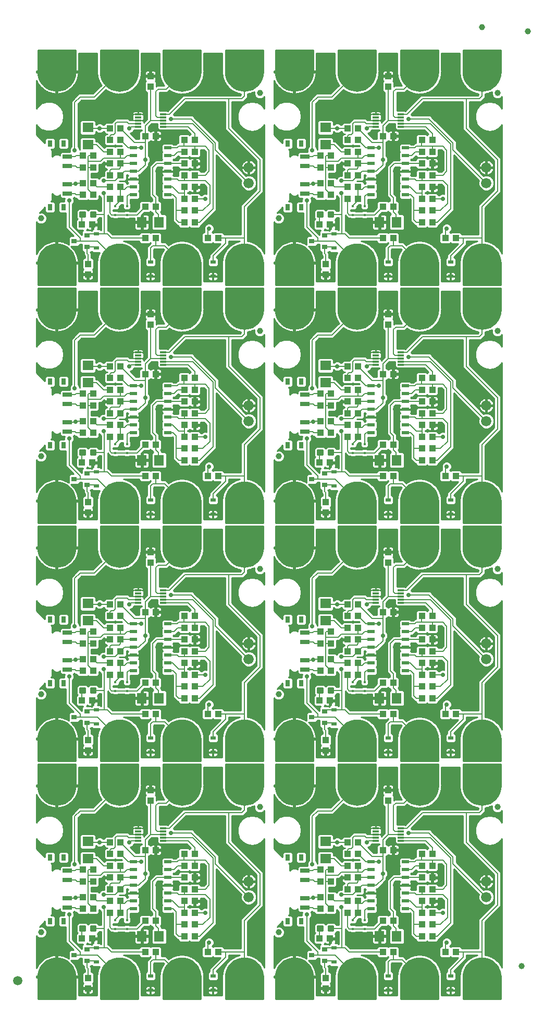
<source format=gtl>
G75*
%MOIN*%
%OFA0B0*%
%FSLAX25Y25*%
%IPPOS*%
%LPD*%
%AMOC8*
5,1,8,0,0,1.08239X$1,22.5*
%
%ADD10C,0.06600*%
%ADD11R,0.04331X0.03937*%
%ADD12R,0.01575X0.01575*%
%ADD13R,0.06299X0.07087*%
%ADD14R,0.07087X0.06299*%
%ADD15C,0.01181*%
%ADD16C,0.03937*%
%ADD17C,0.20000*%
%ADD18C,0.01000*%
%ADD19R,0.03268X0.02480*%
%ADD20R,0.03150X0.03937*%
%ADD21R,0.05906X0.02756*%
%ADD22R,0.03937X0.01181*%
%ADD23R,0.03543X0.03150*%
%ADD24R,0.03937X0.04331*%
%ADD25R,0.04724X0.02362*%
%ADD26C,0.05906*%
%ADD27C,0.02900*%
%ADD28C,0.00800*%
%ADD29C,0.00700*%
D10*
X0216207Y0326400D03*
X0216207Y0336400D03*
X0216207Y0478400D03*
X0216207Y0488400D03*
X0216207Y0630400D03*
X0216207Y0640400D03*
X0216207Y0782400D03*
X0216207Y0792400D03*
X0368207Y0792400D03*
X0368207Y0782400D03*
X0368207Y0640400D03*
X0368207Y0630400D03*
X0368207Y0488400D03*
X0368207Y0478400D03*
X0368207Y0336400D03*
X0368207Y0326400D03*
D11*
X0348680Y0291400D03*
X0341987Y0291400D03*
X0333680Y0301400D03*
X0326987Y0301400D03*
X0326987Y0308900D03*
X0333680Y0308900D03*
X0333680Y0316400D03*
X0326987Y0316400D03*
X0326987Y0323900D03*
X0333680Y0323900D03*
X0333680Y0331400D03*
X0326987Y0331400D03*
X0326987Y0338900D03*
X0333680Y0338900D03*
X0333680Y0346400D03*
X0326987Y0346400D03*
X0326987Y0353900D03*
X0333680Y0353900D03*
X0308680Y0356400D03*
X0301987Y0356400D03*
X0286180Y0353900D03*
X0279487Y0353900D03*
X0279487Y0346400D03*
X0286180Y0346400D03*
X0286180Y0338900D03*
X0279487Y0338900D03*
X0279487Y0331400D03*
X0286180Y0331400D03*
X0286180Y0323900D03*
X0279487Y0323900D03*
X0279487Y0316400D03*
X0286180Y0316400D03*
X0301987Y0311400D03*
X0308680Y0311400D03*
X0308680Y0291400D03*
X0301987Y0291400D03*
X0268180Y0299900D03*
X0261487Y0299900D03*
X0261987Y0318900D03*
X0268680Y0318900D03*
X0268680Y0326400D03*
X0261987Y0326400D03*
X0261987Y0336400D03*
X0268680Y0336400D03*
X0268680Y0343900D03*
X0261987Y0343900D03*
X0279487Y0361400D03*
X0286180Y0361400D03*
X0301987Y0443400D03*
X0308680Y0443400D03*
X0308680Y0463400D03*
X0301987Y0463400D03*
X0286180Y0468400D03*
X0279487Y0468400D03*
X0279487Y0475900D03*
X0286180Y0475900D03*
X0286180Y0483400D03*
X0279487Y0483400D03*
X0279487Y0490900D03*
X0286180Y0490900D03*
X0286180Y0498400D03*
X0279487Y0498400D03*
X0279487Y0505900D03*
X0286180Y0505900D03*
X0286180Y0513400D03*
X0279487Y0513400D03*
X0268680Y0495900D03*
X0261987Y0495900D03*
X0261987Y0488400D03*
X0268680Y0488400D03*
X0268680Y0478400D03*
X0261987Y0478400D03*
X0261987Y0470900D03*
X0268680Y0470900D03*
X0268180Y0451900D03*
X0261487Y0451900D03*
X0301987Y0508400D03*
X0308680Y0508400D03*
X0326987Y0505900D03*
X0333680Y0505900D03*
X0333680Y0498400D03*
X0326987Y0498400D03*
X0326987Y0490900D03*
X0333680Y0490900D03*
X0333680Y0483400D03*
X0326987Y0483400D03*
X0326987Y0475900D03*
X0333680Y0475900D03*
X0333680Y0468400D03*
X0326987Y0468400D03*
X0326987Y0460900D03*
X0333680Y0460900D03*
X0333680Y0453400D03*
X0326987Y0453400D03*
X0341987Y0443400D03*
X0348680Y0443400D03*
X0348680Y0595400D03*
X0341987Y0595400D03*
X0333680Y0605400D03*
X0326987Y0605400D03*
X0326987Y0612900D03*
X0333680Y0612900D03*
X0333680Y0620400D03*
X0326987Y0620400D03*
X0326987Y0627900D03*
X0333680Y0627900D03*
X0333680Y0635400D03*
X0326987Y0635400D03*
X0326987Y0642900D03*
X0333680Y0642900D03*
X0333680Y0650400D03*
X0326987Y0650400D03*
X0326987Y0657900D03*
X0333680Y0657900D03*
X0308680Y0660400D03*
X0301987Y0660400D03*
X0286180Y0657900D03*
X0279487Y0657900D03*
X0279487Y0650400D03*
X0286180Y0650400D03*
X0286180Y0642900D03*
X0279487Y0642900D03*
X0279487Y0635400D03*
X0286180Y0635400D03*
X0286180Y0627900D03*
X0279487Y0627900D03*
X0279487Y0620400D03*
X0286180Y0620400D03*
X0301987Y0615400D03*
X0308680Y0615400D03*
X0308680Y0595400D03*
X0301987Y0595400D03*
X0268180Y0603900D03*
X0261487Y0603900D03*
X0261987Y0622900D03*
X0268680Y0622900D03*
X0268680Y0630400D03*
X0261987Y0630400D03*
X0261987Y0640400D03*
X0268680Y0640400D03*
X0268680Y0647900D03*
X0261987Y0647900D03*
X0279487Y0665400D03*
X0286180Y0665400D03*
X0301987Y0747400D03*
X0308680Y0747400D03*
X0308680Y0767400D03*
X0301987Y0767400D03*
X0286180Y0772400D03*
X0279487Y0772400D03*
X0279487Y0779900D03*
X0286180Y0779900D03*
X0286180Y0787400D03*
X0279487Y0787400D03*
X0279487Y0794900D03*
X0286180Y0794900D03*
X0286180Y0802400D03*
X0279487Y0802400D03*
X0279487Y0809900D03*
X0286180Y0809900D03*
X0286180Y0817400D03*
X0279487Y0817400D03*
X0268680Y0799900D03*
X0261987Y0799900D03*
X0261987Y0792400D03*
X0268680Y0792400D03*
X0268680Y0782400D03*
X0261987Y0782400D03*
X0261987Y0774900D03*
X0268680Y0774900D03*
X0268180Y0755900D03*
X0261487Y0755900D03*
X0301987Y0812400D03*
X0308680Y0812400D03*
X0326987Y0809900D03*
X0333680Y0809900D03*
X0333680Y0802400D03*
X0326987Y0802400D03*
X0326987Y0794900D03*
X0333680Y0794900D03*
X0333680Y0787400D03*
X0326987Y0787400D03*
X0326987Y0779900D03*
X0333680Y0779900D03*
X0333680Y0772400D03*
X0326987Y0772400D03*
X0326987Y0764900D03*
X0333680Y0764900D03*
X0333680Y0757400D03*
X0326987Y0757400D03*
X0341987Y0747400D03*
X0348680Y0747400D03*
X0196680Y0747400D03*
X0189987Y0747400D03*
X0181680Y0757400D03*
X0174987Y0757400D03*
X0174987Y0764900D03*
X0181680Y0764900D03*
X0181680Y0772400D03*
X0174987Y0772400D03*
X0174987Y0779900D03*
X0181680Y0779900D03*
X0181680Y0787400D03*
X0174987Y0787400D03*
X0174987Y0794900D03*
X0181680Y0794900D03*
X0181680Y0802400D03*
X0174987Y0802400D03*
X0174987Y0809900D03*
X0181680Y0809900D03*
X0156680Y0812400D03*
X0149987Y0812400D03*
X0134180Y0809900D03*
X0134180Y0802400D03*
X0134180Y0794900D03*
X0134180Y0787400D03*
X0134180Y0779900D03*
X0134180Y0772400D03*
X0127487Y0772400D03*
X0127487Y0779900D03*
X0127487Y0787400D03*
X0127487Y0794900D03*
X0127487Y0802400D03*
X0127487Y0809900D03*
X0127487Y0817400D03*
X0134180Y0817400D03*
X0116680Y0799900D03*
X0116680Y0792400D03*
X0116680Y0782400D03*
X0116680Y0774900D03*
X0109987Y0774900D03*
X0109987Y0782400D03*
X0109987Y0792400D03*
X0109987Y0799900D03*
X0109487Y0755900D03*
X0116180Y0755900D03*
X0149987Y0747400D03*
X0156680Y0747400D03*
X0156680Y0767400D03*
X0149987Y0767400D03*
X0134180Y0665400D03*
X0134180Y0657900D03*
X0134180Y0650400D03*
X0134180Y0642900D03*
X0134180Y0635400D03*
X0134180Y0627900D03*
X0134180Y0620400D03*
X0127487Y0620400D03*
X0127487Y0627900D03*
X0127487Y0635400D03*
X0127487Y0642900D03*
X0127487Y0650400D03*
X0127487Y0657900D03*
X0127487Y0665400D03*
X0116680Y0647900D03*
X0116680Y0640400D03*
X0116680Y0630400D03*
X0116680Y0622900D03*
X0109987Y0622900D03*
X0109987Y0630400D03*
X0109987Y0640400D03*
X0109987Y0647900D03*
X0109487Y0603900D03*
X0116180Y0603900D03*
X0149987Y0595400D03*
X0156680Y0595400D03*
X0156680Y0615400D03*
X0149987Y0615400D03*
X0174987Y0612900D03*
X0181680Y0612900D03*
X0181680Y0605400D03*
X0174987Y0605400D03*
X0174987Y0620400D03*
X0181680Y0620400D03*
X0181680Y0627900D03*
X0174987Y0627900D03*
X0174987Y0635400D03*
X0181680Y0635400D03*
X0181680Y0642900D03*
X0174987Y0642900D03*
X0174987Y0650400D03*
X0181680Y0650400D03*
X0181680Y0657900D03*
X0174987Y0657900D03*
X0156680Y0660400D03*
X0149987Y0660400D03*
X0189987Y0595400D03*
X0196680Y0595400D03*
X0156680Y0508400D03*
X0149987Y0508400D03*
X0134180Y0505900D03*
X0134180Y0498400D03*
X0134180Y0490900D03*
X0134180Y0483400D03*
X0134180Y0475900D03*
X0134180Y0468400D03*
X0127487Y0468400D03*
X0127487Y0475900D03*
X0127487Y0483400D03*
X0127487Y0490900D03*
X0127487Y0498400D03*
X0127487Y0505900D03*
X0127487Y0513400D03*
X0134180Y0513400D03*
X0116680Y0495900D03*
X0116680Y0488400D03*
X0116680Y0478400D03*
X0116680Y0470900D03*
X0109987Y0470900D03*
X0109987Y0478400D03*
X0109987Y0488400D03*
X0109987Y0495900D03*
X0109487Y0451900D03*
X0116180Y0451900D03*
X0149987Y0443400D03*
X0156680Y0443400D03*
X0156680Y0463400D03*
X0149987Y0463400D03*
X0174987Y0460900D03*
X0181680Y0460900D03*
X0181680Y0453400D03*
X0174987Y0453400D03*
X0174987Y0468400D03*
X0181680Y0468400D03*
X0181680Y0475900D03*
X0174987Y0475900D03*
X0174987Y0483400D03*
X0181680Y0483400D03*
X0181680Y0490900D03*
X0174987Y0490900D03*
X0174987Y0498400D03*
X0181680Y0498400D03*
X0181680Y0505900D03*
X0174987Y0505900D03*
X0189987Y0443400D03*
X0196680Y0443400D03*
X0156680Y0356400D03*
X0149987Y0356400D03*
X0134180Y0353900D03*
X0134180Y0346400D03*
X0134180Y0338900D03*
X0134180Y0331400D03*
X0134180Y0323900D03*
X0134180Y0316400D03*
X0127487Y0316400D03*
X0127487Y0323900D03*
X0127487Y0331400D03*
X0127487Y0338900D03*
X0127487Y0346400D03*
X0127487Y0353900D03*
X0127487Y0361400D03*
X0134180Y0361400D03*
X0116680Y0343900D03*
X0116680Y0336400D03*
X0109987Y0336400D03*
X0109987Y0343900D03*
X0109987Y0326400D03*
X0109987Y0318900D03*
X0116680Y0318900D03*
X0116680Y0326400D03*
X0116180Y0299900D03*
X0109487Y0299900D03*
X0149987Y0291400D03*
X0156680Y0291400D03*
X0156680Y0311400D03*
X0149987Y0311400D03*
X0174987Y0308900D03*
X0181680Y0308900D03*
X0181680Y0316400D03*
X0174987Y0316400D03*
X0174987Y0323900D03*
X0181680Y0323900D03*
X0181680Y0331400D03*
X0174987Y0331400D03*
X0174987Y0338900D03*
X0181680Y0338900D03*
X0181680Y0346400D03*
X0174987Y0346400D03*
X0174987Y0353900D03*
X0181680Y0353900D03*
X0181680Y0301400D03*
X0174987Y0301400D03*
X0189987Y0291400D03*
X0196680Y0291400D03*
D12*
X0138333Y0306144D03*
X0138333Y0311656D03*
X0130833Y0311656D03*
X0130833Y0306144D03*
X0130833Y0458144D03*
X0130833Y0463656D03*
X0138333Y0463656D03*
X0138333Y0458144D03*
X0138333Y0610144D03*
X0138333Y0615656D03*
X0130833Y0615656D03*
X0130833Y0610144D03*
X0130833Y0762144D03*
X0130833Y0767656D03*
X0138333Y0767656D03*
X0138333Y0762144D03*
X0282833Y0762144D03*
X0282833Y0767656D03*
X0290333Y0767656D03*
X0290333Y0762144D03*
X0290333Y0615656D03*
X0290333Y0610144D03*
X0282833Y0610144D03*
X0282833Y0615656D03*
X0282833Y0463656D03*
X0282833Y0458144D03*
X0290333Y0458144D03*
X0290333Y0463656D03*
X0290333Y0311656D03*
X0290333Y0306144D03*
X0282833Y0306144D03*
X0282833Y0311656D03*
D13*
X0299822Y0301400D03*
X0310845Y0301400D03*
X0310845Y0453400D03*
X0299822Y0453400D03*
X0299822Y0605400D03*
X0310845Y0605400D03*
X0310845Y0757400D03*
X0299822Y0757400D03*
X0158845Y0757400D03*
X0147822Y0757400D03*
X0147822Y0605400D03*
X0158845Y0605400D03*
X0158845Y0453400D03*
X0147822Y0453400D03*
X0147822Y0301400D03*
X0158845Y0301400D03*
D14*
X0113333Y0350888D03*
X0113333Y0361912D03*
X0113333Y0502888D03*
X0113333Y0513912D03*
X0113333Y0654888D03*
X0113333Y0665912D03*
X0113333Y0806888D03*
X0113333Y0817912D03*
X0265333Y0817912D03*
X0265333Y0806888D03*
X0265333Y0665912D03*
X0265333Y0654888D03*
X0265333Y0513912D03*
X0265333Y0502888D03*
X0265333Y0361912D03*
X0265333Y0350888D03*
D15*
X0263259Y0307778D02*
X0263259Y0305022D01*
X0260503Y0305022D01*
X0260503Y0307778D01*
X0263259Y0307778D01*
X0263259Y0306144D02*
X0260503Y0306144D01*
X0260503Y0307266D02*
X0263259Y0307266D01*
X0270164Y0307778D02*
X0270164Y0305022D01*
X0267408Y0305022D01*
X0267408Y0307778D01*
X0270164Y0307778D01*
X0270164Y0306144D02*
X0267408Y0306144D01*
X0267408Y0307266D02*
X0270164Y0307266D01*
X0270164Y0457022D02*
X0270164Y0459778D01*
X0270164Y0457022D02*
X0267408Y0457022D01*
X0267408Y0459778D01*
X0270164Y0459778D01*
X0270164Y0458144D02*
X0267408Y0458144D01*
X0267408Y0459266D02*
X0270164Y0459266D01*
X0263259Y0459778D02*
X0263259Y0457022D01*
X0260503Y0457022D01*
X0260503Y0459778D01*
X0263259Y0459778D01*
X0263259Y0458144D02*
X0260503Y0458144D01*
X0260503Y0459266D02*
X0263259Y0459266D01*
X0263259Y0609022D02*
X0263259Y0611778D01*
X0263259Y0609022D02*
X0260503Y0609022D01*
X0260503Y0611778D01*
X0263259Y0611778D01*
X0263259Y0610144D02*
X0260503Y0610144D01*
X0260503Y0611266D02*
X0263259Y0611266D01*
X0270164Y0611778D02*
X0270164Y0609022D01*
X0267408Y0609022D01*
X0267408Y0611778D01*
X0270164Y0611778D01*
X0270164Y0610144D02*
X0267408Y0610144D01*
X0267408Y0611266D02*
X0270164Y0611266D01*
X0270164Y0761022D02*
X0270164Y0763778D01*
X0270164Y0761022D02*
X0267408Y0761022D01*
X0267408Y0763778D01*
X0270164Y0763778D01*
X0270164Y0762144D02*
X0267408Y0762144D01*
X0267408Y0763266D02*
X0270164Y0763266D01*
X0263259Y0763778D02*
X0263259Y0761022D01*
X0260503Y0761022D01*
X0260503Y0763778D01*
X0263259Y0763778D01*
X0263259Y0762144D02*
X0260503Y0762144D01*
X0260503Y0763266D02*
X0263259Y0763266D01*
X0118164Y0763778D02*
X0118164Y0761022D01*
X0115408Y0761022D01*
X0115408Y0763778D01*
X0118164Y0763778D01*
X0118164Y0762144D02*
X0115408Y0762144D01*
X0115408Y0763266D02*
X0118164Y0763266D01*
X0111259Y0763778D02*
X0111259Y0761022D01*
X0108503Y0761022D01*
X0108503Y0763778D01*
X0111259Y0763778D01*
X0111259Y0762144D02*
X0108503Y0762144D01*
X0108503Y0763266D02*
X0111259Y0763266D01*
X0111259Y0611778D02*
X0111259Y0609022D01*
X0108503Y0609022D01*
X0108503Y0611778D01*
X0111259Y0611778D01*
X0111259Y0610144D02*
X0108503Y0610144D01*
X0108503Y0611266D02*
X0111259Y0611266D01*
X0118164Y0611778D02*
X0118164Y0609022D01*
X0115408Y0609022D01*
X0115408Y0611778D01*
X0118164Y0611778D01*
X0118164Y0610144D02*
X0115408Y0610144D01*
X0115408Y0611266D02*
X0118164Y0611266D01*
X0118164Y0459778D02*
X0118164Y0457022D01*
X0115408Y0457022D01*
X0115408Y0459778D01*
X0118164Y0459778D01*
X0118164Y0458144D02*
X0115408Y0458144D01*
X0115408Y0459266D02*
X0118164Y0459266D01*
X0111259Y0459778D02*
X0111259Y0457022D01*
X0108503Y0457022D01*
X0108503Y0459778D01*
X0111259Y0459778D01*
X0111259Y0458144D02*
X0108503Y0458144D01*
X0108503Y0459266D02*
X0111259Y0459266D01*
X0111259Y0307778D02*
X0111259Y0305022D01*
X0108503Y0305022D01*
X0108503Y0307778D01*
X0111259Y0307778D01*
X0111259Y0306144D02*
X0108503Y0306144D01*
X0108503Y0307266D02*
X0111259Y0307266D01*
X0118164Y0307778D02*
X0118164Y0305022D01*
X0115408Y0305022D01*
X0115408Y0307778D01*
X0118164Y0307778D01*
X0118164Y0306144D02*
X0115408Y0306144D01*
X0115408Y0307266D02*
X0118164Y0307266D01*
D16*
X0083333Y0303900D03*
X0083333Y0455900D03*
X0083333Y0607900D03*
X0083333Y0759900D03*
X0223333Y0687900D03*
X0235333Y0759900D03*
X0223333Y0839900D03*
X0365333Y0881900D03*
X0394833Y0879400D03*
X0375333Y0839900D03*
X0375333Y0687900D03*
X0375333Y0535900D03*
X0375333Y0383900D03*
X0390833Y0282400D03*
X0235333Y0303900D03*
X0223333Y0383900D03*
X0235333Y0455900D03*
X0223333Y0535900D03*
X0235333Y0607900D03*
D17*
X0245333Y0579400D03*
X0245333Y0549400D03*
X0213333Y0549400D03*
X0213333Y0579400D03*
X0173333Y0579400D03*
X0173333Y0549400D03*
X0133333Y0549400D03*
X0133333Y0579400D03*
X0093333Y0579400D03*
X0093333Y0549400D03*
X0093333Y0427400D03*
X0093333Y0397400D03*
X0133333Y0397400D03*
X0133333Y0427400D03*
X0173333Y0427400D03*
X0173333Y0397400D03*
X0213333Y0397400D03*
X0213333Y0427400D03*
X0245333Y0427400D03*
X0245333Y0397400D03*
X0285333Y0397400D03*
X0285333Y0427400D03*
X0325333Y0427400D03*
X0325333Y0397400D03*
X0365333Y0397400D03*
X0365333Y0427400D03*
X0365333Y0549400D03*
X0365333Y0579400D03*
X0325333Y0579400D03*
X0325333Y0549400D03*
X0285333Y0549400D03*
X0285333Y0579400D03*
X0285333Y0701400D03*
X0285333Y0731400D03*
X0325333Y0731400D03*
X0325333Y0701400D03*
X0365333Y0701400D03*
X0365333Y0731400D03*
X0365333Y0853400D03*
X0325333Y0853400D03*
X0285333Y0853400D03*
X0245333Y0853400D03*
X0213333Y0853400D03*
X0173333Y0853400D03*
X0133333Y0853400D03*
X0093333Y0853400D03*
X0093333Y0731400D03*
X0093333Y0701400D03*
X0133333Y0701400D03*
X0133333Y0731400D03*
X0173333Y0731400D03*
X0173333Y0701400D03*
X0213333Y0701400D03*
X0213333Y0731400D03*
X0245333Y0731400D03*
X0245333Y0701400D03*
X0245333Y0275400D03*
X0213333Y0275400D03*
X0173333Y0275400D03*
X0133333Y0275400D03*
X0093333Y0275400D03*
X0285333Y0275400D03*
X0325333Y0275400D03*
X0365333Y0275400D03*
D18*
X0105333Y0261400D02*
X0081333Y0261400D01*
X0105333Y0261400D01*
X0105333Y0275400D01*
X0105211Y0277108D01*
X0104847Y0278781D01*
X0104249Y0280385D01*
X0103428Y0281888D01*
X0102402Y0283258D01*
X0101192Y0284469D01*
X0099821Y0285495D01*
X0098318Y0286316D01*
X0096714Y0286914D01*
X0095041Y0287278D01*
X0093333Y0287400D01*
X0091626Y0287278D01*
X0089953Y0286914D01*
X0088348Y0286316D01*
X0086846Y0285495D01*
X0085475Y0284469D01*
X0084264Y0283258D01*
X0083238Y0281888D01*
X0082418Y0280385D01*
X0081819Y0278781D01*
X0081455Y0277108D01*
X0081333Y0275400D01*
X0081333Y0261400D01*
X0081333Y0262399D02*
X0105333Y0262399D01*
X0105333Y0263397D02*
X0081333Y0263397D01*
X0081333Y0264396D02*
X0105333Y0264396D01*
X0105333Y0265394D02*
X0081333Y0265394D01*
X0081333Y0266393D02*
X0105333Y0266393D01*
X0105333Y0267391D02*
X0081333Y0267391D01*
X0081333Y0268390D02*
X0105333Y0268390D01*
X0105333Y0269388D02*
X0081333Y0269388D01*
X0081333Y0270387D02*
X0105333Y0270387D01*
X0105333Y0271385D02*
X0081333Y0271385D01*
X0081333Y0272384D02*
X0105333Y0272384D01*
X0105333Y0273382D02*
X0081333Y0273382D01*
X0081333Y0274381D02*
X0105333Y0274381D01*
X0105333Y0275379D02*
X0081333Y0275379D01*
X0080433Y0275379D02*
X0092833Y0275379D01*
X0092833Y0274900D02*
X0080433Y0274900D01*
X0080433Y0275900D01*
X0092833Y0275900D01*
X0092833Y0274900D01*
X0093833Y0274900D01*
X0093833Y0263500D01*
X0092833Y0263500D01*
X0092833Y0274900D01*
X0092833Y0274381D02*
X0093833Y0274381D01*
X0093833Y0274900D02*
X0093833Y0275900D01*
X0092833Y0275900D01*
X0092833Y0289400D01*
X0092600Y0289400D01*
X0091140Y0289247D01*
X0089705Y0288942D01*
X0088309Y0288488D01*
X0086969Y0287891D01*
X0085698Y0287157D01*
X0084511Y0286295D01*
X0083420Y0285313D01*
X0082438Y0284223D01*
X0082438Y0284223D01*
X0082433Y0284215D01*
X0081576Y0283035D01*
X0080842Y0281765D01*
X0080842Y0281765D01*
X0080433Y0280846D01*
X0080433Y0301612D01*
X0081255Y0300790D01*
X0082604Y0300231D01*
X0084063Y0300231D01*
X0085411Y0300790D01*
X0086443Y0301822D01*
X0087002Y0303170D01*
X0087002Y0304630D01*
X0086443Y0305978D01*
X0085411Y0307010D01*
X0084063Y0307568D01*
X0082604Y0307568D01*
X0082378Y0307475D01*
X0085728Y0310825D01*
X0085728Y0308452D01*
X0086724Y0307456D01*
X0091282Y0307456D01*
X0092277Y0308452D01*
X0092277Y0313797D01*
X0091282Y0314793D01*
X0089696Y0314793D01*
X0090433Y0315530D01*
X0090433Y0319548D01*
X0091367Y0318614D01*
X0092643Y0318086D01*
X0094024Y0318086D01*
X0095300Y0318614D01*
X0095570Y0318885D01*
X0095570Y0317507D01*
X0096566Y0316511D01*
X0098384Y0316511D01*
X0098183Y0316027D01*
X0098183Y0314793D01*
X0095385Y0314793D01*
X0094389Y0313797D01*
X0094389Y0308452D01*
X0095385Y0307456D01*
X0099233Y0307456D01*
X0099233Y0297530D01*
X0104089Y0292675D01*
X0102027Y0292675D01*
X0101031Y0291679D01*
X0101031Y0287121D01*
X0101063Y0287089D01*
X0100969Y0287157D01*
X0100919Y0287186D01*
X0099698Y0287891D01*
X0099637Y0287918D01*
X0098357Y0288488D01*
X0098280Y0288513D01*
X0096962Y0288942D01*
X0096859Y0288963D01*
X0095526Y0289247D01*
X0094067Y0289400D01*
X0093833Y0289400D01*
X0093833Y0275900D01*
X0107333Y0275900D01*
X0107333Y0276134D01*
X0107180Y0277593D01*
X0107180Y0277593D01*
X0106875Y0279028D01*
X0106875Y0279028D01*
X0106421Y0280424D01*
X0105825Y0281765D01*
X0105091Y0283035D01*
X0105091Y0283035D01*
X0104228Y0284223D01*
X0103246Y0285313D01*
X0103213Y0285343D01*
X0102344Y0286125D01*
X0106978Y0286125D01*
X0107974Y0287121D01*
X0107974Y0287300D01*
X0109203Y0287300D01*
X0109253Y0287350D01*
X0109299Y0287350D01*
X0109299Y0283381D01*
X0110295Y0282385D01*
X0110720Y0282385D01*
X0110720Y0280614D01*
X0111283Y0280051D01*
X0111283Y0278612D01*
X0110661Y0278612D01*
X0109665Y0277616D01*
X0109665Y0271877D01*
X0110283Y0271259D01*
X0110165Y0271140D01*
X0109967Y0270798D01*
X0109865Y0270416D01*
X0109865Y0268538D01*
X0112849Y0268538D01*
X0112849Y0267569D01*
X0113818Y0267569D01*
X0113818Y0268538D01*
X0116802Y0268538D01*
X0116802Y0270416D01*
X0116700Y0270798D01*
X0116502Y0271140D01*
X0116383Y0271259D01*
X0117002Y0271877D01*
X0117002Y0277616D01*
X0116006Y0278612D01*
X0115383Y0278612D01*
X0115383Y0281749D01*
X0114820Y0282312D01*
X0114820Y0282385D01*
X0115246Y0282385D01*
X0115644Y0282783D01*
X0116495Y0281932D01*
X0120647Y0281932D01*
X0120411Y0281301D01*
X0120050Y0280640D01*
X0120101Y0280468D01*
X0120014Y0280236D01*
X0119863Y0280139D01*
X0119703Y0279402D01*
X0119440Y0278696D01*
X0119514Y0278533D01*
X0119461Y0278291D01*
X0119326Y0278174D01*
X0119272Y0277422D01*
X0119112Y0276685D01*
X0119209Y0276534D01*
X0119197Y0276375D01*
X0119133Y0276311D01*
X0119133Y0275478D01*
X0119074Y0274648D01*
X0119133Y0274579D01*
X0119133Y0263500D01*
X0107333Y0263500D01*
X0107333Y0274900D01*
X0093833Y0274900D01*
X0093833Y0275379D02*
X0109665Y0275379D01*
X0109665Y0274381D02*
X0107333Y0274381D01*
X0107333Y0273382D02*
X0109665Y0273382D01*
X0109665Y0272384D02*
X0107333Y0272384D01*
X0107333Y0271385D02*
X0110157Y0271385D01*
X0109865Y0270387D02*
X0107333Y0270387D01*
X0107333Y0269388D02*
X0109865Y0269388D01*
X0109865Y0267569D02*
X0109865Y0265691D01*
X0109967Y0265309D01*
X0110165Y0264967D01*
X0110444Y0264688D01*
X0110786Y0264490D01*
X0111167Y0264388D01*
X0112849Y0264388D01*
X0112849Y0267569D01*
X0109865Y0267569D01*
X0109865Y0267391D02*
X0107333Y0267391D01*
X0107333Y0266393D02*
X0109865Y0266393D01*
X0109944Y0265394D02*
X0107333Y0265394D01*
X0107333Y0264396D02*
X0111140Y0264396D01*
X0112849Y0264396D02*
X0113818Y0264396D01*
X0113818Y0264388D02*
X0115499Y0264388D01*
X0115881Y0264490D01*
X0116223Y0264688D01*
X0116502Y0264967D01*
X0116700Y0265309D01*
X0116802Y0265691D01*
X0116802Y0267569D01*
X0113818Y0267569D01*
X0113818Y0264388D01*
X0113818Y0265394D02*
X0112849Y0265394D01*
X0112849Y0266393D02*
X0113818Y0266393D01*
X0113818Y0267391D02*
X0112849Y0267391D01*
X0112849Y0268390D02*
X0107333Y0268390D01*
X0113818Y0268390D02*
X0119133Y0268390D01*
X0119133Y0269388D02*
X0116802Y0269388D01*
X0116802Y0270387D02*
X0119133Y0270387D01*
X0119133Y0271385D02*
X0116510Y0271385D01*
X0117002Y0272384D02*
X0119133Y0272384D01*
X0119133Y0273382D02*
X0117002Y0273382D01*
X0117002Y0274381D02*
X0119133Y0274381D01*
X0119126Y0275379D02*
X0117002Y0275379D01*
X0117002Y0276378D02*
X0119198Y0276378D01*
X0119262Y0277376D02*
X0117002Y0277376D01*
X0116243Y0278375D02*
X0119480Y0278375D01*
X0119692Y0279373D02*
X0115383Y0279373D01*
X0115383Y0280372D02*
X0120065Y0280372D01*
X0120437Y0281370D02*
X0115383Y0281370D01*
X0114820Y0282369D02*
X0116059Y0282369D01*
X0110720Y0282369D02*
X0105476Y0282369D01*
X0105825Y0281765D02*
X0105825Y0281765D01*
X0106000Y0281370D02*
X0110720Y0281370D01*
X0110962Y0280372D02*
X0106438Y0280372D01*
X0106421Y0280424D02*
X0106421Y0280424D01*
X0106763Y0279373D02*
X0111283Y0279373D01*
X0110424Y0278375D02*
X0107014Y0278375D01*
X0107203Y0277376D02*
X0109665Y0277376D01*
X0109665Y0276378D02*
X0107308Y0276378D01*
X0105263Y0276378D02*
X0081403Y0276378D01*
X0081514Y0277376D02*
X0105153Y0277376D01*
X0104936Y0278375D02*
X0081731Y0278375D01*
X0082040Y0279373D02*
X0104626Y0279373D01*
X0104254Y0280372D02*
X0082413Y0280372D01*
X0082956Y0281370D02*
X0103711Y0281370D01*
X0103068Y0282369D02*
X0083598Y0282369D01*
X0084373Y0283367D02*
X0102293Y0283367D01*
X0101295Y0284366D02*
X0085372Y0284366D01*
X0086671Y0285364D02*
X0099996Y0285364D01*
X0100969Y0287157D02*
X0100969Y0287157D01*
X0101031Y0287361D02*
X0100616Y0287361D01*
X0099698Y0287891D02*
X0099698Y0287891D01*
X0098645Y0288360D02*
X0101031Y0288360D01*
X0101031Y0289358D02*
X0094464Y0289358D01*
X0093833Y0289358D02*
X0092833Y0289358D01*
X0092203Y0289358D02*
X0080433Y0289358D01*
X0080433Y0288360D02*
X0088021Y0288360D01*
X0088475Y0286363D02*
X0098192Y0286363D01*
X0098357Y0288488D02*
X0098357Y0288488D01*
X0096962Y0288942D02*
X0096962Y0288942D01*
X0095526Y0289247D02*
X0095526Y0289247D01*
X0093833Y0288360D02*
X0092833Y0288360D01*
X0092833Y0287361D02*
X0093833Y0287361D01*
X0093874Y0287361D02*
X0092792Y0287361D01*
X0092833Y0286363D02*
X0093833Y0286363D01*
X0093833Y0285364D02*
X0092833Y0285364D01*
X0092833Y0284366D02*
X0093833Y0284366D01*
X0093833Y0283367D02*
X0092833Y0283367D01*
X0092833Y0282369D02*
X0093833Y0282369D01*
X0093833Y0281370D02*
X0092833Y0281370D01*
X0092833Y0280372D02*
X0093833Y0280372D01*
X0093833Y0279373D02*
X0092833Y0279373D01*
X0092833Y0278375D02*
X0093833Y0278375D01*
X0093833Y0277376D02*
X0092833Y0277376D01*
X0092833Y0276378D02*
X0093833Y0276378D01*
X0093833Y0273382D02*
X0092833Y0273382D01*
X0092833Y0272384D02*
X0093833Y0272384D01*
X0093833Y0271385D02*
X0092833Y0271385D01*
X0092833Y0270387D02*
X0093833Y0270387D01*
X0093833Y0269388D02*
X0092833Y0269388D01*
X0092833Y0268390D02*
X0093833Y0268390D01*
X0093833Y0267391D02*
X0092833Y0267391D01*
X0092833Y0266393D02*
X0093833Y0266393D01*
X0093833Y0265394D02*
X0092833Y0265394D01*
X0092833Y0264396D02*
X0093833Y0264396D01*
X0104850Y0283367D02*
X0109312Y0283367D01*
X0109299Y0284366D02*
X0104099Y0284366D01*
X0104228Y0284223D02*
X0104228Y0284223D01*
X0103246Y0285313D02*
X0103246Y0285313D01*
X0103246Y0285313D01*
X0103190Y0285364D02*
X0109299Y0285364D01*
X0109299Y0286363D02*
X0107216Y0286363D01*
X0109299Y0293404D02*
X0103433Y0299270D01*
X0103433Y0313045D01*
X0104004Y0313616D01*
X0104483Y0314773D01*
X0104483Y0316027D01*
X0104165Y0316796D01*
X0104566Y0317197D01*
X0104963Y0316800D01*
X0106122Y0316800D01*
X0106122Y0316227D01*
X0107117Y0315231D01*
X0112856Y0315231D01*
X0113333Y0315708D01*
X0113810Y0315231D01*
X0119549Y0315231D01*
X0120545Y0316227D01*
X0120545Y0318400D01*
X0120663Y0318116D01*
X0121549Y0317230D01*
X0121733Y0317153D01*
X0121733Y0308500D01*
X0120455Y0308500D01*
X0120455Y0308727D01*
X0119113Y0310068D01*
X0114459Y0310068D01*
X0113333Y0308942D01*
X0112207Y0310068D01*
X0107554Y0310068D01*
X0106212Y0308727D01*
X0106212Y0304073D01*
X0106717Y0303568D01*
X0106617Y0303568D01*
X0105622Y0302573D01*
X0105622Y0297227D01*
X0106617Y0296231D01*
X0110111Y0296231D01*
X0109299Y0295419D01*
X0109299Y0293404D01*
X0109299Y0294351D02*
X0108352Y0294351D01*
X0109299Y0295349D02*
X0107354Y0295349D01*
X0106501Y0296348D02*
X0106355Y0296348D01*
X0105622Y0297346D02*
X0105357Y0297346D01*
X0105622Y0298345D02*
X0104358Y0298345D01*
X0103433Y0299343D02*
X0105622Y0299343D01*
X0105622Y0300342D02*
X0103433Y0300342D01*
X0103433Y0301340D02*
X0105622Y0301340D01*
X0105622Y0302339D02*
X0103433Y0302339D01*
X0103433Y0303337D02*
X0106386Y0303337D01*
X0106212Y0304336D02*
X0103433Y0304336D01*
X0103433Y0305334D02*
X0106212Y0305334D01*
X0106212Y0306333D02*
X0103433Y0306333D01*
X0103433Y0307332D02*
X0106212Y0307332D01*
X0106212Y0308330D02*
X0103433Y0308330D01*
X0103433Y0309329D02*
X0106814Y0309329D01*
X0103433Y0310327D02*
X0121733Y0310327D01*
X0121733Y0309329D02*
X0119853Y0309329D01*
X0121733Y0311326D02*
X0103433Y0311326D01*
X0103433Y0312324D02*
X0121733Y0312324D01*
X0121733Y0313323D02*
X0103711Y0313323D01*
X0104296Y0314321D02*
X0121733Y0314321D01*
X0121733Y0315320D02*
X0119637Y0315320D01*
X0120545Y0316318D02*
X0121733Y0316318D01*
X0121462Y0317317D02*
X0120545Y0317317D01*
X0120545Y0318315D02*
X0120580Y0318315D01*
X0113722Y0315320D02*
X0112945Y0315320D01*
X0107029Y0315320D02*
X0104483Y0315320D01*
X0104363Y0316318D02*
X0106122Y0316318D01*
X0112947Y0309329D02*
X0113719Y0309329D01*
X0120455Y0304300D02*
X0121733Y0304300D01*
X0121733Y0296306D01*
X0121171Y0296868D01*
X0119403Y0296868D01*
X0119545Y0297010D01*
X0119743Y0297353D01*
X0119845Y0297734D01*
X0119845Y0299416D01*
X0116664Y0299416D01*
X0116664Y0300384D01*
X0119845Y0300384D01*
X0119845Y0302066D01*
X0119743Y0302447D01*
X0119545Y0302790D01*
X0119358Y0302977D01*
X0120455Y0304073D01*
X0120455Y0304300D01*
X0119719Y0303337D02*
X0121733Y0303337D01*
X0121733Y0302339D02*
X0119772Y0302339D01*
X0119845Y0301340D02*
X0121733Y0301340D01*
X0121733Y0300342D02*
X0116664Y0300342D01*
X0116664Y0299416D02*
X0115696Y0299416D01*
X0115696Y0296431D01*
X0113817Y0296431D01*
X0113435Y0296534D01*
X0113093Y0296731D01*
X0112975Y0296850D01*
X0112540Y0296415D01*
X0115246Y0296415D01*
X0115644Y0296017D01*
X0116495Y0296868D01*
X0116664Y0296868D01*
X0116664Y0299416D01*
X0116664Y0299343D02*
X0115696Y0299343D01*
X0115696Y0298345D02*
X0116664Y0298345D01*
X0116664Y0297346D02*
X0115696Y0297346D01*
X0115976Y0296348D02*
X0115313Y0296348D01*
X0119739Y0297346D02*
X0121733Y0297346D01*
X0121691Y0296348D02*
X0121733Y0296348D01*
X0121733Y0298345D02*
X0119845Y0298345D01*
X0119845Y0299343D02*
X0121733Y0299343D01*
X0125933Y0299343D02*
X0143172Y0299343D01*
X0143172Y0298345D02*
X0125933Y0298345D01*
X0125933Y0297346D02*
X0143256Y0297346D01*
X0143274Y0297278D02*
X0143472Y0296936D01*
X0143751Y0296656D01*
X0144093Y0296459D01*
X0144474Y0296357D01*
X0147322Y0296357D01*
X0147322Y0300900D01*
X0148321Y0300900D01*
X0148321Y0296357D01*
X0151169Y0296357D01*
X0151550Y0296459D01*
X0151892Y0296656D01*
X0152171Y0296936D01*
X0152369Y0297278D01*
X0152471Y0297659D01*
X0152471Y0300900D01*
X0148322Y0300900D01*
X0148322Y0301900D01*
X0152471Y0301900D01*
X0152471Y0305141D01*
X0152369Y0305522D01*
X0152171Y0305864D01*
X0151892Y0306144D01*
X0151550Y0306341D01*
X0151169Y0306443D01*
X0148321Y0306443D01*
X0148321Y0301900D01*
X0147322Y0301900D01*
X0147322Y0305765D01*
X0149288Y0307731D01*
X0152856Y0307731D01*
X0153333Y0308208D01*
X0153810Y0307731D01*
X0154580Y0307731D01*
X0154580Y0307184D01*
X0155120Y0306643D01*
X0154991Y0306643D01*
X0153996Y0305647D01*
X0153996Y0297153D01*
X0154991Y0296157D01*
X0162699Y0296157D01*
X0163695Y0297153D01*
X0163695Y0305647D01*
X0162699Y0306643D01*
X0160433Y0306643D01*
X0160433Y0307270D01*
X0159760Y0307943D01*
X0160545Y0308727D01*
X0160545Y0314073D01*
X0159549Y0315068D01*
X0158780Y0315068D01*
X0158780Y0317923D01*
X0157550Y0319154D01*
X0156933Y0319770D01*
X0156933Y0335530D01*
X0158203Y0336800D01*
X0160509Y0336800D01*
X0161051Y0336259D01*
X0160794Y0336002D01*
X0160597Y0335660D01*
X0160495Y0335279D01*
X0160495Y0333991D01*
X0164266Y0333991D01*
X0164266Y0333809D01*
X0160495Y0333809D01*
X0160495Y0332521D01*
X0160597Y0332140D01*
X0160794Y0331798D01*
X0161051Y0331541D01*
X0160295Y0330785D01*
X0160295Y0327015D01*
X0160909Y0326400D01*
X0160295Y0325785D01*
X0160295Y0322015D01*
X0160909Y0321400D01*
X0160295Y0320785D01*
X0160295Y0317015D01*
X0161291Y0316019D01*
X0167423Y0316019D01*
X0167584Y0316180D01*
X0167733Y0316030D01*
X0167733Y0302030D01*
X0168963Y0300800D01*
X0169233Y0300530D01*
X0170463Y0299300D01*
X0171122Y0299300D01*
X0171122Y0298727D01*
X0172117Y0297731D01*
X0177856Y0297731D01*
X0178333Y0298208D01*
X0178810Y0297731D01*
X0184549Y0297731D01*
X0185545Y0298727D01*
X0185545Y0299300D01*
X0185703Y0299300D01*
X0186933Y0300530D01*
X0195433Y0309030D01*
X0195433Y0344204D01*
X0211511Y0328127D01*
X0211207Y0327395D01*
X0211207Y0325405D01*
X0211969Y0323568D01*
X0213375Y0322161D01*
X0215213Y0321400D01*
X0217202Y0321400D01*
X0219040Y0322161D01*
X0220446Y0323568D01*
X0221207Y0325405D01*
X0221207Y0327395D01*
X0220446Y0329232D01*
X0219040Y0330639D01*
X0217202Y0331400D01*
X0215213Y0331400D01*
X0214480Y0331097D01*
X0196933Y0348644D01*
X0196933Y0352891D01*
X0181555Y0368270D01*
X0180325Y0369500D01*
X0168688Y0369500D01*
X0168118Y0370070D01*
X0168016Y0370113D01*
X0168203Y0370300D01*
X0176140Y0378237D01*
X0201233Y0378237D01*
X0201233Y0362270D01*
X0201233Y0360530D01*
X0221233Y0340530D01*
X0221233Y0322270D01*
X0211233Y0312270D01*
X0211233Y0293500D01*
X0200545Y0293500D01*
X0200545Y0294073D01*
X0199549Y0295068D01*
X0193810Y0295068D01*
X0193333Y0294592D01*
X0192906Y0295018D01*
X0193504Y0295616D01*
X0193983Y0296773D01*
X0193983Y0298027D01*
X0193504Y0299184D01*
X0192618Y0300070D01*
X0191460Y0300550D01*
X0190207Y0300550D01*
X0189049Y0300070D01*
X0188163Y0299184D01*
X0187683Y0298027D01*
X0187683Y0296773D01*
X0187887Y0296282D01*
X0187887Y0295068D01*
X0187117Y0295068D01*
X0186122Y0294073D01*
X0186122Y0288727D01*
X0187117Y0287731D01*
X0192856Y0287731D01*
X0193333Y0288208D01*
X0193810Y0287731D01*
X0198195Y0287731D01*
X0191233Y0280770D01*
X0191233Y0278868D01*
X0190995Y0278868D01*
X0189999Y0277872D01*
X0189999Y0273983D01*
X0190995Y0272987D01*
X0195671Y0272987D01*
X0196667Y0273983D01*
X0196667Y0277872D01*
X0195671Y0278868D01*
X0195433Y0278868D01*
X0195433Y0279030D01*
X0202203Y0285800D01*
X0203433Y0287030D01*
X0203433Y0289300D01*
X0210467Y0289300D01*
X0210442Y0289272D01*
X0210200Y0289219D01*
X0210038Y0289294D01*
X0209331Y0289030D01*
X0208594Y0288870D01*
X0208498Y0288719D01*
X0208266Y0288633D01*
X0208094Y0288683D01*
X0207432Y0288322D01*
X0206726Y0288058D01*
X0206651Y0287896D01*
X0206434Y0287777D01*
X0206257Y0287802D01*
X0205653Y0287351D01*
X0204991Y0286989D01*
X0204941Y0286817D01*
X0204743Y0286669D01*
X0204564Y0286669D01*
X0204031Y0286136D01*
X0203427Y0285684D01*
X0203402Y0285507D01*
X0203226Y0285332D01*
X0203049Y0285306D01*
X0202597Y0284703D01*
X0202064Y0284170D01*
X0202064Y0283991D01*
X0201916Y0283792D01*
X0201744Y0283742D01*
X0201383Y0283080D01*
X0200931Y0282477D01*
X0200956Y0282299D01*
X0200838Y0282082D01*
X0200675Y0282008D01*
X0200411Y0281301D01*
X0200050Y0280640D01*
X0200101Y0280468D01*
X0200014Y0280236D01*
X0199863Y0280139D01*
X0199703Y0279402D01*
X0199440Y0278696D01*
X0199514Y0278533D01*
X0199461Y0278291D01*
X0199326Y0278174D01*
X0199272Y0277422D01*
X0199112Y0276685D01*
X0199209Y0276534D01*
X0199197Y0276375D01*
X0199133Y0276311D01*
X0199133Y0275479D01*
X0199074Y0274648D01*
X0199133Y0274579D01*
X0199133Y0263500D01*
X0187533Y0263500D01*
X0187533Y0274579D01*
X0187593Y0274648D01*
X0187533Y0275479D01*
X0187533Y0276311D01*
X0187469Y0276375D01*
X0187458Y0276534D01*
X0187555Y0276685D01*
X0187394Y0277422D01*
X0187341Y0278174D01*
X0187205Y0278291D01*
X0187153Y0278533D01*
X0187227Y0278696D01*
X0186964Y0279402D01*
X0186803Y0280139D01*
X0186653Y0280236D01*
X0186566Y0280468D01*
X0186617Y0280640D01*
X0186255Y0281301D01*
X0185992Y0282008D01*
X0185829Y0282082D01*
X0185710Y0282299D01*
X0185736Y0282477D01*
X0185284Y0283080D01*
X0184923Y0283742D01*
X0184751Y0283792D01*
X0184602Y0283991D01*
X0184602Y0284170D01*
X0184069Y0284703D01*
X0183617Y0285306D01*
X0183440Y0285332D01*
X0183265Y0285507D01*
X0183240Y0285684D01*
X0182636Y0286136D01*
X0182103Y0286669D01*
X0181924Y0286669D01*
X0181726Y0286817D01*
X0181675Y0286989D01*
X0181013Y0287351D01*
X0180410Y0287802D01*
X0180233Y0287777D01*
X0180015Y0287896D01*
X0179941Y0288058D01*
X0179235Y0288322D01*
X0178573Y0288683D01*
X0178401Y0288633D01*
X0178169Y0288719D01*
X0178072Y0288870D01*
X0177336Y0289030D01*
X0176629Y0289294D01*
X0176466Y0289219D01*
X0176224Y0289272D01*
X0176107Y0289407D01*
X0175355Y0289461D01*
X0174618Y0289621D01*
X0174468Y0289524D01*
X0174221Y0289542D01*
X0174085Y0289659D01*
X0173333Y0289606D01*
X0172581Y0289659D01*
X0172446Y0289542D01*
X0172199Y0289524D01*
X0172048Y0289621D01*
X0171312Y0289461D01*
X0170560Y0289407D01*
X0170442Y0289272D01*
X0170200Y0289219D01*
X0170038Y0289294D01*
X0169331Y0289030D01*
X0168594Y0288870D01*
X0168498Y0288719D01*
X0168266Y0288633D01*
X0168094Y0288683D01*
X0167432Y0288322D01*
X0166726Y0288058D01*
X0166651Y0287896D01*
X0166434Y0287777D01*
X0166257Y0287802D01*
X0165653Y0287351D01*
X0164991Y0286989D01*
X0164941Y0286817D01*
X0164909Y0286794D01*
X0164433Y0287270D01*
X0163203Y0288500D01*
X0160318Y0288500D01*
X0160545Y0288727D01*
X0160545Y0294073D01*
X0159549Y0295068D01*
X0153810Y0295068D01*
X0153333Y0294592D01*
X0152856Y0295068D01*
X0147117Y0295068D01*
X0146122Y0294073D01*
X0146122Y0293500D01*
X0129203Y0293500D01*
X0126676Y0296028D01*
X0125933Y0296028D01*
X0125933Y0305830D01*
X0127719Y0304044D01*
X0128954Y0304044D01*
X0129342Y0303657D01*
X0132325Y0303657D01*
X0132712Y0304044D01*
X0136454Y0304044D01*
X0136842Y0303657D01*
X0139825Y0303657D01*
X0140212Y0304044D01*
X0143172Y0304044D01*
X0143172Y0301900D01*
X0147321Y0301900D01*
X0147321Y0300900D01*
X0143172Y0300900D01*
X0143172Y0297659D01*
X0143274Y0297278D01*
X0143172Y0300342D02*
X0125933Y0300342D01*
X0125933Y0301340D02*
X0147321Y0301340D01*
X0147322Y0300342D02*
X0148321Y0300342D01*
X0148322Y0301340D02*
X0153996Y0301340D01*
X0153996Y0300342D02*
X0152471Y0300342D01*
X0152471Y0299343D02*
X0153996Y0299343D01*
X0153996Y0298345D02*
X0152471Y0298345D01*
X0152387Y0297346D02*
X0153996Y0297346D01*
X0154800Y0296348D02*
X0125933Y0296348D01*
X0127354Y0295349D02*
X0187887Y0295349D01*
X0187860Y0296348D02*
X0162890Y0296348D01*
X0163695Y0297346D02*
X0187683Y0297346D01*
X0187815Y0298345D02*
X0185163Y0298345D01*
X0185747Y0299343D02*
X0188322Y0299343D01*
X0189704Y0300342D02*
X0186745Y0300342D01*
X0187744Y0301340D02*
X0211233Y0301340D01*
X0211233Y0300342D02*
X0191962Y0300342D01*
X0193345Y0299343D02*
X0211233Y0299343D01*
X0211233Y0298345D02*
X0193851Y0298345D01*
X0193983Y0297346D02*
X0211233Y0297346D01*
X0211233Y0296348D02*
X0193807Y0296348D01*
X0193237Y0295349D02*
X0211233Y0295349D01*
X0211233Y0294351D02*
X0200267Y0294351D01*
X0203433Y0288360D02*
X0207502Y0288360D01*
X0205668Y0287361D02*
X0203433Y0287361D01*
X0202766Y0286363D02*
X0204258Y0286363D01*
X0203259Y0285364D02*
X0201767Y0285364D01*
X0202261Y0284366D02*
X0200769Y0284366D01*
X0201540Y0283367D02*
X0199770Y0283367D01*
X0198772Y0282369D02*
X0200946Y0282369D01*
X0200437Y0281370D02*
X0197773Y0281370D01*
X0196775Y0280372D02*
X0200065Y0280372D01*
X0199692Y0279373D02*
X0195776Y0279373D01*
X0196164Y0278375D02*
X0199480Y0278375D01*
X0199262Y0277376D02*
X0196667Y0277376D01*
X0196667Y0276378D02*
X0199198Y0276378D01*
X0199126Y0275379D02*
X0196667Y0275379D01*
X0196667Y0274381D02*
X0199133Y0274381D01*
X0199133Y0273382D02*
X0196066Y0273382D01*
X0199133Y0272384D02*
X0187533Y0272384D01*
X0187533Y0273382D02*
X0190601Y0273382D01*
X0189999Y0274381D02*
X0187533Y0274381D01*
X0187540Y0275379D02*
X0189999Y0275379D01*
X0189999Y0276378D02*
X0187469Y0276378D01*
X0187404Y0277376D02*
X0189999Y0277376D01*
X0190502Y0278375D02*
X0187187Y0278375D01*
X0186974Y0279373D02*
X0191233Y0279373D01*
X0191233Y0280372D02*
X0186602Y0280372D01*
X0186229Y0281370D02*
X0191834Y0281370D01*
X0192832Y0282369D02*
X0185720Y0282369D01*
X0185127Y0283367D02*
X0193831Y0283367D01*
X0194829Y0284366D02*
X0184406Y0284366D01*
X0183408Y0285364D02*
X0195828Y0285364D01*
X0196826Y0286363D02*
X0182409Y0286363D01*
X0180999Y0287361D02*
X0197825Y0287361D01*
X0203598Y0282369D02*
X0223068Y0282369D01*
X0223428Y0281888D02*
X0222402Y0283258D01*
X0221192Y0284469D01*
X0219821Y0285495D01*
X0218318Y0286316D01*
X0216714Y0286914D01*
X0215041Y0287278D01*
X0213333Y0287400D01*
X0211626Y0287278D01*
X0209953Y0286914D01*
X0208348Y0286316D01*
X0206846Y0285495D01*
X0205475Y0284469D01*
X0204264Y0283258D01*
X0203238Y0281888D01*
X0202418Y0280385D01*
X0201819Y0278781D01*
X0201455Y0277108D01*
X0201333Y0275400D01*
X0201333Y0261400D01*
X0225333Y0261400D01*
X0225333Y0275400D01*
X0225211Y0277108D01*
X0224847Y0278781D01*
X0224249Y0280385D01*
X0223428Y0281888D01*
X0223711Y0281370D02*
X0202956Y0281370D01*
X0202413Y0280372D02*
X0224254Y0280372D01*
X0224626Y0279373D02*
X0202040Y0279373D01*
X0201731Y0278375D02*
X0224936Y0278375D01*
X0225153Y0277376D02*
X0201514Y0277376D01*
X0201403Y0276378D02*
X0225263Y0276378D01*
X0225333Y0275379D02*
X0201333Y0275379D01*
X0201333Y0274381D02*
X0225333Y0274381D01*
X0225333Y0273382D02*
X0201333Y0273382D01*
X0201333Y0272384D02*
X0225333Y0272384D01*
X0225333Y0271385D02*
X0201333Y0271385D01*
X0201333Y0270387D02*
X0225333Y0270387D01*
X0225333Y0269388D02*
X0201333Y0269388D01*
X0201333Y0268390D02*
X0225333Y0268390D01*
X0225333Y0267391D02*
X0201333Y0267391D01*
X0201333Y0266393D02*
X0225333Y0266393D01*
X0225333Y0265394D02*
X0201333Y0265394D01*
X0201333Y0264396D02*
X0225333Y0264396D01*
X0225333Y0263397D02*
X0201333Y0263397D01*
X0201333Y0262399D02*
X0225333Y0262399D01*
X0225333Y0261400D02*
X0201333Y0261400D01*
X0199133Y0264396D02*
X0195825Y0264396D01*
X0195888Y0264432D02*
X0196167Y0264711D01*
X0196365Y0265053D01*
X0196467Y0265435D01*
X0196467Y0266752D01*
X0193453Y0266752D01*
X0193453Y0264132D01*
X0195165Y0264132D01*
X0195546Y0264235D01*
X0195888Y0264432D01*
X0196456Y0265394D02*
X0199133Y0265394D01*
X0199133Y0266393D02*
X0196467Y0266393D01*
X0196467Y0266993D02*
X0196467Y0268310D01*
X0196365Y0268692D01*
X0196167Y0269034D01*
X0195888Y0269313D01*
X0195546Y0269510D01*
X0195165Y0269613D01*
X0193453Y0269613D01*
X0193453Y0266993D01*
X0193213Y0266993D01*
X0193213Y0269613D01*
X0191502Y0269613D01*
X0191120Y0269510D01*
X0190778Y0269313D01*
X0190499Y0269034D01*
X0190302Y0268692D01*
X0190199Y0268310D01*
X0190199Y0266993D01*
X0193213Y0266993D01*
X0193213Y0266752D01*
X0193453Y0266752D01*
X0193453Y0266993D01*
X0196467Y0266993D01*
X0196467Y0267391D02*
X0199133Y0267391D01*
X0199133Y0268390D02*
X0196446Y0268390D01*
X0195758Y0269388D02*
X0199133Y0269388D01*
X0199133Y0270387D02*
X0187533Y0270387D01*
X0187533Y0271385D02*
X0199133Y0271385D01*
X0193453Y0269388D02*
X0193213Y0269388D01*
X0193213Y0268390D02*
X0193453Y0268390D01*
X0193453Y0267391D02*
X0193213Y0267391D01*
X0193213Y0266752D02*
X0190199Y0266752D01*
X0190199Y0265435D01*
X0190302Y0265053D01*
X0190499Y0264711D01*
X0190778Y0264432D01*
X0191120Y0264235D01*
X0191502Y0264132D01*
X0193213Y0264132D01*
X0193213Y0266752D01*
X0193213Y0266393D02*
X0193453Y0266393D01*
X0193453Y0265394D02*
X0193213Y0265394D01*
X0193213Y0264396D02*
X0193453Y0264396D01*
X0190842Y0264396D02*
X0187533Y0264396D01*
X0187533Y0265394D02*
X0190210Y0265394D01*
X0190199Y0266393D02*
X0187533Y0266393D01*
X0187533Y0267391D02*
X0190199Y0267391D01*
X0190221Y0268390D02*
X0187533Y0268390D01*
X0187533Y0269388D02*
X0190909Y0269388D01*
X0185333Y0269388D02*
X0161333Y0269388D01*
X0161333Y0268390D02*
X0185333Y0268390D01*
X0185333Y0267391D02*
X0161333Y0267391D01*
X0161333Y0266393D02*
X0185333Y0266393D01*
X0185333Y0265394D02*
X0161333Y0265394D01*
X0161333Y0264396D02*
X0185333Y0264396D01*
X0185333Y0263397D02*
X0161333Y0263397D01*
X0161333Y0262399D02*
X0185333Y0262399D01*
X0185333Y0261400D02*
X0161333Y0261400D01*
X0185333Y0261400D01*
X0185333Y0275400D01*
X0185211Y0277108D01*
X0184847Y0278781D01*
X0184249Y0280385D01*
X0183428Y0281888D01*
X0182402Y0283258D01*
X0181192Y0284469D01*
X0179821Y0285495D01*
X0178318Y0286316D01*
X0176714Y0286914D01*
X0175041Y0287278D01*
X0173333Y0287400D01*
X0171626Y0287278D01*
X0169953Y0286914D01*
X0168348Y0286316D01*
X0166846Y0285495D01*
X0165475Y0284469D01*
X0164264Y0283258D01*
X0163238Y0281888D01*
X0162418Y0280385D01*
X0161819Y0278781D01*
X0161455Y0277108D01*
X0161333Y0275400D01*
X0161333Y0261400D01*
X0159133Y0263500D02*
X0147533Y0263500D01*
X0147533Y0274579D01*
X0147593Y0274648D01*
X0147533Y0275479D01*
X0147533Y0276311D01*
X0147469Y0276375D01*
X0147458Y0276534D01*
X0147555Y0276685D01*
X0147394Y0277422D01*
X0147341Y0278174D01*
X0147205Y0278291D01*
X0147153Y0278533D01*
X0147227Y0278696D01*
X0146964Y0279402D01*
X0146803Y0280139D01*
X0146653Y0280236D01*
X0146566Y0280468D01*
X0146617Y0280640D01*
X0146255Y0281301D01*
X0145992Y0282008D01*
X0145829Y0282082D01*
X0145710Y0282299D01*
X0145736Y0282477D01*
X0145284Y0283080D01*
X0144923Y0283742D01*
X0144751Y0283792D01*
X0144602Y0283991D01*
X0144602Y0284170D01*
X0144069Y0284703D01*
X0143617Y0285306D01*
X0143440Y0285332D01*
X0143265Y0285507D01*
X0143240Y0285684D01*
X0142636Y0286136D01*
X0142103Y0286669D01*
X0141924Y0286669D01*
X0141726Y0286817D01*
X0141675Y0286989D01*
X0141013Y0287351D01*
X0140410Y0287802D01*
X0140233Y0287777D01*
X0140015Y0287896D01*
X0139941Y0288058D01*
X0139235Y0288322D01*
X0138573Y0288683D01*
X0138401Y0288633D01*
X0138169Y0288719D01*
X0138072Y0288870D01*
X0137336Y0289030D01*
X0136629Y0289294D01*
X0136466Y0289219D01*
X0136224Y0289272D01*
X0136200Y0289300D01*
X0146122Y0289300D01*
X0146122Y0288727D01*
X0147117Y0287731D01*
X0152856Y0287731D01*
X0153333Y0288208D01*
X0153503Y0288039D01*
X0152733Y0287270D01*
X0152463Y0287000D01*
X0151233Y0285770D01*
X0151233Y0278868D01*
X0150995Y0278868D01*
X0149999Y0277872D01*
X0149999Y0273983D01*
X0150995Y0272987D01*
X0155671Y0272987D01*
X0156667Y0273983D01*
X0156667Y0277872D01*
X0155671Y0278868D01*
X0155433Y0278868D01*
X0155433Y0284030D01*
X0155703Y0284300D01*
X0161463Y0284300D01*
X0161940Y0283824D01*
X0161916Y0283792D01*
X0161744Y0283742D01*
X0161383Y0283080D01*
X0160931Y0282477D01*
X0160956Y0282299D01*
X0160838Y0282082D01*
X0160675Y0282008D01*
X0160411Y0281301D01*
X0160050Y0280640D01*
X0160101Y0280468D01*
X0160014Y0280236D01*
X0159863Y0280139D01*
X0159703Y0279402D01*
X0159440Y0278696D01*
X0159514Y0278533D01*
X0159461Y0278291D01*
X0159326Y0278174D01*
X0159272Y0277422D01*
X0159112Y0276685D01*
X0159209Y0276534D01*
X0159197Y0276375D01*
X0159133Y0276311D01*
X0159133Y0275478D01*
X0159074Y0274648D01*
X0159133Y0274579D01*
X0159133Y0263500D01*
X0159133Y0264396D02*
X0155825Y0264396D01*
X0155888Y0264432D02*
X0156167Y0264711D01*
X0156365Y0265053D01*
X0156467Y0265435D01*
X0156467Y0266752D01*
X0153453Y0266752D01*
X0153453Y0264132D01*
X0155165Y0264132D01*
X0155546Y0264235D01*
X0155888Y0264432D01*
X0156456Y0265394D02*
X0159133Y0265394D01*
X0159133Y0266393D02*
X0156467Y0266393D01*
X0156467Y0266993D02*
X0156467Y0268310D01*
X0156365Y0268692D01*
X0156167Y0269034D01*
X0155888Y0269313D01*
X0155546Y0269510D01*
X0155165Y0269613D01*
X0153453Y0269613D01*
X0153453Y0266993D01*
X0153213Y0266993D01*
X0153213Y0269613D01*
X0151502Y0269613D01*
X0151120Y0269510D01*
X0150778Y0269313D01*
X0150499Y0269034D01*
X0150302Y0268692D01*
X0150199Y0268310D01*
X0150199Y0266993D01*
X0153213Y0266993D01*
X0153213Y0266752D01*
X0153453Y0266752D01*
X0153453Y0266993D01*
X0156467Y0266993D01*
X0156467Y0267391D02*
X0159133Y0267391D01*
X0159133Y0268390D02*
X0156446Y0268390D01*
X0155758Y0269388D02*
X0159133Y0269388D01*
X0159133Y0270387D02*
X0147533Y0270387D01*
X0147533Y0271385D02*
X0159133Y0271385D01*
X0159133Y0272384D02*
X0147533Y0272384D01*
X0147533Y0273382D02*
X0150601Y0273382D01*
X0149999Y0274381D02*
X0147533Y0274381D01*
X0147540Y0275379D02*
X0149999Y0275379D01*
X0149999Y0276378D02*
X0147469Y0276378D01*
X0147404Y0277376D02*
X0149999Y0277376D01*
X0150502Y0278375D02*
X0147187Y0278375D01*
X0146974Y0279373D02*
X0151233Y0279373D01*
X0151233Y0280372D02*
X0146602Y0280372D01*
X0146229Y0281370D02*
X0151233Y0281370D01*
X0151233Y0282369D02*
X0145720Y0282369D01*
X0145127Y0283367D02*
X0151233Y0283367D01*
X0151233Y0284366D02*
X0144406Y0284366D01*
X0143408Y0285364D02*
X0151233Y0285364D01*
X0151826Y0286363D02*
X0142409Y0286363D01*
X0140999Y0287361D02*
X0152825Y0287361D01*
X0155433Y0283367D02*
X0161540Y0283367D01*
X0160946Y0282369D02*
X0155433Y0282369D01*
X0155433Y0281370D02*
X0160437Y0281370D01*
X0160065Y0280372D02*
X0155433Y0280372D01*
X0155433Y0279373D02*
X0159692Y0279373D01*
X0159480Y0278375D02*
X0156164Y0278375D01*
X0156667Y0277376D02*
X0159262Y0277376D01*
X0159198Y0276378D02*
X0156667Y0276378D01*
X0156667Y0275379D02*
X0159126Y0275379D01*
X0159133Y0274381D02*
X0156667Y0274381D01*
X0156066Y0273382D02*
X0159133Y0273382D01*
X0161333Y0273382D02*
X0185333Y0273382D01*
X0185333Y0272384D02*
X0161333Y0272384D01*
X0161333Y0271385D02*
X0185333Y0271385D01*
X0185333Y0270387D02*
X0161333Y0270387D01*
X0161333Y0274381D02*
X0185333Y0274381D01*
X0185333Y0275379D02*
X0161333Y0275379D01*
X0161403Y0276378D02*
X0185263Y0276378D01*
X0185153Y0277376D02*
X0161514Y0277376D01*
X0161731Y0278375D02*
X0184936Y0278375D01*
X0184626Y0279373D02*
X0162040Y0279373D01*
X0162413Y0280372D02*
X0184254Y0280372D01*
X0183711Y0281370D02*
X0162956Y0281370D01*
X0163598Y0282369D02*
X0183068Y0282369D01*
X0182293Y0283367D02*
X0164373Y0283367D01*
X0165372Y0284366D02*
X0181295Y0284366D01*
X0179996Y0285364D02*
X0166671Y0285364D01*
X0168475Y0286363D02*
X0178192Y0286363D01*
X0179165Y0288360D02*
X0186489Y0288360D01*
X0186122Y0289358D02*
X0176149Y0289358D01*
X0173874Y0287361D02*
X0172792Y0287361D01*
X0170517Y0289358D02*
X0160545Y0289358D01*
X0160545Y0290357D02*
X0186122Y0290357D01*
X0186122Y0291355D02*
X0160545Y0291355D01*
X0160545Y0292354D02*
X0186122Y0292354D01*
X0186122Y0293352D02*
X0160545Y0293352D01*
X0160267Y0294351D02*
X0186400Y0294351D01*
X0188742Y0302339D02*
X0211233Y0302339D01*
X0211233Y0303337D02*
X0189741Y0303337D01*
X0190739Y0304336D02*
X0211233Y0304336D01*
X0211233Y0305334D02*
X0191738Y0305334D01*
X0192736Y0306333D02*
X0211233Y0306333D01*
X0211233Y0307332D02*
X0193735Y0307332D01*
X0194733Y0308330D02*
X0211233Y0308330D01*
X0211233Y0309329D02*
X0195433Y0309329D01*
X0195433Y0310327D02*
X0211233Y0310327D01*
X0211233Y0311326D02*
X0195433Y0311326D01*
X0195433Y0312324D02*
X0211288Y0312324D01*
X0212286Y0313323D02*
X0195433Y0313323D01*
X0195433Y0314321D02*
X0213285Y0314321D01*
X0214283Y0315320D02*
X0195433Y0315320D01*
X0195433Y0316318D02*
X0215282Y0316318D01*
X0216280Y0317317D02*
X0195433Y0317317D01*
X0195433Y0318315D02*
X0217279Y0318315D01*
X0218277Y0319314D02*
X0195433Y0319314D01*
X0195433Y0320312D02*
X0219276Y0320312D01*
X0220274Y0321311D02*
X0195433Y0321311D01*
X0195433Y0322309D02*
X0213227Y0322309D01*
X0212229Y0323308D02*
X0195433Y0323308D01*
X0195433Y0324306D02*
X0211663Y0324306D01*
X0211249Y0325305D02*
X0195433Y0325305D01*
X0195433Y0326303D02*
X0211207Y0326303D01*
X0211207Y0327302D02*
X0195433Y0327302D01*
X0195433Y0328300D02*
X0211337Y0328300D01*
X0210339Y0329299D02*
X0195433Y0329299D01*
X0195433Y0330297D02*
X0209340Y0330297D01*
X0208342Y0331296D02*
X0195433Y0331296D01*
X0195433Y0332294D02*
X0207343Y0332294D01*
X0206345Y0333293D02*
X0195433Y0333293D01*
X0195433Y0334291D02*
X0205346Y0334291D01*
X0204348Y0335290D02*
X0195433Y0335290D01*
X0195433Y0336288D02*
X0203349Y0336288D01*
X0202351Y0337287D02*
X0195433Y0337287D01*
X0195433Y0338285D02*
X0201352Y0338285D01*
X0200354Y0339284D02*
X0195433Y0339284D01*
X0195433Y0340282D02*
X0199355Y0340282D01*
X0198357Y0341281D02*
X0195433Y0341281D01*
X0195433Y0342279D02*
X0197358Y0342279D01*
X0196360Y0343278D02*
X0195433Y0343278D01*
X0199304Y0346273D02*
X0215490Y0346273D01*
X0216489Y0345275D02*
X0200302Y0345275D01*
X0201301Y0344276D02*
X0217487Y0344276D01*
X0218486Y0343278D02*
X0202299Y0343278D01*
X0203298Y0342279D02*
X0219484Y0342279D01*
X0220483Y0341281D02*
X0204296Y0341281D01*
X0205295Y0340282D02*
X0213385Y0340282D01*
X0213080Y0340061D02*
X0212546Y0339527D01*
X0212102Y0338916D01*
X0211759Y0338243D01*
X0211526Y0337524D01*
X0211407Y0336778D01*
X0211407Y0336687D01*
X0215920Y0336687D01*
X0215920Y0336113D01*
X0211407Y0336113D01*
X0211407Y0336022D01*
X0211526Y0335276D01*
X0211759Y0334557D01*
X0212102Y0333884D01*
X0212546Y0333273D01*
X0213080Y0332739D01*
X0213692Y0332295D01*
X0214365Y0331952D01*
X0215083Y0331718D01*
X0215830Y0331600D01*
X0215920Y0331600D01*
X0215920Y0336113D01*
X0216495Y0336113D01*
X0216495Y0336687D01*
X0221007Y0336687D01*
X0221007Y0336778D01*
X0220889Y0337524D01*
X0220656Y0338243D01*
X0220313Y0338916D01*
X0219869Y0339527D01*
X0219334Y0340061D01*
X0218723Y0340505D01*
X0218050Y0340848D01*
X0217331Y0341082D01*
X0216585Y0341200D01*
X0216495Y0341200D01*
X0216495Y0336687D01*
X0215920Y0336687D01*
X0215920Y0341200D01*
X0215830Y0341200D01*
X0215083Y0341082D01*
X0214365Y0340848D01*
X0213692Y0340505D01*
X0213080Y0340061D01*
X0212370Y0339284D02*
X0206293Y0339284D01*
X0207292Y0338285D02*
X0211781Y0338285D01*
X0211488Y0337287D02*
X0208290Y0337287D01*
X0209289Y0336288D02*
X0215920Y0336288D01*
X0216495Y0336288D02*
X0221233Y0336288D01*
X0221007Y0336113D02*
X0216495Y0336113D01*
X0216495Y0331600D01*
X0216585Y0331600D01*
X0217331Y0331718D01*
X0218050Y0331952D01*
X0218723Y0332295D01*
X0219334Y0332739D01*
X0219869Y0333273D01*
X0220313Y0333884D01*
X0220656Y0334557D01*
X0220889Y0335276D01*
X0221007Y0336022D01*
X0221007Y0336113D01*
X0220891Y0335290D02*
X0221233Y0335290D01*
X0221233Y0334291D02*
X0220520Y0334291D01*
X0219883Y0333293D02*
X0221233Y0333293D01*
X0221233Y0332294D02*
X0218722Y0332294D01*
X0217453Y0331296D02*
X0221233Y0331296D01*
X0221233Y0330297D02*
X0219381Y0330297D01*
X0220380Y0329299D02*
X0221233Y0329299D01*
X0221233Y0328300D02*
X0220832Y0328300D01*
X0221207Y0327302D02*
X0221233Y0327302D01*
X0221207Y0326303D02*
X0221233Y0326303D01*
X0221233Y0325305D02*
X0221166Y0325305D01*
X0221233Y0324306D02*
X0220752Y0324306D01*
X0221233Y0323308D02*
X0220186Y0323308D01*
X0219188Y0322309D02*
X0221233Y0322309D01*
X0225433Y0322309D02*
X0226233Y0322309D01*
X0226233Y0321311D02*
X0225433Y0321311D01*
X0225433Y0320530D02*
X0225433Y0342270D01*
X0224203Y0343500D01*
X0205433Y0362270D01*
X0205433Y0378237D01*
X0209203Y0378237D01*
X0210900Y0378237D01*
X0212640Y0378237D01*
X0214203Y0379800D01*
X0215433Y0381030D01*
X0215433Y0383345D01*
X0216107Y0383393D01*
X0216224Y0383528D01*
X0216466Y0383581D01*
X0216629Y0383506D01*
X0217336Y0383770D01*
X0218072Y0383930D01*
X0218169Y0384081D01*
X0218401Y0384167D01*
X0218573Y0384117D01*
X0219235Y0384478D01*
X0219669Y0384640D01*
X0219665Y0384630D01*
X0219665Y0383170D01*
X0220223Y0381822D01*
X0221255Y0380790D01*
X0222604Y0380231D01*
X0224063Y0380231D01*
X0225411Y0380790D01*
X0226233Y0381612D01*
X0226233Y0374109D01*
X0224469Y0376212D01*
X0224469Y0376212D01*
X0224469Y0376212D01*
X0221598Y0377869D01*
X0221598Y0377869D01*
X0218333Y0378445D01*
X0215069Y0377869D01*
X0212198Y0376212D01*
X0210067Y0373673D01*
X0210067Y0373672D01*
X0208933Y0370557D01*
X0208933Y0367243D01*
X0210067Y0364127D01*
X0212198Y0361588D01*
X0215069Y0359931D01*
X0218333Y0359355D01*
X0218333Y0359355D01*
X0221598Y0359931D01*
X0224469Y0361588D01*
X0226233Y0363691D01*
X0226233Y0281360D01*
X0225992Y0282008D01*
X0225829Y0282082D01*
X0225710Y0282299D01*
X0225736Y0282477D01*
X0225284Y0283080D01*
X0224923Y0283742D01*
X0224751Y0283792D01*
X0224602Y0283991D01*
X0224602Y0284170D01*
X0224069Y0284703D01*
X0223617Y0285306D01*
X0223440Y0285332D01*
X0223265Y0285507D01*
X0223240Y0285684D01*
X0222636Y0286136D01*
X0222103Y0286669D01*
X0221924Y0286669D01*
X0221726Y0286817D01*
X0221675Y0286989D01*
X0221013Y0287351D01*
X0220410Y0287802D01*
X0220233Y0287777D01*
X0220015Y0287896D01*
X0219941Y0288058D01*
X0219235Y0288322D01*
X0218573Y0288683D01*
X0218401Y0288633D01*
X0218169Y0288719D01*
X0218072Y0288870D01*
X0217336Y0289030D01*
X0216629Y0289294D01*
X0216466Y0289219D01*
X0216224Y0289272D01*
X0216107Y0289407D01*
X0215433Y0289455D01*
X0215433Y0310530D01*
X0225433Y0320530D01*
X0225215Y0320312D02*
X0226233Y0320312D01*
X0226233Y0319314D02*
X0224217Y0319314D01*
X0223218Y0318315D02*
X0226233Y0318315D01*
X0226233Y0317317D02*
X0222220Y0317317D01*
X0221221Y0316318D02*
X0226233Y0316318D01*
X0226233Y0315320D02*
X0220223Y0315320D01*
X0219224Y0314321D02*
X0226233Y0314321D01*
X0226233Y0313323D02*
X0218226Y0313323D01*
X0217227Y0312324D02*
X0226233Y0312324D01*
X0226233Y0311326D02*
X0216229Y0311326D01*
X0215433Y0310327D02*
X0226233Y0310327D01*
X0226233Y0309329D02*
X0215433Y0309329D01*
X0215433Y0308330D02*
X0226233Y0308330D01*
X0226233Y0307332D02*
X0215433Y0307332D01*
X0215433Y0306333D02*
X0226233Y0306333D01*
X0226233Y0305334D02*
X0215433Y0305334D01*
X0215433Y0304336D02*
X0226233Y0304336D01*
X0226233Y0303337D02*
X0215433Y0303337D01*
X0215433Y0302339D02*
X0226233Y0302339D01*
X0226233Y0301340D02*
X0215433Y0301340D01*
X0215433Y0300342D02*
X0226233Y0300342D01*
X0226233Y0299343D02*
X0215433Y0299343D01*
X0215433Y0298345D02*
X0226233Y0298345D01*
X0226233Y0297346D02*
X0215433Y0297346D01*
X0215433Y0296348D02*
X0226233Y0296348D01*
X0226233Y0295349D02*
X0215433Y0295349D01*
X0215433Y0294351D02*
X0226233Y0294351D01*
X0226233Y0293352D02*
X0215433Y0293352D01*
X0215433Y0292354D02*
X0226233Y0292354D01*
X0226233Y0291355D02*
X0215433Y0291355D01*
X0215433Y0290357D02*
X0226233Y0290357D01*
X0226233Y0289358D02*
X0216149Y0289358D01*
X0213874Y0287361D02*
X0212792Y0287361D01*
X0208475Y0286363D02*
X0218192Y0286363D01*
X0219996Y0285364D02*
X0206671Y0285364D01*
X0205372Y0284366D02*
X0221295Y0284366D01*
X0222293Y0283367D02*
X0204373Y0283367D01*
X0219165Y0288360D02*
X0226233Y0288360D01*
X0226233Y0287361D02*
X0220999Y0287361D01*
X0222409Y0286363D02*
X0226233Y0286363D01*
X0226233Y0285364D02*
X0223408Y0285364D01*
X0224406Y0284366D02*
X0226233Y0284366D01*
X0226233Y0283367D02*
X0225127Y0283367D01*
X0225720Y0282369D02*
X0226233Y0282369D01*
X0226229Y0281370D02*
X0226233Y0281370D01*
X0232433Y0281370D02*
X0232667Y0281370D01*
X0232842Y0281765D02*
X0232433Y0280846D01*
X0232433Y0301612D01*
X0233255Y0300790D01*
X0234604Y0300231D01*
X0236063Y0300231D01*
X0237411Y0300790D01*
X0238443Y0301822D01*
X0239002Y0303170D01*
X0239002Y0304630D01*
X0238443Y0305978D01*
X0237411Y0307010D01*
X0236063Y0307568D01*
X0234604Y0307568D01*
X0234378Y0307475D01*
X0237728Y0310825D01*
X0237728Y0308452D01*
X0238724Y0307456D01*
X0243282Y0307456D01*
X0244277Y0308452D01*
X0244277Y0313797D01*
X0243282Y0314793D01*
X0241696Y0314793D01*
X0242433Y0315530D01*
X0242433Y0319548D01*
X0243367Y0318614D01*
X0244643Y0318086D01*
X0246024Y0318086D01*
X0247300Y0318614D01*
X0247570Y0318885D01*
X0247570Y0317507D01*
X0248566Y0316511D01*
X0250384Y0316511D01*
X0250183Y0316027D01*
X0250183Y0314793D01*
X0247385Y0314793D01*
X0246389Y0313797D01*
X0246389Y0308452D01*
X0247385Y0307456D01*
X0251233Y0307456D01*
X0251233Y0297530D01*
X0256089Y0292675D01*
X0254027Y0292675D01*
X0253031Y0291679D01*
X0253031Y0287121D01*
X0253063Y0287089D01*
X0252969Y0287157D01*
X0252771Y0287271D01*
X0251698Y0287891D01*
X0251460Y0287997D01*
X0250357Y0288488D01*
X0250065Y0288583D01*
X0248962Y0288942D01*
X0248591Y0289020D01*
X0247526Y0289247D01*
X0246067Y0289400D01*
X0245833Y0289400D01*
X0245833Y0275900D01*
X0244833Y0275900D01*
X0244833Y0274900D01*
X0232433Y0274900D01*
X0232433Y0275900D01*
X0244833Y0275900D01*
X0244833Y0289400D01*
X0244600Y0289400D01*
X0243140Y0289247D01*
X0241705Y0288942D01*
X0240309Y0288488D01*
X0238969Y0287891D01*
X0237698Y0287157D01*
X0236511Y0286295D01*
X0235420Y0285313D01*
X0234438Y0284223D01*
X0234438Y0284223D01*
X0234430Y0284211D01*
X0233576Y0283035D01*
X0232842Y0281765D01*
X0232842Y0281765D01*
X0233191Y0282369D02*
X0232433Y0282369D01*
X0232433Y0283367D02*
X0233817Y0283367D01*
X0233576Y0283035D02*
X0233576Y0283035D01*
X0234567Y0284366D02*
X0232433Y0284366D01*
X0232433Y0285364D02*
X0235477Y0285364D01*
X0235420Y0285313D02*
X0235420Y0285313D01*
X0236604Y0286363D02*
X0232433Y0286363D01*
X0232433Y0287361D02*
X0238051Y0287361D01*
X0238846Y0285495D02*
X0237475Y0284469D01*
X0236264Y0283258D01*
X0235238Y0281888D01*
X0234418Y0280385D01*
X0233819Y0278781D01*
X0233455Y0277108D01*
X0233333Y0275400D01*
X0233333Y0261400D01*
X0257333Y0261400D01*
X0257333Y0275400D01*
X0257211Y0277108D01*
X0256847Y0278781D01*
X0256249Y0280385D01*
X0255428Y0281888D01*
X0254402Y0283258D01*
X0253192Y0284469D01*
X0251821Y0285495D01*
X0250318Y0286316D01*
X0248714Y0286914D01*
X0247041Y0287278D01*
X0245333Y0287400D01*
X0243626Y0287278D01*
X0241953Y0286914D01*
X0240348Y0286316D01*
X0238846Y0285495D01*
X0238671Y0285364D02*
X0251996Y0285364D01*
X0253295Y0284366D02*
X0237372Y0284366D01*
X0236373Y0283367D02*
X0254293Y0283367D01*
X0255068Y0282369D02*
X0235598Y0282369D01*
X0234956Y0281370D02*
X0255711Y0281370D01*
X0256254Y0280372D02*
X0234413Y0280372D01*
X0234040Y0279373D02*
X0256626Y0279373D01*
X0256936Y0278375D02*
X0233731Y0278375D01*
X0233514Y0277376D02*
X0257153Y0277376D01*
X0257263Y0276378D02*
X0233403Y0276378D01*
X0233333Y0275379D02*
X0257333Y0275379D01*
X0257333Y0274381D02*
X0233333Y0274381D01*
X0233333Y0273382D02*
X0257333Y0273382D01*
X0257333Y0272384D02*
X0233333Y0272384D01*
X0233333Y0271385D02*
X0257333Y0271385D01*
X0257333Y0270387D02*
X0233333Y0270387D01*
X0233333Y0269388D02*
X0257333Y0269388D01*
X0257333Y0268390D02*
X0233333Y0268390D01*
X0233333Y0267391D02*
X0257333Y0267391D01*
X0257333Y0266393D02*
X0233333Y0266393D01*
X0233333Y0265394D02*
X0257333Y0265394D01*
X0257333Y0264396D02*
X0233333Y0264396D01*
X0233333Y0263397D02*
X0257333Y0263397D01*
X0257333Y0262399D02*
X0233333Y0262399D01*
X0233333Y0261400D02*
X0257333Y0261400D01*
X0259333Y0263500D02*
X0259333Y0274900D01*
X0245833Y0274900D01*
X0245833Y0263500D01*
X0244833Y0263500D01*
X0244833Y0274900D01*
X0245833Y0274900D01*
X0245833Y0275900D01*
X0259333Y0275900D01*
X0259333Y0276134D01*
X0259180Y0277593D01*
X0259180Y0277593D01*
X0258875Y0279028D01*
X0258875Y0279028D01*
X0258421Y0280424D01*
X0257825Y0281765D01*
X0257091Y0283035D01*
X0257091Y0283035D01*
X0256228Y0284223D01*
X0255246Y0285313D01*
X0255108Y0285438D01*
X0254344Y0286125D01*
X0258978Y0286125D01*
X0259974Y0287121D01*
X0259974Y0287300D01*
X0261203Y0287300D01*
X0261253Y0287350D01*
X0261299Y0287350D01*
X0261299Y0283381D01*
X0262295Y0282385D01*
X0262720Y0282385D01*
X0262720Y0280614D01*
X0263283Y0280051D01*
X0263283Y0278612D01*
X0262661Y0278612D01*
X0261665Y0277616D01*
X0261665Y0271877D01*
X0262283Y0271259D01*
X0262165Y0271140D01*
X0261967Y0270798D01*
X0261865Y0270416D01*
X0261865Y0268538D01*
X0264849Y0268538D01*
X0264849Y0267569D01*
X0265818Y0267569D01*
X0265818Y0268538D01*
X0268802Y0268538D01*
X0268802Y0270416D01*
X0268700Y0270798D01*
X0268502Y0271140D01*
X0268383Y0271259D01*
X0269002Y0271877D01*
X0269002Y0277616D01*
X0268006Y0278612D01*
X0267383Y0278612D01*
X0267383Y0281749D01*
X0266820Y0282312D01*
X0266820Y0282385D01*
X0267246Y0282385D01*
X0267644Y0282783D01*
X0268495Y0281932D01*
X0272647Y0281932D01*
X0272411Y0281301D01*
X0272050Y0280640D01*
X0272101Y0280468D01*
X0272014Y0280236D01*
X0271863Y0280139D01*
X0271703Y0279402D01*
X0271440Y0278696D01*
X0271514Y0278533D01*
X0271461Y0278291D01*
X0271326Y0278174D01*
X0271272Y0277422D01*
X0271112Y0276685D01*
X0271209Y0276534D01*
X0271197Y0276375D01*
X0271133Y0276311D01*
X0271133Y0275478D01*
X0271074Y0274648D01*
X0271133Y0274579D01*
X0271133Y0263500D01*
X0259333Y0263500D01*
X0259333Y0264396D02*
X0263140Y0264396D01*
X0263167Y0264388D02*
X0264849Y0264388D01*
X0264849Y0267569D01*
X0261865Y0267569D01*
X0261865Y0265691D01*
X0261967Y0265309D01*
X0262165Y0264967D01*
X0262444Y0264688D01*
X0262786Y0264490D01*
X0263167Y0264388D01*
X0261944Y0265394D02*
X0259333Y0265394D01*
X0259333Y0266393D02*
X0261865Y0266393D01*
X0261865Y0267391D02*
X0259333Y0267391D01*
X0259333Y0268390D02*
X0264849Y0268390D01*
X0265818Y0268390D02*
X0271133Y0268390D01*
X0271133Y0269388D02*
X0268802Y0269388D01*
X0268802Y0270387D02*
X0271133Y0270387D01*
X0271133Y0271385D02*
X0268510Y0271385D01*
X0269002Y0272384D02*
X0271133Y0272384D01*
X0271133Y0273382D02*
X0269002Y0273382D01*
X0269002Y0274381D02*
X0271133Y0274381D01*
X0271126Y0275379D02*
X0269002Y0275379D01*
X0269002Y0276378D02*
X0271198Y0276378D01*
X0271262Y0277376D02*
X0269002Y0277376D01*
X0268243Y0278375D02*
X0271480Y0278375D01*
X0271692Y0279373D02*
X0267383Y0279373D01*
X0267383Y0280372D02*
X0272065Y0280372D01*
X0272437Y0281370D02*
X0267383Y0281370D01*
X0266820Y0282369D02*
X0268059Y0282369D01*
X0262720Y0282369D02*
X0257476Y0282369D01*
X0257825Y0281765D02*
X0257825Y0281765D01*
X0258000Y0281370D02*
X0262720Y0281370D01*
X0262962Y0280372D02*
X0258438Y0280372D01*
X0258421Y0280424D02*
X0258421Y0280424D01*
X0258763Y0279373D02*
X0263283Y0279373D01*
X0262424Y0278375D02*
X0259014Y0278375D01*
X0259203Y0277376D02*
X0261665Y0277376D01*
X0261665Y0276378D02*
X0259308Y0276378D01*
X0259333Y0274381D02*
X0261665Y0274381D01*
X0261665Y0275379D02*
X0245833Y0275379D01*
X0245833Y0274381D02*
X0244833Y0274381D01*
X0244833Y0275379D02*
X0232433Y0275379D01*
X0232433Y0288360D02*
X0240021Y0288360D01*
X0240475Y0286363D02*
X0250192Y0286363D01*
X0250645Y0288360D02*
X0253031Y0288360D01*
X0253031Y0289358D02*
X0246464Y0289358D01*
X0245833Y0289358D02*
X0244833Y0289358D01*
X0244203Y0289358D02*
X0232433Y0289358D01*
X0232433Y0290357D02*
X0253031Y0290357D01*
X0253031Y0291355D02*
X0232433Y0291355D01*
X0232433Y0292354D02*
X0253706Y0292354D01*
X0255411Y0293352D02*
X0232433Y0293352D01*
X0232433Y0294351D02*
X0254413Y0294351D01*
X0253414Y0295349D02*
X0232433Y0295349D01*
X0232433Y0296348D02*
X0252416Y0296348D01*
X0251417Y0297346D02*
X0232433Y0297346D01*
X0232433Y0298345D02*
X0251233Y0298345D01*
X0251233Y0299343D02*
X0232433Y0299343D01*
X0232433Y0300342D02*
X0234337Y0300342D01*
X0232705Y0301340D02*
X0232433Y0301340D01*
X0236330Y0300342D02*
X0251233Y0300342D01*
X0251233Y0301340D02*
X0237962Y0301340D01*
X0238657Y0302339D02*
X0251233Y0302339D01*
X0251233Y0303337D02*
X0239002Y0303337D01*
X0239002Y0304336D02*
X0251233Y0304336D01*
X0251233Y0305334D02*
X0238710Y0305334D01*
X0238088Y0306333D02*
X0251233Y0306333D01*
X0251233Y0307332D02*
X0236635Y0307332D01*
X0237850Y0308330D02*
X0235233Y0308330D01*
X0236232Y0309329D02*
X0237728Y0309329D01*
X0237728Y0310327D02*
X0237230Y0310327D01*
X0244277Y0310327D02*
X0246389Y0310327D01*
X0246389Y0309329D02*
X0244277Y0309329D01*
X0244156Y0308330D02*
X0246511Y0308330D01*
X0246389Y0311326D02*
X0244277Y0311326D01*
X0244277Y0312324D02*
X0246389Y0312324D01*
X0246389Y0313323D02*
X0244277Y0313323D01*
X0243753Y0314321D02*
X0246913Y0314321D01*
X0247761Y0317317D02*
X0242433Y0317317D01*
X0242433Y0318315D02*
X0244089Y0318315D01*
X0242667Y0319314D02*
X0242433Y0319314D01*
X0242433Y0316318D02*
X0250304Y0316318D01*
X0250183Y0315320D02*
X0242223Y0315320D01*
X0246577Y0318315D02*
X0247570Y0318315D01*
X0255433Y0313045D02*
X0255433Y0299270D01*
X0261299Y0293404D01*
X0261299Y0295419D01*
X0262111Y0296231D01*
X0258617Y0296231D01*
X0257622Y0297227D01*
X0257622Y0302573D01*
X0258617Y0303568D01*
X0258717Y0303568D01*
X0258212Y0304073D01*
X0258212Y0308727D01*
X0259554Y0310068D01*
X0264207Y0310068D01*
X0265333Y0308942D01*
X0266459Y0310068D01*
X0271113Y0310068D01*
X0272455Y0308727D01*
X0272455Y0308500D01*
X0273733Y0308500D01*
X0273733Y0317153D01*
X0273549Y0317230D01*
X0272663Y0318116D01*
X0272545Y0318400D01*
X0272545Y0316227D01*
X0271549Y0315231D01*
X0265810Y0315231D01*
X0265333Y0315708D01*
X0264856Y0315231D01*
X0259117Y0315231D01*
X0258122Y0316227D01*
X0258122Y0316800D01*
X0256963Y0316800D01*
X0256566Y0317197D01*
X0256165Y0316796D01*
X0256483Y0316027D01*
X0256483Y0314773D01*
X0256004Y0313616D01*
X0255433Y0313045D01*
X0255711Y0313323D02*
X0273733Y0313323D01*
X0273733Y0314321D02*
X0256296Y0314321D01*
X0256483Y0315320D02*
X0259029Y0315320D01*
X0258122Y0316318D02*
X0256363Y0316318D01*
X0255433Y0312324D02*
X0273733Y0312324D01*
X0273733Y0311326D02*
X0255433Y0311326D01*
X0255433Y0310327D02*
X0273733Y0310327D01*
X0273733Y0309329D02*
X0271853Y0309329D01*
X0272455Y0304300D02*
X0273733Y0304300D01*
X0273733Y0296306D01*
X0273171Y0296868D01*
X0271403Y0296868D01*
X0271545Y0297010D01*
X0271743Y0297353D01*
X0271845Y0297734D01*
X0271845Y0299416D01*
X0268664Y0299416D01*
X0268664Y0300384D01*
X0271845Y0300384D01*
X0271845Y0302066D01*
X0271743Y0302447D01*
X0271545Y0302790D01*
X0271358Y0302977D01*
X0272455Y0304073D01*
X0272455Y0304300D01*
X0271719Y0303337D02*
X0273733Y0303337D01*
X0273733Y0302339D02*
X0271772Y0302339D01*
X0271845Y0301340D02*
X0273733Y0301340D01*
X0273733Y0300342D02*
X0268664Y0300342D01*
X0268664Y0299416D02*
X0268664Y0296868D01*
X0268495Y0296868D01*
X0267644Y0296017D01*
X0267246Y0296415D01*
X0264540Y0296415D01*
X0264975Y0296850D01*
X0265093Y0296731D01*
X0265435Y0296534D01*
X0265817Y0296431D01*
X0267696Y0296431D01*
X0267696Y0299416D01*
X0268664Y0299416D01*
X0268664Y0299343D02*
X0267696Y0299343D01*
X0267696Y0298345D02*
X0268664Y0298345D01*
X0268664Y0297346D02*
X0267696Y0297346D01*
X0267975Y0296348D02*
X0267313Y0296348D01*
X0271739Y0297346D02*
X0273733Y0297346D01*
X0273691Y0296348D02*
X0273733Y0296348D01*
X0273733Y0298345D02*
X0271845Y0298345D01*
X0271845Y0299343D02*
X0273733Y0299343D01*
X0277933Y0299343D02*
X0295172Y0299343D01*
X0295172Y0298345D02*
X0277933Y0298345D01*
X0277933Y0297346D02*
X0295256Y0297346D01*
X0295274Y0297278D02*
X0295472Y0296936D01*
X0295751Y0296656D01*
X0296093Y0296459D01*
X0296474Y0296357D01*
X0299322Y0296357D01*
X0299322Y0300900D01*
X0300321Y0300900D01*
X0300321Y0296357D01*
X0303169Y0296357D01*
X0303550Y0296459D01*
X0303892Y0296656D01*
X0304171Y0296936D01*
X0304369Y0297278D01*
X0304471Y0297659D01*
X0304471Y0300900D01*
X0300322Y0300900D01*
X0300322Y0301900D01*
X0304471Y0301900D01*
X0304471Y0305141D01*
X0304369Y0305522D01*
X0304171Y0305864D01*
X0303892Y0306144D01*
X0303550Y0306341D01*
X0303169Y0306443D01*
X0300321Y0306443D01*
X0300321Y0301900D01*
X0299322Y0301900D01*
X0299322Y0305765D01*
X0301288Y0307731D01*
X0304856Y0307731D01*
X0305333Y0308208D01*
X0305810Y0307731D01*
X0306580Y0307731D01*
X0306580Y0307184D01*
X0307120Y0306643D01*
X0306991Y0306643D01*
X0305996Y0305647D01*
X0305996Y0297153D01*
X0306991Y0296157D01*
X0314699Y0296157D01*
X0315695Y0297153D01*
X0315695Y0305647D01*
X0314699Y0306643D01*
X0312433Y0306643D01*
X0312433Y0307270D01*
X0311760Y0307943D01*
X0312545Y0308727D01*
X0312545Y0314073D01*
X0311549Y0315068D01*
X0310780Y0315068D01*
X0310780Y0317923D01*
X0309550Y0319154D01*
X0308933Y0319770D01*
X0308933Y0335530D01*
X0310203Y0336800D01*
X0312509Y0336800D01*
X0313051Y0336259D01*
X0312794Y0336002D01*
X0312597Y0335660D01*
X0312495Y0335279D01*
X0312495Y0333991D01*
X0316266Y0333991D01*
X0316266Y0333809D01*
X0312495Y0333809D01*
X0312495Y0332521D01*
X0312597Y0332140D01*
X0312794Y0331798D01*
X0313051Y0331541D01*
X0312295Y0330785D01*
X0312295Y0327015D01*
X0312909Y0326400D01*
X0312295Y0325785D01*
X0312295Y0322015D01*
X0312909Y0321400D01*
X0312295Y0320785D01*
X0312295Y0317015D01*
X0313291Y0316019D01*
X0319423Y0316019D01*
X0319584Y0316180D01*
X0319733Y0316030D01*
X0319733Y0302030D01*
X0320963Y0300800D01*
X0321233Y0300530D01*
X0322463Y0299300D01*
X0323122Y0299300D01*
X0323122Y0298727D01*
X0324117Y0297731D01*
X0329856Y0297731D01*
X0330333Y0298208D01*
X0330810Y0297731D01*
X0336549Y0297731D01*
X0337545Y0298727D01*
X0337545Y0299300D01*
X0337703Y0299300D01*
X0338933Y0300530D01*
X0347433Y0309030D01*
X0347433Y0344204D01*
X0363511Y0328127D01*
X0363207Y0327395D01*
X0363207Y0325405D01*
X0363969Y0323568D01*
X0365375Y0322161D01*
X0367213Y0321400D01*
X0369202Y0321400D01*
X0371040Y0322161D01*
X0372446Y0323568D01*
X0373207Y0325405D01*
X0373207Y0327395D01*
X0372446Y0329232D01*
X0371040Y0330639D01*
X0369202Y0331400D01*
X0367213Y0331400D01*
X0366480Y0331097D01*
X0348933Y0348644D01*
X0348933Y0352891D01*
X0333555Y0368270D01*
X0332325Y0369500D01*
X0320688Y0369500D01*
X0320118Y0370070D01*
X0320016Y0370113D01*
X0320203Y0370300D01*
X0328140Y0378237D01*
X0353233Y0378237D01*
X0353233Y0362270D01*
X0353233Y0360530D01*
X0373233Y0340530D01*
X0373233Y0322270D01*
X0364463Y0313500D01*
X0363233Y0312270D01*
X0363233Y0293500D01*
X0352545Y0293500D01*
X0352545Y0294073D01*
X0351549Y0295068D01*
X0345810Y0295068D01*
X0345333Y0294592D01*
X0344906Y0295018D01*
X0345504Y0295616D01*
X0345983Y0296773D01*
X0345983Y0298027D01*
X0345504Y0299184D01*
X0344618Y0300070D01*
X0343460Y0300550D01*
X0342207Y0300550D01*
X0341049Y0300070D01*
X0340163Y0299184D01*
X0339683Y0298027D01*
X0339683Y0296773D01*
X0339887Y0296282D01*
X0339887Y0295068D01*
X0339117Y0295068D01*
X0338122Y0294073D01*
X0338122Y0288727D01*
X0339117Y0287731D01*
X0344856Y0287731D01*
X0345333Y0288208D01*
X0345810Y0287731D01*
X0350195Y0287731D01*
X0343233Y0280770D01*
X0343233Y0278868D01*
X0342995Y0278868D01*
X0341999Y0277872D01*
X0341999Y0273983D01*
X0342995Y0272987D01*
X0347671Y0272987D01*
X0348667Y0273983D01*
X0348667Y0277872D01*
X0347671Y0278868D01*
X0347433Y0278868D01*
X0347433Y0279030D01*
X0354203Y0285800D01*
X0355433Y0287030D01*
X0355433Y0289300D01*
X0362467Y0289300D01*
X0362442Y0289272D01*
X0362200Y0289219D01*
X0362038Y0289294D01*
X0361331Y0289030D01*
X0360594Y0288870D01*
X0360498Y0288719D01*
X0360266Y0288633D01*
X0360094Y0288683D01*
X0359432Y0288322D01*
X0358726Y0288058D01*
X0358651Y0287896D01*
X0358434Y0287777D01*
X0358257Y0287802D01*
X0357653Y0287351D01*
X0356991Y0286989D01*
X0356941Y0286817D01*
X0356743Y0286669D01*
X0356564Y0286669D01*
X0356031Y0286136D01*
X0355427Y0285684D01*
X0355402Y0285507D01*
X0355226Y0285332D01*
X0355049Y0285306D01*
X0354597Y0284703D01*
X0354064Y0284170D01*
X0354064Y0283991D01*
X0353916Y0283792D01*
X0353744Y0283742D01*
X0353383Y0283080D01*
X0352931Y0282477D01*
X0352956Y0282299D01*
X0352838Y0282082D01*
X0352675Y0282008D01*
X0352411Y0281301D01*
X0352050Y0280640D01*
X0352101Y0280468D01*
X0352014Y0280236D01*
X0351863Y0280139D01*
X0351703Y0279402D01*
X0351440Y0278696D01*
X0351514Y0278533D01*
X0351461Y0278291D01*
X0351326Y0278174D01*
X0351272Y0277422D01*
X0351112Y0276685D01*
X0351209Y0276534D01*
X0351197Y0276375D01*
X0351133Y0276311D01*
X0351133Y0275478D01*
X0351074Y0274648D01*
X0351133Y0274579D01*
X0351133Y0263500D01*
X0339533Y0263500D01*
X0339533Y0274579D01*
X0339593Y0274648D01*
X0339533Y0275478D01*
X0339533Y0276311D01*
X0339469Y0276375D01*
X0339458Y0276534D01*
X0339555Y0276685D01*
X0339394Y0277422D01*
X0339341Y0278174D01*
X0339205Y0278291D01*
X0339153Y0278533D01*
X0339227Y0278696D01*
X0338964Y0279402D01*
X0338803Y0280139D01*
X0338653Y0280236D01*
X0338566Y0280468D01*
X0338617Y0280640D01*
X0338255Y0281301D01*
X0337992Y0282008D01*
X0337829Y0282082D01*
X0337710Y0282299D01*
X0337736Y0282477D01*
X0337284Y0283080D01*
X0336923Y0283742D01*
X0336751Y0283792D01*
X0336602Y0283991D01*
X0336602Y0284170D01*
X0336069Y0284703D01*
X0335617Y0285306D01*
X0335440Y0285332D01*
X0335265Y0285507D01*
X0335240Y0285684D01*
X0334636Y0286136D01*
X0334103Y0286669D01*
X0333924Y0286669D01*
X0333726Y0286817D01*
X0333675Y0286989D01*
X0333013Y0287351D01*
X0332410Y0287802D01*
X0332233Y0287777D01*
X0332015Y0287896D01*
X0331941Y0288058D01*
X0331235Y0288322D01*
X0330573Y0288683D01*
X0330401Y0288633D01*
X0330169Y0288719D01*
X0330072Y0288870D01*
X0329336Y0289030D01*
X0328629Y0289294D01*
X0328466Y0289219D01*
X0328224Y0289272D01*
X0328107Y0289407D01*
X0327355Y0289461D01*
X0326618Y0289621D01*
X0326468Y0289524D01*
X0326221Y0289542D01*
X0326085Y0289659D01*
X0325333Y0289606D01*
X0324581Y0289659D01*
X0324446Y0289542D01*
X0324199Y0289524D01*
X0324048Y0289621D01*
X0323312Y0289461D01*
X0322560Y0289407D01*
X0322442Y0289272D01*
X0322200Y0289219D01*
X0322038Y0289294D01*
X0321331Y0289030D01*
X0320594Y0288870D01*
X0320498Y0288719D01*
X0320266Y0288633D01*
X0320094Y0288683D01*
X0319432Y0288322D01*
X0318726Y0288058D01*
X0318651Y0287896D01*
X0318434Y0287777D01*
X0318257Y0287802D01*
X0317653Y0287351D01*
X0316991Y0286989D01*
X0316941Y0286817D01*
X0316909Y0286794D01*
X0315203Y0288500D01*
X0312318Y0288500D01*
X0312545Y0288727D01*
X0312545Y0294073D01*
X0311549Y0295068D01*
X0305810Y0295068D01*
X0305333Y0294592D01*
X0304856Y0295068D01*
X0299117Y0295068D01*
X0298122Y0294073D01*
X0298122Y0293500D01*
X0281203Y0293500D01*
X0278676Y0296028D01*
X0277933Y0296028D01*
X0277933Y0305830D01*
X0279719Y0304044D01*
X0280954Y0304044D01*
X0281342Y0303657D01*
X0284325Y0303657D01*
X0284712Y0304044D01*
X0288454Y0304044D01*
X0288842Y0303657D01*
X0291825Y0303657D01*
X0292212Y0304044D01*
X0295172Y0304044D01*
X0295172Y0301900D01*
X0299321Y0301900D01*
X0299321Y0300900D01*
X0295172Y0300900D01*
X0295172Y0297659D01*
X0295274Y0297278D01*
X0295172Y0300342D02*
X0277933Y0300342D01*
X0277933Y0301340D02*
X0299321Y0301340D01*
X0299322Y0300342D02*
X0300321Y0300342D01*
X0300322Y0301340D02*
X0305996Y0301340D01*
X0305996Y0300342D02*
X0304471Y0300342D01*
X0304471Y0299343D02*
X0305996Y0299343D01*
X0305996Y0298345D02*
X0304471Y0298345D01*
X0304387Y0297346D02*
X0305996Y0297346D01*
X0306800Y0296348D02*
X0277933Y0296348D01*
X0279354Y0295349D02*
X0339887Y0295349D01*
X0339860Y0296348D02*
X0314890Y0296348D01*
X0315695Y0297346D02*
X0339683Y0297346D01*
X0339815Y0298345D02*
X0337163Y0298345D01*
X0337747Y0299343D02*
X0340322Y0299343D01*
X0341704Y0300342D02*
X0338745Y0300342D01*
X0339744Y0301340D02*
X0363233Y0301340D01*
X0363233Y0300342D02*
X0343962Y0300342D01*
X0345345Y0299343D02*
X0363233Y0299343D01*
X0363233Y0298345D02*
X0345851Y0298345D01*
X0345983Y0297346D02*
X0363233Y0297346D01*
X0363233Y0296348D02*
X0345807Y0296348D01*
X0345237Y0295349D02*
X0363233Y0295349D01*
X0363233Y0294351D02*
X0352267Y0294351D01*
X0355433Y0288360D02*
X0359502Y0288360D01*
X0357668Y0287361D02*
X0355433Y0287361D01*
X0354766Y0286363D02*
X0356258Y0286363D01*
X0355259Y0285364D02*
X0353767Y0285364D01*
X0354261Y0284366D02*
X0352769Y0284366D01*
X0353540Y0283367D02*
X0351770Y0283367D01*
X0350772Y0282369D02*
X0352946Y0282369D01*
X0352437Y0281370D02*
X0349773Y0281370D01*
X0348775Y0280372D02*
X0352065Y0280372D01*
X0351692Y0279373D02*
X0347776Y0279373D01*
X0348164Y0278375D02*
X0351480Y0278375D01*
X0351262Y0277376D02*
X0348667Y0277376D01*
X0348667Y0276378D02*
X0351198Y0276378D01*
X0351126Y0275379D02*
X0348667Y0275379D01*
X0348667Y0274381D02*
X0351133Y0274381D01*
X0351133Y0273382D02*
X0348066Y0273382D01*
X0351133Y0272384D02*
X0339533Y0272384D01*
X0339533Y0273382D02*
X0342601Y0273382D01*
X0341999Y0274381D02*
X0339533Y0274381D01*
X0339540Y0275379D02*
X0341999Y0275379D01*
X0341999Y0276378D02*
X0339469Y0276378D01*
X0339404Y0277376D02*
X0341999Y0277376D01*
X0342502Y0278375D02*
X0339187Y0278375D01*
X0338974Y0279373D02*
X0343233Y0279373D01*
X0343233Y0280372D02*
X0338602Y0280372D01*
X0338229Y0281370D02*
X0343834Y0281370D01*
X0344832Y0282369D02*
X0337720Y0282369D01*
X0337127Y0283367D02*
X0345831Y0283367D01*
X0346829Y0284366D02*
X0336406Y0284366D01*
X0335408Y0285364D02*
X0347828Y0285364D01*
X0348826Y0286363D02*
X0334409Y0286363D01*
X0332999Y0287361D02*
X0349825Y0287361D01*
X0355598Y0282369D02*
X0375068Y0282369D01*
X0375428Y0281888D02*
X0374402Y0283258D01*
X0373192Y0284469D01*
X0371821Y0285495D01*
X0370318Y0286316D01*
X0368714Y0286914D01*
X0367041Y0287278D01*
X0365333Y0287400D01*
X0363626Y0287278D01*
X0361953Y0286914D01*
X0360348Y0286316D01*
X0358846Y0285495D01*
X0357475Y0284469D01*
X0356264Y0283258D01*
X0355238Y0281888D01*
X0354418Y0280385D01*
X0353819Y0278781D01*
X0353455Y0277108D01*
X0353333Y0275400D01*
X0353333Y0261400D01*
X0377333Y0261400D01*
X0377333Y0275400D01*
X0377211Y0277108D01*
X0376847Y0278781D01*
X0376249Y0280385D01*
X0375428Y0281888D01*
X0375711Y0281370D02*
X0354956Y0281370D01*
X0354413Y0280372D02*
X0376254Y0280372D01*
X0376626Y0279373D02*
X0354040Y0279373D01*
X0353731Y0278375D02*
X0376936Y0278375D01*
X0377153Y0277376D02*
X0353514Y0277376D01*
X0353403Y0276378D02*
X0377263Y0276378D01*
X0377333Y0275379D02*
X0353333Y0275379D01*
X0353333Y0274381D02*
X0377333Y0274381D01*
X0377333Y0273382D02*
X0353333Y0273382D01*
X0353333Y0272384D02*
X0377333Y0272384D01*
X0377333Y0271385D02*
X0353333Y0271385D01*
X0353333Y0270387D02*
X0377333Y0270387D01*
X0377333Y0269388D02*
X0353333Y0269388D01*
X0353333Y0268390D02*
X0377333Y0268390D01*
X0377333Y0267391D02*
X0353333Y0267391D01*
X0353333Y0266393D02*
X0377333Y0266393D01*
X0377333Y0265394D02*
X0353333Y0265394D01*
X0353333Y0264396D02*
X0377333Y0264396D01*
X0377333Y0263397D02*
X0353333Y0263397D01*
X0353333Y0262399D02*
X0377333Y0262399D01*
X0377333Y0261400D02*
X0353333Y0261400D01*
X0351133Y0264396D02*
X0347825Y0264396D01*
X0347888Y0264432D02*
X0348167Y0264711D01*
X0348365Y0265053D01*
X0348467Y0265435D01*
X0348467Y0266752D01*
X0345453Y0266752D01*
X0345453Y0264132D01*
X0347165Y0264132D01*
X0347546Y0264235D01*
X0347888Y0264432D01*
X0348456Y0265394D02*
X0351133Y0265394D01*
X0351133Y0266393D02*
X0348467Y0266393D01*
X0348467Y0266993D02*
X0348467Y0268310D01*
X0348365Y0268692D01*
X0348167Y0269034D01*
X0347888Y0269313D01*
X0347546Y0269510D01*
X0347165Y0269613D01*
X0345453Y0269613D01*
X0345453Y0266993D01*
X0345213Y0266993D01*
X0345213Y0269613D01*
X0343502Y0269613D01*
X0343120Y0269510D01*
X0342778Y0269313D01*
X0342499Y0269034D01*
X0342302Y0268692D01*
X0342199Y0268310D01*
X0342199Y0266993D01*
X0345213Y0266993D01*
X0345213Y0266752D01*
X0345453Y0266752D01*
X0345453Y0266993D01*
X0348467Y0266993D01*
X0348467Y0267391D02*
X0351133Y0267391D01*
X0351133Y0268390D02*
X0348446Y0268390D01*
X0347758Y0269388D02*
X0351133Y0269388D01*
X0351133Y0270387D02*
X0339533Y0270387D01*
X0339533Y0271385D02*
X0351133Y0271385D01*
X0345453Y0269388D02*
X0345213Y0269388D01*
X0345213Y0268390D02*
X0345453Y0268390D01*
X0345453Y0267391D02*
X0345213Y0267391D01*
X0345213Y0266752D02*
X0342199Y0266752D01*
X0342199Y0265435D01*
X0342302Y0265053D01*
X0342499Y0264711D01*
X0342778Y0264432D01*
X0343120Y0264235D01*
X0343502Y0264132D01*
X0345213Y0264132D01*
X0345213Y0266752D01*
X0345213Y0266393D02*
X0345453Y0266393D01*
X0345453Y0265394D02*
X0345213Y0265394D01*
X0345213Y0264396D02*
X0345453Y0264396D01*
X0342842Y0264396D02*
X0339533Y0264396D01*
X0339533Y0265394D02*
X0342210Y0265394D01*
X0342199Y0266393D02*
X0339533Y0266393D01*
X0339533Y0267391D02*
X0342199Y0267391D01*
X0342221Y0268390D02*
X0339533Y0268390D01*
X0339533Y0269388D02*
X0342909Y0269388D01*
X0337333Y0269388D02*
X0313333Y0269388D01*
X0313333Y0268390D02*
X0337333Y0268390D01*
X0337333Y0267391D02*
X0313333Y0267391D01*
X0313333Y0266393D02*
X0337333Y0266393D01*
X0337333Y0265394D02*
X0313333Y0265394D01*
X0313333Y0264396D02*
X0337333Y0264396D01*
X0337333Y0263397D02*
X0313333Y0263397D01*
X0313333Y0262399D02*
X0337333Y0262399D01*
X0337333Y0261400D02*
X0313333Y0261400D01*
X0337333Y0261400D01*
X0337333Y0275400D01*
X0337211Y0277108D01*
X0336847Y0278781D01*
X0336249Y0280385D01*
X0335428Y0281888D01*
X0334402Y0283258D01*
X0333192Y0284469D01*
X0331821Y0285495D01*
X0330318Y0286316D01*
X0328714Y0286914D01*
X0327041Y0287278D01*
X0325333Y0287400D01*
X0323626Y0287278D01*
X0321953Y0286914D01*
X0320348Y0286316D01*
X0318846Y0285495D01*
X0317475Y0284469D01*
X0316264Y0283258D01*
X0315238Y0281888D01*
X0314418Y0280385D01*
X0313819Y0278781D01*
X0313455Y0277108D01*
X0313333Y0275400D01*
X0313333Y0261400D01*
X0311133Y0263500D02*
X0299533Y0263500D01*
X0299533Y0274579D01*
X0299593Y0274648D01*
X0299533Y0275479D01*
X0299533Y0276311D01*
X0299469Y0276375D01*
X0299458Y0276534D01*
X0299555Y0276685D01*
X0299394Y0277422D01*
X0299341Y0278174D01*
X0299205Y0278291D01*
X0299153Y0278533D01*
X0299227Y0278696D01*
X0298964Y0279402D01*
X0298803Y0280139D01*
X0298653Y0280236D01*
X0298566Y0280468D01*
X0298617Y0280640D01*
X0298255Y0281301D01*
X0297992Y0282008D01*
X0297829Y0282082D01*
X0297710Y0282299D01*
X0297736Y0282477D01*
X0297284Y0283080D01*
X0296923Y0283742D01*
X0296751Y0283792D01*
X0296602Y0283991D01*
X0296602Y0284170D01*
X0296069Y0284703D01*
X0295617Y0285306D01*
X0295440Y0285332D01*
X0295265Y0285507D01*
X0295240Y0285684D01*
X0294636Y0286136D01*
X0294103Y0286669D01*
X0293924Y0286669D01*
X0293726Y0286817D01*
X0293675Y0286989D01*
X0293013Y0287351D01*
X0292410Y0287802D01*
X0292233Y0287777D01*
X0292015Y0287896D01*
X0291941Y0288058D01*
X0291235Y0288322D01*
X0290573Y0288683D01*
X0290401Y0288633D01*
X0290169Y0288719D01*
X0290072Y0288870D01*
X0289336Y0289030D01*
X0288629Y0289294D01*
X0288466Y0289219D01*
X0288224Y0289272D01*
X0288200Y0289300D01*
X0298122Y0289300D01*
X0298122Y0288727D01*
X0299117Y0287731D01*
X0304856Y0287731D01*
X0305333Y0288208D01*
X0305503Y0288039D01*
X0304733Y0287270D01*
X0304733Y0287270D01*
X0304463Y0287000D01*
X0303233Y0285770D01*
X0303233Y0278868D01*
X0302995Y0278868D01*
X0301999Y0277872D01*
X0301999Y0273983D01*
X0302995Y0272987D01*
X0307671Y0272987D01*
X0308667Y0273983D01*
X0308667Y0277872D01*
X0307671Y0278868D01*
X0307433Y0278868D01*
X0307433Y0284030D01*
X0307703Y0284300D01*
X0313463Y0284300D01*
X0313940Y0283824D01*
X0313916Y0283792D01*
X0313744Y0283742D01*
X0313383Y0283080D01*
X0312931Y0282477D01*
X0312956Y0282299D01*
X0312838Y0282082D01*
X0312675Y0282008D01*
X0312411Y0281301D01*
X0312050Y0280640D01*
X0312101Y0280468D01*
X0312014Y0280236D01*
X0311863Y0280139D01*
X0311703Y0279402D01*
X0311440Y0278696D01*
X0311514Y0278533D01*
X0311461Y0278291D01*
X0311326Y0278174D01*
X0311272Y0277422D01*
X0311112Y0276685D01*
X0311209Y0276534D01*
X0311197Y0276375D01*
X0311133Y0276311D01*
X0311133Y0275478D01*
X0311074Y0274648D01*
X0311133Y0274579D01*
X0311133Y0263500D01*
X0311133Y0264396D02*
X0307825Y0264396D01*
X0307888Y0264432D02*
X0308167Y0264711D01*
X0308365Y0265053D01*
X0308467Y0265435D01*
X0308467Y0266752D01*
X0305453Y0266752D01*
X0305453Y0264132D01*
X0307165Y0264132D01*
X0307546Y0264235D01*
X0307888Y0264432D01*
X0308456Y0265394D02*
X0311133Y0265394D01*
X0311133Y0266393D02*
X0308467Y0266393D01*
X0308467Y0266993D02*
X0308467Y0268310D01*
X0308365Y0268692D01*
X0308167Y0269034D01*
X0307888Y0269313D01*
X0307546Y0269510D01*
X0307165Y0269613D01*
X0305453Y0269613D01*
X0305453Y0266993D01*
X0305213Y0266993D01*
X0305213Y0269613D01*
X0303502Y0269613D01*
X0303120Y0269510D01*
X0302778Y0269313D01*
X0302499Y0269034D01*
X0302302Y0268692D01*
X0302199Y0268310D01*
X0302199Y0266993D01*
X0305213Y0266993D01*
X0305213Y0266752D01*
X0305453Y0266752D01*
X0305453Y0266993D01*
X0308467Y0266993D01*
X0308467Y0267391D02*
X0311133Y0267391D01*
X0311133Y0268390D02*
X0308446Y0268390D01*
X0307758Y0269388D02*
X0311133Y0269388D01*
X0311133Y0270387D02*
X0299533Y0270387D01*
X0299533Y0271385D02*
X0311133Y0271385D01*
X0311133Y0272384D02*
X0299533Y0272384D01*
X0299533Y0273382D02*
X0302601Y0273382D01*
X0301999Y0274381D02*
X0299533Y0274381D01*
X0299540Y0275379D02*
X0301999Y0275379D01*
X0301999Y0276378D02*
X0299469Y0276378D01*
X0299404Y0277376D02*
X0301999Y0277376D01*
X0302502Y0278375D02*
X0299187Y0278375D01*
X0298974Y0279373D02*
X0303233Y0279373D01*
X0303233Y0280372D02*
X0298602Y0280372D01*
X0298229Y0281370D02*
X0303233Y0281370D01*
X0303233Y0282369D02*
X0297720Y0282369D01*
X0297127Y0283367D02*
X0303233Y0283367D01*
X0303233Y0284366D02*
X0296406Y0284366D01*
X0295408Y0285364D02*
X0303233Y0285364D01*
X0303826Y0286363D02*
X0294409Y0286363D01*
X0292999Y0287361D02*
X0304825Y0287361D01*
X0304463Y0287000D02*
X0304463Y0287000D01*
X0307433Y0283367D02*
X0313540Y0283367D01*
X0312946Y0282369D02*
X0307433Y0282369D01*
X0307433Y0281370D02*
X0312437Y0281370D01*
X0312065Y0280372D02*
X0307433Y0280372D01*
X0307433Y0279373D02*
X0311692Y0279373D01*
X0311480Y0278375D02*
X0308164Y0278375D01*
X0308667Y0277376D02*
X0311262Y0277376D01*
X0311198Y0276378D02*
X0308667Y0276378D01*
X0308667Y0275379D02*
X0311126Y0275379D01*
X0311133Y0274381D02*
X0308667Y0274381D01*
X0308066Y0273382D02*
X0311133Y0273382D01*
X0313333Y0273382D02*
X0337333Y0273382D01*
X0337333Y0272384D02*
X0313333Y0272384D01*
X0313333Y0271385D02*
X0337333Y0271385D01*
X0337333Y0270387D02*
X0313333Y0270387D01*
X0313333Y0274381D02*
X0337333Y0274381D01*
X0337333Y0275379D02*
X0313333Y0275379D01*
X0313403Y0276378D02*
X0337263Y0276378D01*
X0337153Y0277376D02*
X0313514Y0277376D01*
X0313731Y0278375D02*
X0336936Y0278375D01*
X0336626Y0279373D02*
X0314040Y0279373D01*
X0314413Y0280372D02*
X0336254Y0280372D01*
X0335711Y0281370D02*
X0314956Y0281370D01*
X0315598Y0282369D02*
X0335068Y0282369D01*
X0334293Y0283367D02*
X0316373Y0283367D01*
X0317372Y0284366D02*
X0333295Y0284366D01*
X0331996Y0285364D02*
X0318671Y0285364D01*
X0320475Y0286363D02*
X0330192Y0286363D01*
X0331165Y0288360D02*
X0338489Y0288360D01*
X0338122Y0289358D02*
X0328149Y0289358D01*
X0325874Y0287361D02*
X0324792Y0287361D01*
X0322517Y0289358D02*
X0312545Y0289358D01*
X0312545Y0290357D02*
X0338122Y0290357D01*
X0338122Y0291355D02*
X0312545Y0291355D01*
X0312545Y0292354D02*
X0338122Y0292354D01*
X0338122Y0293352D02*
X0312545Y0293352D01*
X0312267Y0294351D02*
X0338400Y0294351D01*
X0340742Y0302339D02*
X0363233Y0302339D01*
X0363233Y0303337D02*
X0341741Y0303337D01*
X0342739Y0304336D02*
X0363233Y0304336D01*
X0363233Y0305334D02*
X0343738Y0305334D01*
X0344736Y0306333D02*
X0363233Y0306333D01*
X0363233Y0307332D02*
X0345735Y0307332D01*
X0346733Y0308330D02*
X0363233Y0308330D01*
X0363233Y0309329D02*
X0347433Y0309329D01*
X0347433Y0310327D02*
X0363233Y0310327D01*
X0363233Y0311326D02*
X0347433Y0311326D01*
X0347433Y0312324D02*
X0363288Y0312324D01*
X0364286Y0313323D02*
X0347433Y0313323D01*
X0347433Y0314321D02*
X0365285Y0314321D01*
X0366283Y0315320D02*
X0347433Y0315320D01*
X0347433Y0316318D02*
X0367282Y0316318D01*
X0368280Y0317317D02*
X0347433Y0317317D01*
X0347433Y0318315D02*
X0369279Y0318315D01*
X0370277Y0319314D02*
X0347433Y0319314D01*
X0347433Y0320312D02*
X0371276Y0320312D01*
X0372274Y0321311D02*
X0347433Y0321311D01*
X0347433Y0322309D02*
X0365227Y0322309D01*
X0364229Y0323308D02*
X0347433Y0323308D01*
X0347433Y0324306D02*
X0363663Y0324306D01*
X0363249Y0325305D02*
X0347433Y0325305D01*
X0347433Y0326303D02*
X0363207Y0326303D01*
X0363207Y0327302D02*
X0347433Y0327302D01*
X0347433Y0328300D02*
X0363337Y0328300D01*
X0362339Y0329299D02*
X0347433Y0329299D01*
X0347433Y0330297D02*
X0361340Y0330297D01*
X0360342Y0331296D02*
X0347433Y0331296D01*
X0347433Y0332294D02*
X0359343Y0332294D01*
X0358345Y0333293D02*
X0347433Y0333293D01*
X0347433Y0334291D02*
X0357346Y0334291D01*
X0356348Y0335290D02*
X0347433Y0335290D01*
X0347433Y0336288D02*
X0355349Y0336288D01*
X0354351Y0337287D02*
X0347433Y0337287D01*
X0347433Y0338285D02*
X0353352Y0338285D01*
X0352354Y0339284D02*
X0347433Y0339284D01*
X0347433Y0340282D02*
X0351355Y0340282D01*
X0350357Y0341281D02*
X0347433Y0341281D01*
X0347433Y0342279D02*
X0349358Y0342279D01*
X0348360Y0343278D02*
X0347433Y0343278D01*
X0351304Y0346273D02*
X0367490Y0346273D01*
X0368489Y0345275D02*
X0352302Y0345275D01*
X0353301Y0344276D02*
X0369487Y0344276D01*
X0370486Y0343278D02*
X0354299Y0343278D01*
X0355298Y0342279D02*
X0371484Y0342279D01*
X0372483Y0341281D02*
X0356296Y0341281D01*
X0357295Y0340282D02*
X0365385Y0340282D01*
X0365080Y0340061D02*
X0364546Y0339527D01*
X0364102Y0338916D01*
X0363759Y0338243D01*
X0363526Y0337524D01*
X0363407Y0336778D01*
X0363407Y0336687D01*
X0367920Y0336687D01*
X0367920Y0336113D01*
X0363407Y0336113D01*
X0363407Y0336022D01*
X0363526Y0335276D01*
X0363759Y0334557D01*
X0364102Y0333884D01*
X0364546Y0333273D01*
X0365080Y0332739D01*
X0365692Y0332295D01*
X0366365Y0331952D01*
X0367083Y0331718D01*
X0367830Y0331600D01*
X0367920Y0331600D01*
X0367920Y0336113D01*
X0368495Y0336113D01*
X0368495Y0336687D01*
X0373007Y0336687D01*
X0373007Y0336778D01*
X0372889Y0337524D01*
X0372656Y0338243D01*
X0372313Y0338916D01*
X0371869Y0339527D01*
X0371334Y0340061D01*
X0370723Y0340505D01*
X0370050Y0340848D01*
X0369331Y0341082D01*
X0368585Y0341200D01*
X0368495Y0341200D01*
X0368495Y0336687D01*
X0367920Y0336687D01*
X0367920Y0341200D01*
X0367830Y0341200D01*
X0367083Y0341082D01*
X0366365Y0340848D01*
X0365692Y0340505D01*
X0365080Y0340061D01*
X0364370Y0339284D02*
X0358293Y0339284D01*
X0359292Y0338285D02*
X0363781Y0338285D01*
X0363488Y0337287D02*
X0360290Y0337287D01*
X0361289Y0336288D02*
X0367920Y0336288D01*
X0368495Y0336288D02*
X0373233Y0336288D01*
X0373007Y0336113D02*
X0368495Y0336113D01*
X0368495Y0331600D01*
X0368585Y0331600D01*
X0369331Y0331718D01*
X0370050Y0331952D01*
X0370723Y0332295D01*
X0371334Y0332739D01*
X0371869Y0333273D01*
X0372313Y0333884D01*
X0372656Y0334557D01*
X0372889Y0335276D01*
X0373007Y0336022D01*
X0373007Y0336113D01*
X0372891Y0335290D02*
X0373233Y0335290D01*
X0373233Y0334291D02*
X0372520Y0334291D01*
X0371883Y0333293D02*
X0373233Y0333293D01*
X0373233Y0332294D02*
X0370722Y0332294D01*
X0369453Y0331296D02*
X0373233Y0331296D01*
X0373233Y0330297D02*
X0371381Y0330297D01*
X0372380Y0329299D02*
X0373233Y0329299D01*
X0373233Y0328300D02*
X0372832Y0328300D01*
X0373207Y0327302D02*
X0373233Y0327302D01*
X0373207Y0326303D02*
X0373233Y0326303D01*
X0373233Y0325305D02*
X0373166Y0325305D01*
X0373233Y0324306D02*
X0372752Y0324306D01*
X0373233Y0323308D02*
X0372186Y0323308D01*
X0371188Y0322309D02*
X0373233Y0322309D01*
X0377433Y0322309D02*
X0378233Y0322309D01*
X0378233Y0321311D02*
X0377433Y0321311D01*
X0377433Y0320530D02*
X0377433Y0342270D01*
X0357433Y0362270D01*
X0357433Y0378237D01*
X0361203Y0378237D01*
X0362900Y0378237D01*
X0364640Y0378237D01*
X0366203Y0379800D01*
X0367433Y0381030D01*
X0367433Y0383345D01*
X0368107Y0383393D01*
X0368224Y0383528D01*
X0368466Y0383581D01*
X0368629Y0383506D01*
X0369336Y0383770D01*
X0370072Y0383930D01*
X0370169Y0384081D01*
X0370401Y0384167D01*
X0370573Y0384117D01*
X0371235Y0384478D01*
X0371669Y0384640D01*
X0371665Y0384630D01*
X0371665Y0383170D01*
X0372223Y0381822D01*
X0373255Y0380790D01*
X0374604Y0380231D01*
X0376063Y0380231D01*
X0377411Y0380790D01*
X0378233Y0381612D01*
X0378233Y0374109D01*
X0376469Y0376212D01*
X0376469Y0376212D01*
X0376469Y0376212D01*
X0373598Y0377869D01*
X0373598Y0377869D01*
X0370333Y0378445D01*
X0367069Y0377869D01*
X0364198Y0376212D01*
X0362067Y0373673D01*
X0362067Y0373672D01*
X0360933Y0370557D01*
X0360933Y0367243D01*
X0362067Y0364127D01*
X0364198Y0361588D01*
X0367069Y0359931D01*
X0370333Y0359355D01*
X0370333Y0359355D01*
X0373598Y0359931D01*
X0376469Y0361588D01*
X0378233Y0363691D01*
X0378233Y0281360D01*
X0377992Y0282008D01*
X0377829Y0282082D01*
X0377710Y0282299D01*
X0377736Y0282477D01*
X0377284Y0283080D01*
X0376923Y0283742D01*
X0376751Y0283792D01*
X0376602Y0283991D01*
X0376602Y0284170D01*
X0376069Y0284703D01*
X0375617Y0285306D01*
X0375440Y0285332D01*
X0375265Y0285507D01*
X0375240Y0285684D01*
X0374636Y0286136D01*
X0374103Y0286669D01*
X0373924Y0286669D01*
X0373726Y0286817D01*
X0373675Y0286989D01*
X0373013Y0287351D01*
X0372410Y0287802D01*
X0372233Y0287777D01*
X0372015Y0287896D01*
X0371941Y0288058D01*
X0371235Y0288322D01*
X0370573Y0288683D01*
X0370401Y0288633D01*
X0370169Y0288719D01*
X0370072Y0288870D01*
X0369336Y0289030D01*
X0368629Y0289294D01*
X0368466Y0289219D01*
X0368224Y0289272D01*
X0368107Y0289407D01*
X0367433Y0289455D01*
X0367433Y0310530D01*
X0377433Y0320530D01*
X0377215Y0320312D02*
X0378233Y0320312D01*
X0378233Y0319314D02*
X0376217Y0319314D01*
X0375218Y0318315D02*
X0378233Y0318315D01*
X0378233Y0317317D02*
X0374220Y0317317D01*
X0373221Y0316318D02*
X0378233Y0316318D01*
X0378233Y0315320D02*
X0372223Y0315320D01*
X0371224Y0314321D02*
X0378233Y0314321D01*
X0378233Y0313323D02*
X0370226Y0313323D01*
X0369227Y0312324D02*
X0378233Y0312324D01*
X0378233Y0311326D02*
X0368229Y0311326D01*
X0367433Y0310327D02*
X0378233Y0310327D01*
X0378233Y0309329D02*
X0367433Y0309329D01*
X0367433Y0308330D02*
X0378233Y0308330D01*
X0378233Y0307332D02*
X0367433Y0307332D01*
X0367433Y0306333D02*
X0378233Y0306333D01*
X0378233Y0305334D02*
X0367433Y0305334D01*
X0367433Y0304336D02*
X0378233Y0304336D01*
X0378233Y0303337D02*
X0367433Y0303337D01*
X0367433Y0302339D02*
X0378233Y0302339D01*
X0378233Y0301340D02*
X0367433Y0301340D01*
X0367433Y0300342D02*
X0378233Y0300342D01*
X0378233Y0299343D02*
X0367433Y0299343D01*
X0367433Y0298345D02*
X0378233Y0298345D01*
X0378233Y0297346D02*
X0367433Y0297346D01*
X0367433Y0296348D02*
X0378233Y0296348D01*
X0378233Y0295349D02*
X0367433Y0295349D01*
X0367433Y0294351D02*
X0378233Y0294351D01*
X0378233Y0293352D02*
X0367433Y0293352D01*
X0367433Y0292354D02*
X0378233Y0292354D01*
X0378233Y0291355D02*
X0367433Y0291355D01*
X0367433Y0290357D02*
X0378233Y0290357D01*
X0378233Y0289358D02*
X0368149Y0289358D01*
X0365874Y0287361D02*
X0364792Y0287361D01*
X0360475Y0286363D02*
X0370192Y0286363D01*
X0371996Y0285364D02*
X0358671Y0285364D01*
X0357372Y0284366D02*
X0373295Y0284366D01*
X0374293Y0283367D02*
X0356373Y0283367D01*
X0371165Y0288360D02*
X0378233Y0288360D01*
X0378233Y0287361D02*
X0372999Y0287361D01*
X0374409Y0286363D02*
X0378233Y0286363D01*
X0378233Y0285364D02*
X0375408Y0285364D01*
X0376406Y0284366D02*
X0378233Y0284366D01*
X0378233Y0283367D02*
X0377127Y0283367D01*
X0377720Y0282369D02*
X0378233Y0282369D01*
X0378229Y0281370D02*
X0378233Y0281370D01*
X0378233Y0323308D02*
X0377433Y0323308D01*
X0377433Y0324306D02*
X0378233Y0324306D01*
X0378233Y0325305D02*
X0377433Y0325305D01*
X0377433Y0326303D02*
X0378233Y0326303D01*
X0378233Y0327302D02*
X0377433Y0327302D01*
X0377433Y0328300D02*
X0378233Y0328300D01*
X0378233Y0329299D02*
X0377433Y0329299D01*
X0377433Y0330297D02*
X0378233Y0330297D01*
X0378233Y0331296D02*
X0377433Y0331296D01*
X0377433Y0332294D02*
X0378233Y0332294D01*
X0378233Y0333293D02*
X0377433Y0333293D01*
X0377433Y0334291D02*
X0378233Y0334291D01*
X0378233Y0335290D02*
X0377433Y0335290D01*
X0377433Y0336288D02*
X0378233Y0336288D01*
X0378233Y0337287D02*
X0377433Y0337287D01*
X0377433Y0338285D02*
X0378233Y0338285D01*
X0378233Y0339284D02*
X0377433Y0339284D01*
X0377433Y0340282D02*
X0378233Y0340282D01*
X0378233Y0341281D02*
X0377433Y0341281D01*
X0377424Y0342279D02*
X0378233Y0342279D01*
X0378233Y0343278D02*
X0376425Y0343278D01*
X0375427Y0344276D02*
X0378233Y0344276D01*
X0378233Y0345275D02*
X0374428Y0345275D01*
X0373430Y0346273D02*
X0378233Y0346273D01*
X0378233Y0347272D02*
X0372431Y0347272D01*
X0371433Y0348270D02*
X0378233Y0348270D01*
X0378233Y0349269D02*
X0370434Y0349269D01*
X0369436Y0350268D02*
X0378233Y0350268D01*
X0378233Y0351266D02*
X0368437Y0351266D01*
X0367439Y0352265D02*
X0378233Y0352265D01*
X0378233Y0353263D02*
X0366440Y0353263D01*
X0365442Y0354262D02*
X0378233Y0354262D01*
X0378233Y0355260D02*
X0364443Y0355260D01*
X0363445Y0356259D02*
X0378233Y0356259D01*
X0378233Y0357257D02*
X0362446Y0357257D01*
X0361448Y0358256D02*
X0378233Y0358256D01*
X0378233Y0359254D02*
X0360449Y0359254D01*
X0359451Y0360253D02*
X0366511Y0360253D01*
X0367069Y0359931D02*
X0367069Y0359931D01*
X0364782Y0361251D02*
X0358452Y0361251D01*
X0357454Y0362250D02*
X0363643Y0362250D01*
X0364198Y0361588D02*
X0364198Y0361588D01*
X0364198Y0361588D01*
X0362805Y0363248D02*
X0357433Y0363248D01*
X0357433Y0364247D02*
X0362024Y0364247D01*
X0362067Y0364127D02*
X0362067Y0364127D01*
X0361660Y0365245D02*
X0357433Y0365245D01*
X0357433Y0366244D02*
X0361297Y0366244D01*
X0360933Y0367242D02*
X0357433Y0367242D01*
X0357433Y0368241D02*
X0360933Y0368241D01*
X0360933Y0369239D02*
X0357433Y0369239D01*
X0357433Y0370238D02*
X0360933Y0370238D01*
X0361180Y0371236D02*
X0357433Y0371236D01*
X0357433Y0372235D02*
X0361544Y0372235D01*
X0361907Y0373233D02*
X0357433Y0373233D01*
X0357433Y0374232D02*
X0362536Y0374232D01*
X0363374Y0375230D02*
X0357433Y0375230D01*
X0357433Y0376229D02*
X0364227Y0376229D01*
X0364198Y0376212D02*
X0364198Y0376212D01*
X0365957Y0377227D02*
X0357433Y0377227D01*
X0357433Y0378226D02*
X0369090Y0378226D01*
X0370333Y0378445D02*
X0370333Y0378445D01*
X0371576Y0378226D02*
X0378233Y0378226D01*
X0378233Y0379224D02*
X0365628Y0379224D01*
X0366626Y0380223D02*
X0378233Y0380223D01*
X0378233Y0381221D02*
X0377843Y0381221D01*
X0378233Y0377227D02*
X0374710Y0377227D01*
X0376439Y0376229D02*
X0378233Y0376229D01*
X0378233Y0375230D02*
X0377292Y0375230D01*
X0378130Y0374232D02*
X0378233Y0374232D01*
X0372824Y0381221D02*
X0367433Y0381221D01*
X0367433Y0382220D02*
X0372058Y0382220D01*
X0371665Y0383218D02*
X0367433Y0383218D01*
X0367041Y0385522D02*
X0368714Y0385886D01*
X0370318Y0386484D01*
X0371821Y0387305D01*
X0373192Y0388331D01*
X0374402Y0389542D01*
X0375428Y0390912D01*
X0376249Y0392415D01*
X0376847Y0394019D01*
X0377211Y0395692D01*
X0377333Y0397400D01*
X0377333Y0411400D01*
X0353333Y0411400D01*
X0353333Y0397400D01*
X0353455Y0395692D01*
X0353819Y0394019D01*
X0354418Y0392415D01*
X0355238Y0390912D01*
X0356264Y0389542D01*
X0357475Y0388331D01*
X0358846Y0387305D01*
X0360348Y0386484D01*
X0361953Y0385886D01*
X0363626Y0385522D01*
X0365333Y0385400D01*
X0367041Y0385522D01*
X0369593Y0386214D02*
X0361074Y0386214D01*
X0360266Y0384167D02*
X0360498Y0384081D01*
X0360594Y0383930D01*
X0361331Y0383770D01*
X0362038Y0383506D01*
X0362200Y0383581D01*
X0362442Y0383528D01*
X0362560Y0383393D01*
X0363233Y0383345D01*
X0363233Y0382770D01*
X0362900Y0382437D01*
X0326400Y0382437D01*
X0325170Y0381207D01*
X0317233Y0373270D01*
X0316400Y0372437D01*
X0316267Y0372437D01*
X0316077Y0372628D01*
X0310933Y0372628D01*
X0310933Y0384030D01*
X0311203Y0384300D01*
X0316203Y0384300D01*
X0317433Y0385530D01*
X0317459Y0385556D01*
X0317653Y0385449D01*
X0318257Y0384998D01*
X0318434Y0385023D01*
X0318651Y0384904D01*
X0318726Y0384742D01*
X0319432Y0384478D01*
X0320094Y0384117D01*
X0320266Y0384167D01*
X0320498Y0384081D01*
X0320594Y0383930D01*
X0321331Y0383770D01*
X0322038Y0383506D01*
X0322200Y0383581D01*
X0322442Y0383528D01*
X0322560Y0383393D01*
X0323312Y0383339D01*
X0324048Y0383179D01*
X0324199Y0383276D01*
X0324446Y0383258D01*
X0324581Y0383141D01*
X0325333Y0383194D01*
X0326085Y0383141D01*
X0326221Y0383258D01*
X0326468Y0383276D01*
X0326618Y0383179D01*
X0327355Y0383339D01*
X0328107Y0383393D01*
X0328224Y0383528D01*
X0328466Y0383581D01*
X0328629Y0383506D01*
X0329336Y0383770D01*
X0330072Y0383930D01*
X0330169Y0384081D01*
X0330401Y0384167D01*
X0330573Y0384117D01*
X0331235Y0384478D01*
X0331941Y0384742D01*
X0332015Y0384904D01*
X0332233Y0385023D01*
X0332410Y0384998D01*
X0333013Y0385449D01*
X0333675Y0385811D01*
X0333726Y0385983D01*
X0333924Y0386131D01*
X0334103Y0386131D01*
X0334636Y0386664D01*
X0335240Y0387116D01*
X0335265Y0387293D01*
X0335440Y0387468D01*
X0335617Y0387494D01*
X0336069Y0388097D01*
X0336602Y0388630D01*
X0336602Y0388809D01*
X0336751Y0389008D01*
X0336923Y0389058D01*
X0337284Y0389720D01*
X0337736Y0390323D01*
X0337710Y0390501D01*
X0337829Y0390718D01*
X0337992Y0390792D01*
X0338255Y0391499D01*
X0338617Y0392160D01*
X0338566Y0392332D01*
X0338653Y0392564D01*
X0338803Y0392661D01*
X0338964Y0393398D01*
X0339227Y0394104D01*
X0339153Y0394267D01*
X0339205Y0394509D01*
X0339341Y0394626D01*
X0339394Y0395378D01*
X0339555Y0396115D01*
X0339458Y0396266D01*
X0339469Y0396425D01*
X0339533Y0396489D01*
X0339533Y0397321D01*
X0339593Y0398152D01*
X0339533Y0398221D01*
X0339533Y0409300D01*
X0351133Y0409300D01*
X0351133Y0398221D01*
X0351074Y0398152D01*
X0351133Y0397321D01*
X0351133Y0396489D01*
X0351197Y0396425D01*
X0351209Y0396266D01*
X0351112Y0396115D01*
X0351272Y0395378D01*
X0351326Y0394626D01*
X0351461Y0394509D01*
X0351514Y0394267D01*
X0351440Y0394104D01*
X0351703Y0393398D01*
X0351863Y0392661D01*
X0352014Y0392564D01*
X0352101Y0392332D01*
X0352050Y0392160D01*
X0352411Y0391499D01*
X0352675Y0390792D01*
X0352838Y0390718D01*
X0352956Y0390501D01*
X0352931Y0390323D01*
X0353383Y0389720D01*
X0353744Y0389058D01*
X0353916Y0389008D01*
X0354064Y0388809D01*
X0354064Y0388630D01*
X0354597Y0388097D01*
X0355049Y0387494D01*
X0355226Y0387468D01*
X0355402Y0387293D01*
X0355427Y0387116D01*
X0356031Y0386664D01*
X0356564Y0386131D01*
X0356743Y0386131D01*
X0356941Y0385983D01*
X0356991Y0385811D01*
X0357653Y0385449D01*
X0358257Y0384998D01*
X0358434Y0385023D01*
X0358651Y0384904D01*
X0358726Y0384742D01*
X0359432Y0384478D01*
X0360094Y0384117D01*
X0360266Y0384167D01*
X0359910Y0384217D02*
X0330756Y0384217D01*
X0332701Y0385215D02*
X0357966Y0385215D01*
X0356481Y0386214D02*
X0334186Y0386214D01*
X0335253Y0387212D02*
X0355413Y0387212D01*
X0354484Y0388211D02*
X0336183Y0388211D01*
X0337005Y0389209D02*
X0353662Y0389209D01*
X0353017Y0390208D02*
X0337649Y0390208D01*
X0338146Y0391206D02*
X0352520Y0391206D01*
X0352063Y0392205D02*
X0338603Y0392205D01*
X0338921Y0393203D02*
X0351745Y0393203D01*
X0351484Y0394202D02*
X0339182Y0394202D01*
X0339382Y0395201D02*
X0351285Y0395201D01*
X0351166Y0396199D02*
X0339501Y0396199D01*
X0339533Y0397198D02*
X0351133Y0397198D01*
X0351112Y0398196D02*
X0339555Y0398196D01*
X0339533Y0399195D02*
X0351133Y0399195D01*
X0351133Y0400193D02*
X0339533Y0400193D01*
X0339533Y0401192D02*
X0351133Y0401192D01*
X0351133Y0402190D02*
X0339533Y0402190D01*
X0339533Y0403189D02*
X0351133Y0403189D01*
X0351133Y0404187D02*
X0339533Y0404187D01*
X0339533Y0405186D02*
X0351133Y0405186D01*
X0351133Y0406184D02*
X0339533Y0406184D01*
X0339533Y0407183D02*
X0351133Y0407183D01*
X0351133Y0408181D02*
X0339533Y0408181D01*
X0339533Y0409180D02*
X0351133Y0409180D01*
X0353333Y0409180D02*
X0377333Y0409180D01*
X0377333Y0410178D02*
X0353333Y0410178D01*
X0353333Y0411177D02*
X0377333Y0411177D01*
X0377333Y0413400D02*
X0377333Y0427400D01*
X0377211Y0429108D01*
X0376847Y0430781D01*
X0376249Y0432385D01*
X0375428Y0433888D01*
X0374402Y0435258D01*
X0373192Y0436469D01*
X0371821Y0437495D01*
X0370318Y0438316D01*
X0368714Y0438914D01*
X0367041Y0439278D01*
X0365333Y0439400D01*
X0363626Y0439278D01*
X0361953Y0438914D01*
X0360348Y0438316D01*
X0358846Y0437495D01*
X0357475Y0436469D01*
X0356264Y0435258D01*
X0355238Y0433888D01*
X0354418Y0432385D01*
X0353819Y0430781D01*
X0353455Y0429108D01*
X0353333Y0427400D01*
X0353333Y0413400D01*
X0377333Y0413400D01*
X0377333Y0414172D02*
X0353333Y0414172D01*
X0353333Y0415171D02*
X0377333Y0415171D01*
X0377333Y0416169D02*
X0353333Y0416169D01*
X0353333Y0417168D02*
X0377333Y0417168D01*
X0377333Y0418166D02*
X0353333Y0418166D01*
X0353333Y0419165D02*
X0377333Y0419165D01*
X0377333Y0420163D02*
X0353333Y0420163D01*
X0353333Y0421162D02*
X0377333Y0421162D01*
X0377333Y0422160D02*
X0353333Y0422160D01*
X0353333Y0423159D02*
X0377333Y0423159D01*
X0377333Y0424157D02*
X0353333Y0424157D01*
X0353333Y0425156D02*
X0377333Y0425156D01*
X0377333Y0426154D02*
X0353333Y0426154D01*
X0353333Y0427153D02*
X0377333Y0427153D01*
X0377280Y0428151D02*
X0353387Y0428151D01*
X0353465Y0429150D02*
X0377202Y0429150D01*
X0376985Y0430148D02*
X0353682Y0430148D01*
X0353956Y0431147D02*
X0376711Y0431147D01*
X0376338Y0432145D02*
X0354328Y0432145D01*
X0354832Y0433144D02*
X0375834Y0433144D01*
X0375238Y0434142D02*
X0355429Y0434142D01*
X0356176Y0435141D02*
X0374490Y0435141D01*
X0373521Y0436139D02*
X0357145Y0436139D01*
X0358369Y0437138D02*
X0372298Y0437138D01*
X0370646Y0438137D02*
X0360020Y0438137D01*
X0358651Y0439896D02*
X0358434Y0439777D01*
X0358257Y0439802D01*
X0357653Y0439351D01*
X0356991Y0438989D01*
X0356941Y0438817D01*
X0356743Y0438669D01*
X0356564Y0438669D01*
X0356031Y0438136D01*
X0355427Y0437684D01*
X0355402Y0437507D01*
X0355226Y0437332D01*
X0355049Y0437306D01*
X0354597Y0436703D01*
X0354064Y0436170D01*
X0354064Y0435991D01*
X0353916Y0435792D01*
X0353744Y0435742D01*
X0353383Y0435080D01*
X0352931Y0434477D01*
X0352956Y0434299D01*
X0352838Y0434082D01*
X0352675Y0434008D01*
X0352411Y0433301D01*
X0352050Y0432640D01*
X0352101Y0432468D01*
X0352014Y0432236D01*
X0351863Y0432139D01*
X0351703Y0431402D01*
X0351440Y0430696D01*
X0351514Y0430533D01*
X0351461Y0430291D01*
X0351326Y0430174D01*
X0351272Y0429422D01*
X0351112Y0428685D01*
X0351209Y0428534D01*
X0351197Y0428375D01*
X0351133Y0428311D01*
X0351133Y0427478D01*
X0351074Y0426648D01*
X0351133Y0426579D01*
X0351133Y0415500D01*
X0339533Y0415500D01*
X0339533Y0426579D01*
X0339593Y0426648D01*
X0339533Y0427479D01*
X0339533Y0428311D01*
X0339469Y0428375D01*
X0339458Y0428534D01*
X0339555Y0428685D01*
X0339394Y0429422D01*
X0339341Y0430174D01*
X0339205Y0430291D01*
X0339153Y0430533D01*
X0339227Y0430696D01*
X0338964Y0431402D01*
X0338803Y0432139D01*
X0338653Y0432236D01*
X0338566Y0432468D01*
X0338617Y0432640D01*
X0338255Y0433301D01*
X0337992Y0434008D01*
X0337829Y0434082D01*
X0337710Y0434299D01*
X0337736Y0434477D01*
X0337284Y0435080D01*
X0336923Y0435742D01*
X0336751Y0435792D01*
X0336602Y0435991D01*
X0336602Y0436170D01*
X0336069Y0436703D01*
X0335617Y0437306D01*
X0335440Y0437332D01*
X0335265Y0437507D01*
X0335240Y0437684D01*
X0334636Y0438136D01*
X0334103Y0438669D01*
X0333924Y0438669D01*
X0333726Y0438817D01*
X0333675Y0438989D01*
X0333013Y0439351D01*
X0332410Y0439802D01*
X0332233Y0439777D01*
X0332015Y0439896D01*
X0331941Y0440058D01*
X0331235Y0440322D01*
X0330573Y0440683D01*
X0330401Y0440633D01*
X0330169Y0440719D01*
X0330072Y0440870D01*
X0329336Y0441030D01*
X0328629Y0441294D01*
X0328466Y0441219D01*
X0328224Y0441272D01*
X0328107Y0441407D01*
X0327355Y0441461D01*
X0326618Y0441621D01*
X0326468Y0441524D01*
X0326221Y0441542D01*
X0326085Y0441659D01*
X0325333Y0441606D01*
X0324581Y0441659D01*
X0324446Y0441542D01*
X0324199Y0441524D01*
X0324048Y0441621D01*
X0323312Y0441461D01*
X0322560Y0441407D01*
X0322442Y0441272D01*
X0322200Y0441219D01*
X0322038Y0441294D01*
X0321331Y0441030D01*
X0320594Y0440870D01*
X0320498Y0440719D01*
X0320266Y0440633D01*
X0320094Y0440683D01*
X0319432Y0440322D01*
X0318726Y0440058D01*
X0318651Y0439896D01*
X0318434Y0439777D01*
X0318257Y0439802D01*
X0317653Y0439351D01*
X0316991Y0438989D01*
X0316941Y0438817D01*
X0316909Y0438794D01*
X0316433Y0439270D01*
X0315203Y0440500D01*
X0312318Y0440500D01*
X0312545Y0440727D01*
X0312545Y0446073D01*
X0311549Y0447068D01*
X0305810Y0447068D01*
X0305333Y0446592D01*
X0304856Y0447068D01*
X0299117Y0447068D01*
X0298122Y0446073D01*
X0298122Y0445500D01*
X0281203Y0445500D01*
X0278676Y0448028D01*
X0277933Y0448028D01*
X0277933Y0457830D01*
X0279719Y0456044D01*
X0280954Y0456044D01*
X0281342Y0455657D01*
X0284325Y0455657D01*
X0284712Y0456044D01*
X0288454Y0456044D01*
X0288842Y0455657D01*
X0291825Y0455657D01*
X0292212Y0456044D01*
X0295172Y0456044D01*
X0295172Y0453900D01*
X0299321Y0453900D01*
X0299321Y0452900D01*
X0295172Y0452900D01*
X0295172Y0449659D01*
X0295274Y0449278D01*
X0295472Y0448936D01*
X0295751Y0448656D01*
X0296093Y0448459D01*
X0296474Y0448357D01*
X0299322Y0448357D01*
X0299322Y0452900D01*
X0300321Y0452900D01*
X0300321Y0448357D01*
X0303169Y0448357D01*
X0303550Y0448459D01*
X0303892Y0448656D01*
X0304171Y0448936D01*
X0304369Y0449278D01*
X0304471Y0449659D01*
X0304471Y0452900D01*
X0300322Y0452900D01*
X0300322Y0453900D01*
X0304471Y0453900D01*
X0304471Y0457141D01*
X0304369Y0457522D01*
X0304171Y0457864D01*
X0303892Y0458144D01*
X0303550Y0458341D01*
X0303169Y0458443D01*
X0300321Y0458443D01*
X0300321Y0453900D01*
X0299322Y0453900D01*
X0299322Y0457765D01*
X0301288Y0459731D01*
X0304856Y0459731D01*
X0305333Y0460208D01*
X0305810Y0459731D01*
X0306580Y0459731D01*
X0306580Y0459184D01*
X0307120Y0458643D01*
X0306991Y0458643D01*
X0305996Y0457647D01*
X0305996Y0449153D01*
X0306991Y0448157D01*
X0314699Y0448157D01*
X0315695Y0449153D01*
X0315695Y0457647D01*
X0314699Y0458643D01*
X0312433Y0458643D01*
X0312433Y0459270D01*
X0311760Y0459943D01*
X0312545Y0460727D01*
X0312545Y0466073D01*
X0311549Y0467068D01*
X0310780Y0467068D01*
X0310780Y0469923D01*
X0309550Y0471154D01*
X0308933Y0471770D01*
X0308933Y0487530D01*
X0310203Y0488800D01*
X0312509Y0488800D01*
X0313051Y0488259D01*
X0312794Y0488002D01*
X0312597Y0487660D01*
X0312495Y0487279D01*
X0312495Y0485991D01*
X0316266Y0485991D01*
X0316266Y0485809D01*
X0312495Y0485809D01*
X0312495Y0484521D01*
X0312597Y0484140D01*
X0312794Y0483798D01*
X0313051Y0483541D01*
X0312295Y0482785D01*
X0312295Y0479015D01*
X0312909Y0478400D01*
X0312295Y0477785D01*
X0312295Y0474015D01*
X0312909Y0473400D01*
X0312295Y0472785D01*
X0312295Y0469015D01*
X0313291Y0468019D01*
X0319423Y0468019D01*
X0319584Y0468180D01*
X0319733Y0468030D01*
X0319733Y0454030D01*
X0320963Y0452800D01*
X0321233Y0452530D01*
X0322463Y0451300D01*
X0323122Y0451300D01*
X0323122Y0450727D01*
X0324117Y0449731D01*
X0329856Y0449731D01*
X0330333Y0450208D01*
X0330810Y0449731D01*
X0336549Y0449731D01*
X0337545Y0450727D01*
X0337545Y0451300D01*
X0337703Y0451300D01*
X0338933Y0452530D01*
X0347433Y0461030D01*
X0347433Y0496204D01*
X0363511Y0480127D01*
X0363207Y0479395D01*
X0363207Y0477405D01*
X0363969Y0475568D01*
X0365375Y0474161D01*
X0367213Y0473400D01*
X0369202Y0473400D01*
X0371040Y0474161D01*
X0372446Y0475568D01*
X0373207Y0477405D01*
X0373207Y0479395D01*
X0372446Y0481232D01*
X0371040Y0482639D01*
X0369202Y0483400D01*
X0367213Y0483400D01*
X0366481Y0483097D01*
X0348933Y0500644D01*
X0348933Y0504891D01*
X0333555Y0520270D01*
X0332325Y0521500D01*
X0320688Y0521500D01*
X0320118Y0522070D01*
X0320016Y0522113D01*
X0320203Y0522300D01*
X0328140Y0530237D01*
X0353233Y0530237D01*
X0353233Y0514270D01*
X0353233Y0512530D01*
X0373233Y0492530D01*
X0373233Y0474270D01*
X0364463Y0465500D01*
X0363233Y0464270D01*
X0363233Y0445500D01*
X0352545Y0445500D01*
X0352545Y0446073D01*
X0351549Y0447068D01*
X0345810Y0447068D01*
X0345333Y0446592D01*
X0344906Y0447018D01*
X0345504Y0447616D01*
X0345983Y0448773D01*
X0345983Y0450027D01*
X0345504Y0451184D01*
X0344618Y0452070D01*
X0343460Y0452550D01*
X0342207Y0452550D01*
X0341049Y0452070D01*
X0340163Y0451184D01*
X0339683Y0450027D01*
X0339683Y0448773D01*
X0339887Y0448282D01*
X0339887Y0447068D01*
X0339117Y0447068D01*
X0338122Y0446073D01*
X0338122Y0440727D01*
X0339117Y0439731D01*
X0344856Y0439731D01*
X0345333Y0440208D01*
X0345810Y0439731D01*
X0350195Y0439731D01*
X0343233Y0432770D01*
X0343233Y0430868D01*
X0342995Y0430868D01*
X0341999Y0429872D01*
X0341999Y0425983D01*
X0342995Y0424987D01*
X0347671Y0424987D01*
X0348667Y0425983D01*
X0348667Y0429872D01*
X0347671Y0430868D01*
X0347433Y0430868D01*
X0347433Y0431030D01*
X0354203Y0437800D01*
X0355433Y0439030D01*
X0355433Y0441300D01*
X0362467Y0441300D01*
X0362442Y0441272D01*
X0362200Y0441219D01*
X0362038Y0441294D01*
X0361331Y0441030D01*
X0360594Y0440870D01*
X0360498Y0440719D01*
X0360266Y0440633D01*
X0360094Y0440683D01*
X0359432Y0440322D01*
X0358726Y0440058D01*
X0358651Y0439896D01*
X0358927Y0440134D02*
X0355433Y0440134D01*
X0355433Y0441132D02*
X0361604Y0441132D01*
X0362969Y0439135D02*
X0367698Y0439135D01*
X0368224Y0441272D02*
X0368107Y0441407D01*
X0367433Y0441455D01*
X0367433Y0462530D01*
X0377433Y0472530D01*
X0377433Y0494270D01*
X0357433Y0514270D01*
X0357433Y0530237D01*
X0361203Y0530237D01*
X0362900Y0530237D01*
X0364640Y0530237D01*
X0366203Y0531800D01*
X0367433Y0533030D01*
X0367433Y0535345D01*
X0368107Y0535393D01*
X0368224Y0535528D01*
X0368466Y0535581D01*
X0368629Y0535506D01*
X0369336Y0535770D01*
X0370072Y0535930D01*
X0370169Y0536081D01*
X0370401Y0536167D01*
X0370573Y0536117D01*
X0371235Y0536478D01*
X0371669Y0536640D01*
X0371665Y0536630D01*
X0371665Y0535170D01*
X0372223Y0533822D01*
X0373255Y0532790D01*
X0374604Y0532231D01*
X0376063Y0532231D01*
X0377411Y0532790D01*
X0378233Y0533612D01*
X0378233Y0526109D01*
X0376469Y0528212D01*
X0376469Y0528212D01*
X0376469Y0528212D01*
X0373598Y0529869D01*
X0373598Y0529869D01*
X0370333Y0530445D01*
X0367069Y0529869D01*
X0364198Y0528212D01*
X0362067Y0525673D01*
X0362067Y0525672D01*
X0360933Y0522557D01*
X0360933Y0519243D01*
X0362067Y0516127D01*
X0364198Y0513588D01*
X0367069Y0511931D01*
X0370333Y0511355D01*
X0370333Y0511355D01*
X0373598Y0511931D01*
X0376469Y0513588D01*
X0378233Y0515691D01*
X0378233Y0433360D01*
X0377992Y0434008D01*
X0377829Y0434082D01*
X0377710Y0434299D01*
X0377736Y0434477D01*
X0377284Y0435080D01*
X0376923Y0435742D01*
X0376751Y0435792D01*
X0376602Y0435991D01*
X0376602Y0436170D01*
X0376069Y0436703D01*
X0375617Y0437306D01*
X0375440Y0437332D01*
X0375265Y0437507D01*
X0375240Y0437684D01*
X0374636Y0438136D01*
X0374103Y0438669D01*
X0373924Y0438669D01*
X0373726Y0438817D01*
X0373675Y0438989D01*
X0373013Y0439351D01*
X0372410Y0439802D01*
X0372233Y0439777D01*
X0372015Y0439896D01*
X0371941Y0440058D01*
X0371235Y0440322D01*
X0370573Y0440683D01*
X0370401Y0440633D01*
X0370169Y0440719D01*
X0370072Y0440870D01*
X0369336Y0441030D01*
X0368629Y0441294D01*
X0368466Y0441219D01*
X0368224Y0441272D01*
X0369062Y0441132D02*
X0378233Y0441132D01*
X0378233Y0440134D02*
X0371740Y0440134D01*
X0373408Y0439135D02*
X0378233Y0439135D01*
X0378233Y0438137D02*
X0374635Y0438137D01*
X0375743Y0437138D02*
X0378233Y0437138D01*
X0378233Y0436139D02*
X0376602Y0436139D01*
X0377251Y0435141D02*
X0378233Y0435141D01*
X0378233Y0434142D02*
X0377796Y0434142D01*
X0378233Y0442131D02*
X0367433Y0442131D01*
X0367433Y0443129D02*
X0378233Y0443129D01*
X0378233Y0444128D02*
X0367433Y0444128D01*
X0367433Y0445126D02*
X0378233Y0445126D01*
X0378233Y0446125D02*
X0367433Y0446125D01*
X0367433Y0447123D02*
X0378233Y0447123D01*
X0378233Y0448122D02*
X0367433Y0448122D01*
X0367433Y0449120D02*
X0378233Y0449120D01*
X0378233Y0450119D02*
X0367433Y0450119D01*
X0367433Y0451117D02*
X0378233Y0451117D01*
X0378233Y0452116D02*
X0367433Y0452116D01*
X0367433Y0453114D02*
X0378233Y0453114D01*
X0378233Y0454113D02*
X0367433Y0454113D01*
X0367433Y0455111D02*
X0378233Y0455111D01*
X0378233Y0456110D02*
X0367433Y0456110D01*
X0367433Y0457108D02*
X0378233Y0457108D01*
X0378233Y0458107D02*
X0367433Y0458107D01*
X0367433Y0459105D02*
X0378233Y0459105D01*
X0378233Y0460104D02*
X0367433Y0460104D01*
X0367433Y0461102D02*
X0378233Y0461102D01*
X0378233Y0462101D02*
X0367433Y0462101D01*
X0368002Y0463099D02*
X0378233Y0463099D01*
X0378233Y0464098D02*
X0369001Y0464098D01*
X0369999Y0465096D02*
X0378233Y0465096D01*
X0378233Y0466095D02*
X0370998Y0466095D01*
X0371997Y0467093D02*
X0378233Y0467093D01*
X0378233Y0468092D02*
X0372995Y0468092D01*
X0373994Y0469090D02*
X0378233Y0469090D01*
X0378233Y0470089D02*
X0374992Y0470089D01*
X0375991Y0471087D02*
X0378233Y0471087D01*
X0378233Y0472086D02*
X0376989Y0472086D01*
X0377433Y0473084D02*
X0378233Y0473084D01*
X0378233Y0474083D02*
X0377433Y0474083D01*
X0377433Y0475081D02*
X0378233Y0475081D01*
X0378233Y0476080D02*
X0377433Y0476080D01*
X0377433Y0477078D02*
X0378233Y0477078D01*
X0378233Y0478077D02*
X0377433Y0478077D01*
X0377433Y0479075D02*
X0378233Y0479075D01*
X0378233Y0480074D02*
X0377433Y0480074D01*
X0377433Y0481072D02*
X0378233Y0481072D01*
X0378233Y0482071D02*
X0377433Y0482071D01*
X0377433Y0483070D02*
X0378233Y0483070D01*
X0378233Y0484068D02*
X0377433Y0484068D01*
X0377433Y0485067D02*
X0378233Y0485067D01*
X0378233Y0486065D02*
X0377433Y0486065D01*
X0377433Y0487064D02*
X0378233Y0487064D01*
X0378233Y0488062D02*
X0377433Y0488062D01*
X0377433Y0489061D02*
X0378233Y0489061D01*
X0378233Y0490059D02*
X0377433Y0490059D01*
X0377433Y0491058D02*
X0378233Y0491058D01*
X0378233Y0492056D02*
X0377433Y0492056D01*
X0377433Y0493055D02*
X0378233Y0493055D01*
X0378233Y0494053D02*
X0377433Y0494053D01*
X0376652Y0495052D02*
X0378233Y0495052D01*
X0378233Y0496050D02*
X0375653Y0496050D01*
X0374654Y0497049D02*
X0378233Y0497049D01*
X0378233Y0498047D02*
X0373656Y0498047D01*
X0372657Y0499046D02*
X0378233Y0499046D01*
X0378233Y0500044D02*
X0371659Y0500044D01*
X0370660Y0501043D02*
X0378233Y0501043D01*
X0378233Y0502041D02*
X0369662Y0502041D01*
X0368663Y0503040D02*
X0378233Y0503040D01*
X0378233Y0504038D02*
X0367665Y0504038D01*
X0366666Y0505037D02*
X0378233Y0505037D01*
X0378233Y0506035D02*
X0365668Y0506035D01*
X0364669Y0507034D02*
X0378233Y0507034D01*
X0378233Y0508032D02*
X0363671Y0508032D01*
X0362672Y0509031D02*
X0378233Y0509031D01*
X0378233Y0510029D02*
X0361674Y0510029D01*
X0360675Y0511028D02*
X0378233Y0511028D01*
X0378233Y0512026D02*
X0373764Y0512026D01*
X0373598Y0511931D02*
X0373598Y0511931D01*
X0375493Y0513025D02*
X0378233Y0513025D01*
X0378233Y0514023D02*
X0376834Y0514023D01*
X0376469Y0513588D02*
X0376469Y0513588D01*
X0377672Y0515022D02*
X0378233Y0515022D01*
X0367069Y0511931D02*
X0367069Y0511931D01*
X0366903Y0512026D02*
X0359677Y0512026D01*
X0358678Y0513025D02*
X0365173Y0513025D01*
X0364198Y0513588D02*
X0364198Y0513588D01*
X0364198Y0513588D01*
X0363833Y0514023D02*
X0357680Y0514023D01*
X0357433Y0515022D02*
X0362995Y0515022D01*
X0362157Y0516020D02*
X0357433Y0516020D01*
X0357433Y0517019D02*
X0361743Y0517019D01*
X0362067Y0516127D02*
X0362067Y0516127D01*
X0361379Y0518017D02*
X0357433Y0518017D01*
X0357433Y0519016D02*
X0361016Y0519016D01*
X0360933Y0520014D02*
X0357433Y0520014D01*
X0357433Y0521013D02*
X0360933Y0521013D01*
X0360933Y0522011D02*
X0357433Y0522011D01*
X0357433Y0523010D02*
X0361098Y0523010D01*
X0361461Y0524008D02*
X0357433Y0524008D01*
X0357433Y0525007D02*
X0361825Y0525007D01*
X0362347Y0526005D02*
X0357433Y0526005D01*
X0357433Y0527004D02*
X0363184Y0527004D01*
X0364022Y0528003D02*
X0357433Y0528003D01*
X0357433Y0529001D02*
X0365565Y0529001D01*
X0364198Y0528212D02*
X0364198Y0528212D01*
X0365401Y0530998D02*
X0378233Y0530998D01*
X0378233Y0530000D02*
X0372860Y0530000D01*
X0375102Y0529001D02*
X0378233Y0529001D01*
X0378233Y0528003D02*
X0376644Y0528003D01*
X0377482Y0527004D02*
X0378233Y0527004D01*
X0378233Y0531997D02*
X0366400Y0531997D01*
X0367398Y0532995D02*
X0373050Y0532995D01*
X0372152Y0533994D02*
X0367433Y0533994D01*
X0367433Y0534992D02*
X0371739Y0534992D01*
X0371665Y0535991D02*
X0370111Y0535991D01*
X0368986Y0537988D02*
X0361680Y0537988D01*
X0361953Y0537886D02*
X0363626Y0537522D01*
X0365333Y0537400D01*
X0367041Y0537522D01*
X0368714Y0537886D01*
X0370318Y0538484D01*
X0371821Y0539305D01*
X0373192Y0540331D01*
X0374402Y0541542D01*
X0375428Y0542912D01*
X0376249Y0544415D01*
X0376847Y0546019D01*
X0377211Y0547692D01*
X0377333Y0549400D01*
X0377333Y0563400D01*
X0353333Y0563400D01*
X0353333Y0549400D01*
X0353455Y0547692D01*
X0353819Y0546019D01*
X0354418Y0544415D01*
X0355238Y0542912D01*
X0356264Y0541542D01*
X0357475Y0540331D01*
X0358846Y0539305D01*
X0360348Y0538484D01*
X0361953Y0537886D01*
X0361331Y0535770D02*
X0362038Y0535506D01*
X0362200Y0535581D01*
X0362442Y0535528D01*
X0362560Y0535393D01*
X0363233Y0535345D01*
X0363233Y0534770D01*
X0362900Y0534437D01*
X0326400Y0534437D01*
X0325170Y0533207D01*
X0317233Y0525270D01*
X0316400Y0524437D01*
X0316267Y0524437D01*
X0316077Y0524628D01*
X0310933Y0524628D01*
X0310933Y0536030D01*
X0311203Y0536300D01*
X0316203Y0536300D01*
X0317433Y0537530D01*
X0317459Y0537556D01*
X0317653Y0537449D01*
X0318257Y0536998D01*
X0318434Y0537023D01*
X0318651Y0536904D01*
X0318726Y0536742D01*
X0319432Y0536478D01*
X0320094Y0536117D01*
X0320266Y0536167D01*
X0320498Y0536081D01*
X0320594Y0535930D01*
X0321331Y0535770D01*
X0322038Y0535506D01*
X0322200Y0535581D01*
X0322442Y0535528D01*
X0322560Y0535393D01*
X0323312Y0535339D01*
X0324048Y0535179D01*
X0324199Y0535276D01*
X0324446Y0535258D01*
X0324581Y0535141D01*
X0325333Y0535194D01*
X0326085Y0535141D01*
X0326221Y0535258D01*
X0326468Y0535276D01*
X0326618Y0535179D01*
X0327355Y0535339D01*
X0328107Y0535393D01*
X0328224Y0535528D01*
X0328466Y0535581D01*
X0328629Y0535506D01*
X0329336Y0535770D01*
X0330072Y0535930D01*
X0330169Y0536081D01*
X0330401Y0536167D01*
X0330573Y0536117D01*
X0331235Y0536478D01*
X0331941Y0536742D01*
X0332015Y0536904D01*
X0332233Y0537023D01*
X0332410Y0536998D01*
X0333013Y0537449D01*
X0333675Y0537811D01*
X0333726Y0537983D01*
X0333924Y0538131D01*
X0334103Y0538131D01*
X0334636Y0538664D01*
X0335240Y0539116D01*
X0335265Y0539293D01*
X0335440Y0539468D01*
X0335617Y0539494D01*
X0336069Y0540097D01*
X0336602Y0540630D01*
X0336602Y0540809D01*
X0336751Y0541008D01*
X0336923Y0541058D01*
X0337284Y0541720D01*
X0337736Y0542323D01*
X0337710Y0542501D01*
X0337829Y0542718D01*
X0337992Y0542792D01*
X0338255Y0543499D01*
X0338617Y0544160D01*
X0338566Y0544332D01*
X0338653Y0544564D01*
X0338803Y0544661D01*
X0338964Y0545398D01*
X0339227Y0546104D01*
X0339153Y0546267D01*
X0339205Y0546509D01*
X0339341Y0546626D01*
X0339394Y0547378D01*
X0339555Y0548115D01*
X0339458Y0548266D01*
X0339469Y0548425D01*
X0339533Y0548489D01*
X0339533Y0549321D01*
X0339593Y0550152D01*
X0339533Y0550221D01*
X0339533Y0561300D01*
X0351133Y0561300D01*
X0351133Y0550221D01*
X0351074Y0550152D01*
X0351133Y0549321D01*
X0351133Y0548489D01*
X0351197Y0548425D01*
X0351209Y0548266D01*
X0351112Y0548115D01*
X0351272Y0547378D01*
X0351326Y0546626D01*
X0351461Y0546509D01*
X0351514Y0546267D01*
X0351440Y0546104D01*
X0351703Y0545398D01*
X0351863Y0544661D01*
X0352014Y0544564D01*
X0352101Y0544332D01*
X0352050Y0544160D01*
X0352411Y0543499D01*
X0352675Y0542792D01*
X0352838Y0542718D01*
X0352956Y0542501D01*
X0352931Y0542323D01*
X0353383Y0541720D01*
X0353744Y0541058D01*
X0353916Y0541008D01*
X0354064Y0540809D01*
X0354064Y0540630D01*
X0354597Y0540097D01*
X0355049Y0539494D01*
X0355226Y0539468D01*
X0355402Y0539293D01*
X0355427Y0539116D01*
X0356031Y0538664D01*
X0356564Y0538131D01*
X0356743Y0538131D01*
X0356941Y0537983D01*
X0356991Y0537811D01*
X0357653Y0537449D01*
X0358257Y0536998D01*
X0358434Y0537023D01*
X0358651Y0536904D01*
X0358726Y0536742D01*
X0359432Y0536478D01*
X0360094Y0536117D01*
X0360266Y0536167D01*
X0360498Y0536081D01*
X0360594Y0535930D01*
X0361331Y0535770D01*
X0360556Y0535991D02*
X0330111Y0535991D01*
X0332170Y0536989D02*
X0358496Y0536989D01*
X0356934Y0537988D02*
X0333732Y0537988D01*
X0335066Y0538986D02*
X0355600Y0538986D01*
X0354682Y0539985D02*
X0335985Y0539985D01*
X0336732Y0540983D02*
X0353934Y0540983D01*
X0353187Y0541982D02*
X0337480Y0541982D01*
X0338062Y0542980D02*
X0352605Y0542980D01*
X0352149Y0543979D02*
X0338517Y0543979D01*
X0338872Y0544977D02*
X0351795Y0544977D01*
X0351488Y0545976D02*
X0339179Y0545976D01*
X0339365Y0546974D02*
X0351301Y0546974D01*
X0351143Y0547973D02*
X0339524Y0547973D01*
X0339533Y0548971D02*
X0351133Y0548971D01*
X0351087Y0549970D02*
X0339580Y0549970D01*
X0339533Y0550968D02*
X0351133Y0550968D01*
X0351133Y0551967D02*
X0339533Y0551967D01*
X0339533Y0552965D02*
X0351133Y0552965D01*
X0351133Y0553964D02*
X0339533Y0553964D01*
X0339533Y0554962D02*
X0351133Y0554962D01*
X0351133Y0555961D02*
X0339533Y0555961D01*
X0339533Y0556959D02*
X0351133Y0556959D01*
X0351133Y0557958D02*
X0339533Y0557958D01*
X0339533Y0558956D02*
X0351133Y0558956D01*
X0351133Y0559955D02*
X0339533Y0559955D01*
X0339533Y0560953D02*
X0351133Y0560953D01*
X0353333Y0560953D02*
X0377333Y0560953D01*
X0377333Y0559955D02*
X0353333Y0559955D01*
X0353333Y0558956D02*
X0377333Y0558956D01*
X0377333Y0557958D02*
X0353333Y0557958D01*
X0353333Y0556959D02*
X0377333Y0556959D01*
X0377333Y0555961D02*
X0353333Y0555961D01*
X0353333Y0554962D02*
X0377333Y0554962D01*
X0377333Y0553964D02*
X0353333Y0553964D01*
X0353333Y0552965D02*
X0377333Y0552965D01*
X0377333Y0551967D02*
X0353333Y0551967D01*
X0353333Y0550968D02*
X0377333Y0550968D01*
X0377333Y0549970D02*
X0353333Y0549970D01*
X0353364Y0548971D02*
X0377303Y0548971D01*
X0377231Y0547973D02*
X0353435Y0547973D01*
X0353612Y0546974D02*
X0377055Y0546974D01*
X0376831Y0545976D02*
X0353836Y0545976D01*
X0354208Y0544977D02*
X0376459Y0544977D01*
X0376011Y0543979D02*
X0354656Y0543979D01*
X0355201Y0542980D02*
X0375465Y0542980D01*
X0374732Y0541982D02*
X0355935Y0541982D01*
X0356823Y0540983D02*
X0373844Y0540983D01*
X0372729Y0539985D02*
X0357938Y0539985D01*
X0359429Y0538986D02*
X0371237Y0538986D01*
X0370333Y0530445D02*
X0370333Y0530445D01*
X0367807Y0530000D02*
X0357433Y0530000D01*
X0353233Y0530000D02*
X0327903Y0530000D01*
X0326904Y0529001D02*
X0353233Y0529001D01*
X0353233Y0528003D02*
X0325906Y0528003D01*
X0324907Y0527004D02*
X0353233Y0527004D01*
X0353233Y0526005D02*
X0323909Y0526005D01*
X0322910Y0525007D02*
X0353233Y0525007D01*
X0353233Y0524008D02*
X0321912Y0524008D01*
X0320913Y0523010D02*
X0353233Y0523010D01*
X0353233Y0522011D02*
X0320177Y0522011D01*
X0316970Y0525007D02*
X0310933Y0525007D01*
X0310933Y0526005D02*
X0317969Y0526005D01*
X0318967Y0527004D02*
X0310933Y0527004D01*
X0310933Y0528003D02*
X0319966Y0528003D01*
X0320965Y0529001D02*
X0310933Y0529001D01*
X0310933Y0530000D02*
X0321963Y0530000D01*
X0322962Y0530998D02*
X0310933Y0530998D01*
X0310933Y0531997D02*
X0323960Y0531997D01*
X0324959Y0532995D02*
X0310933Y0532995D01*
X0310933Y0533994D02*
X0325957Y0533994D01*
X0325333Y0537400D02*
X0323626Y0537522D01*
X0321953Y0537886D01*
X0320348Y0538484D01*
X0318846Y0539305D01*
X0317475Y0540331D01*
X0316264Y0541542D01*
X0315238Y0542912D01*
X0314418Y0544415D01*
X0313819Y0546019D01*
X0313455Y0547692D01*
X0313333Y0549400D01*
X0313333Y0563400D01*
X0337333Y0563400D01*
X0337333Y0549400D01*
X0337211Y0547692D01*
X0336847Y0546019D01*
X0336249Y0544415D01*
X0335428Y0542912D01*
X0334402Y0541542D01*
X0333192Y0540331D01*
X0331821Y0539305D01*
X0330318Y0538484D01*
X0328714Y0537886D01*
X0327041Y0537522D01*
X0325333Y0537400D01*
X0321680Y0537988D02*
X0328986Y0537988D01*
X0331237Y0538986D02*
X0319429Y0538986D01*
X0317938Y0539985D02*
X0332729Y0539985D01*
X0333844Y0540983D02*
X0316823Y0540983D01*
X0315935Y0541982D02*
X0334732Y0541982D01*
X0335465Y0542980D02*
X0315201Y0542980D01*
X0314656Y0543979D02*
X0336011Y0543979D01*
X0336459Y0544977D02*
X0314208Y0544977D01*
X0313836Y0545976D02*
X0336831Y0545976D01*
X0337055Y0546974D02*
X0313612Y0546974D01*
X0313435Y0547973D02*
X0337231Y0547973D01*
X0337303Y0548971D02*
X0313364Y0548971D01*
X0313333Y0549970D02*
X0337333Y0549970D01*
X0337333Y0550968D02*
X0313333Y0550968D01*
X0313333Y0551967D02*
X0337333Y0551967D01*
X0337333Y0552965D02*
X0313333Y0552965D01*
X0313333Y0553964D02*
X0337333Y0553964D01*
X0337333Y0554962D02*
X0313333Y0554962D01*
X0313333Y0555961D02*
X0337333Y0555961D01*
X0337333Y0556959D02*
X0313333Y0556959D01*
X0313333Y0557958D02*
X0337333Y0557958D01*
X0337333Y0558956D02*
X0313333Y0558956D01*
X0313333Y0559955D02*
X0337333Y0559955D01*
X0337333Y0560953D02*
X0313333Y0560953D01*
X0313333Y0561952D02*
X0337333Y0561952D01*
X0337333Y0562950D02*
X0313333Y0562950D01*
X0313333Y0565400D02*
X0337333Y0565400D01*
X0337333Y0579400D01*
X0337211Y0581108D01*
X0336847Y0582781D01*
X0336249Y0584385D01*
X0335428Y0585888D01*
X0334402Y0587258D01*
X0333192Y0588469D01*
X0331821Y0589495D01*
X0330318Y0590316D01*
X0328714Y0590914D01*
X0327041Y0591278D01*
X0325333Y0591400D01*
X0323626Y0591278D01*
X0321953Y0590914D01*
X0320348Y0590316D01*
X0318846Y0589495D01*
X0317475Y0588469D01*
X0316264Y0587258D01*
X0315238Y0585888D01*
X0314418Y0584385D01*
X0313819Y0582781D01*
X0313455Y0581108D01*
X0313333Y0579400D01*
X0313333Y0565400D01*
X0313333Y0565946D02*
X0337333Y0565946D01*
X0337333Y0566944D02*
X0313333Y0566944D01*
X0313333Y0567943D02*
X0337333Y0567943D01*
X0337333Y0568941D02*
X0313333Y0568941D01*
X0313333Y0569940D02*
X0337333Y0569940D01*
X0337333Y0570939D02*
X0313333Y0570939D01*
X0313333Y0571937D02*
X0337333Y0571937D01*
X0337333Y0572936D02*
X0313333Y0572936D01*
X0313333Y0573934D02*
X0337333Y0573934D01*
X0337333Y0574933D02*
X0313333Y0574933D01*
X0313333Y0575931D02*
X0337333Y0575931D01*
X0337333Y0576930D02*
X0313333Y0576930D01*
X0313333Y0577928D02*
X0337333Y0577928D01*
X0337333Y0578927D02*
X0313333Y0578927D01*
X0313371Y0579925D02*
X0337296Y0579925D01*
X0337224Y0580924D02*
X0313442Y0580924D01*
X0313633Y0581922D02*
X0337034Y0581922D01*
X0336795Y0582921D02*
X0313872Y0582921D01*
X0314244Y0583919D02*
X0336423Y0583919D01*
X0335958Y0584918D02*
X0314709Y0584918D01*
X0315260Y0585916D02*
X0335407Y0585916D01*
X0334660Y0586915D02*
X0316007Y0586915D01*
X0316919Y0587913D02*
X0333747Y0587913D01*
X0332600Y0588912D02*
X0318066Y0588912D01*
X0319606Y0589910D02*
X0331061Y0589910D01*
X0332015Y0591896D02*
X0331941Y0592058D01*
X0331235Y0592322D01*
X0330573Y0592683D01*
X0330401Y0592633D01*
X0330169Y0592719D01*
X0330072Y0592870D01*
X0329336Y0593030D01*
X0328629Y0593294D01*
X0328466Y0593219D01*
X0328224Y0593272D01*
X0328107Y0593407D01*
X0327355Y0593461D01*
X0326618Y0593621D01*
X0326468Y0593524D01*
X0326221Y0593542D01*
X0326085Y0593659D01*
X0325333Y0593606D01*
X0324581Y0593659D01*
X0324446Y0593542D01*
X0324199Y0593524D01*
X0324048Y0593621D01*
X0323312Y0593461D01*
X0322560Y0593407D01*
X0322442Y0593272D01*
X0322200Y0593219D01*
X0322038Y0593294D01*
X0321331Y0593030D01*
X0320594Y0592870D01*
X0320498Y0592719D01*
X0320266Y0592633D01*
X0320094Y0592683D01*
X0319432Y0592322D01*
X0318726Y0592058D01*
X0318651Y0591896D01*
X0318434Y0591777D01*
X0318257Y0591802D01*
X0317653Y0591351D01*
X0316991Y0590989D01*
X0316941Y0590817D01*
X0316909Y0590794D01*
X0316433Y0591270D01*
X0315203Y0592500D01*
X0312318Y0592500D01*
X0312545Y0592727D01*
X0312545Y0598073D01*
X0311549Y0599068D01*
X0305810Y0599068D01*
X0305333Y0598592D01*
X0304856Y0599068D01*
X0299117Y0599068D01*
X0298122Y0598073D01*
X0298122Y0597500D01*
X0281203Y0597500D01*
X0278676Y0600028D01*
X0277933Y0600028D01*
X0277933Y0609830D01*
X0279719Y0608044D01*
X0280954Y0608044D01*
X0281342Y0607657D01*
X0284325Y0607657D01*
X0284712Y0608044D01*
X0288454Y0608044D01*
X0288842Y0607657D01*
X0291825Y0607657D01*
X0292212Y0608044D01*
X0295172Y0608044D01*
X0295172Y0605900D01*
X0299321Y0605900D01*
X0299321Y0604900D01*
X0295172Y0604900D01*
X0295172Y0601659D01*
X0295274Y0601278D01*
X0295472Y0600936D01*
X0295751Y0600656D01*
X0296093Y0600459D01*
X0296474Y0600357D01*
X0299322Y0600357D01*
X0299322Y0604900D01*
X0300321Y0604900D01*
X0300321Y0600357D01*
X0303169Y0600357D01*
X0303550Y0600459D01*
X0303892Y0600656D01*
X0304171Y0600936D01*
X0304369Y0601278D01*
X0304471Y0601659D01*
X0304471Y0604900D01*
X0300322Y0604900D01*
X0300322Y0605900D01*
X0304471Y0605900D01*
X0304471Y0609141D01*
X0304369Y0609522D01*
X0304171Y0609864D01*
X0303892Y0610144D01*
X0303550Y0610341D01*
X0303169Y0610443D01*
X0300321Y0610443D01*
X0300321Y0605900D01*
X0299322Y0605900D01*
X0299322Y0609765D01*
X0301288Y0611731D01*
X0304856Y0611731D01*
X0305333Y0612208D01*
X0305810Y0611731D01*
X0306580Y0611731D01*
X0306580Y0611184D01*
X0307120Y0610643D01*
X0306991Y0610643D01*
X0305996Y0609647D01*
X0305996Y0601153D01*
X0306991Y0600157D01*
X0314699Y0600157D01*
X0315695Y0601153D01*
X0315695Y0609647D01*
X0314699Y0610643D01*
X0312433Y0610643D01*
X0312433Y0611270D01*
X0311760Y0611943D01*
X0312545Y0612727D01*
X0312545Y0618073D01*
X0311549Y0619068D01*
X0310780Y0619068D01*
X0310780Y0621923D01*
X0309550Y0623154D01*
X0308933Y0623770D01*
X0308933Y0639530D01*
X0310203Y0640800D01*
X0312509Y0640800D01*
X0313051Y0640259D01*
X0312794Y0640002D01*
X0312597Y0639660D01*
X0312495Y0639279D01*
X0312495Y0637991D01*
X0316266Y0637991D01*
X0316266Y0637809D01*
X0312495Y0637809D01*
X0312495Y0636521D01*
X0312597Y0636140D01*
X0312794Y0635798D01*
X0313051Y0635541D01*
X0312295Y0634785D01*
X0312295Y0631015D01*
X0312909Y0630400D01*
X0312295Y0629785D01*
X0312295Y0626015D01*
X0312909Y0625400D01*
X0312295Y0624785D01*
X0312295Y0621015D01*
X0313291Y0620019D01*
X0319423Y0620019D01*
X0319584Y0620180D01*
X0319733Y0620030D01*
X0319733Y0606030D01*
X0320963Y0604800D01*
X0321233Y0604530D01*
X0322463Y0603300D01*
X0323122Y0603300D01*
X0323122Y0602727D01*
X0324117Y0601731D01*
X0329856Y0601731D01*
X0330333Y0602208D01*
X0330810Y0601731D01*
X0336549Y0601731D01*
X0337545Y0602727D01*
X0337545Y0603300D01*
X0337703Y0603300D01*
X0338933Y0604530D01*
X0347433Y0613030D01*
X0347433Y0648204D01*
X0363511Y0632127D01*
X0363207Y0631395D01*
X0363207Y0629405D01*
X0363969Y0627568D01*
X0365375Y0626161D01*
X0367213Y0625400D01*
X0369202Y0625400D01*
X0371040Y0626161D01*
X0372446Y0627568D01*
X0373207Y0629405D01*
X0373207Y0631395D01*
X0372446Y0633232D01*
X0371040Y0634639D01*
X0369202Y0635400D01*
X0367213Y0635400D01*
X0366480Y0635097D01*
X0348933Y0652644D01*
X0348933Y0656891D01*
X0333555Y0672270D01*
X0332325Y0673500D01*
X0320688Y0673500D01*
X0320118Y0674070D01*
X0320016Y0674113D01*
X0320203Y0674300D01*
X0328140Y0682237D01*
X0353233Y0682237D01*
X0353233Y0666270D01*
X0353233Y0664530D01*
X0373233Y0644530D01*
X0373233Y0626270D01*
X0364463Y0617500D01*
X0363233Y0616270D01*
X0363233Y0597500D01*
X0352545Y0597500D01*
X0352545Y0598073D01*
X0351549Y0599068D01*
X0345810Y0599068D01*
X0345333Y0598592D01*
X0344906Y0599018D01*
X0345504Y0599616D01*
X0345983Y0600773D01*
X0345983Y0602027D01*
X0345504Y0603184D01*
X0344618Y0604070D01*
X0343460Y0604550D01*
X0342207Y0604550D01*
X0341049Y0604070D01*
X0340163Y0603184D01*
X0339683Y0602027D01*
X0339683Y0600773D01*
X0339887Y0600282D01*
X0339887Y0599068D01*
X0339117Y0599068D01*
X0338122Y0598073D01*
X0338122Y0592727D01*
X0339117Y0591731D01*
X0344856Y0591731D01*
X0345333Y0592208D01*
X0345810Y0591731D01*
X0350195Y0591731D01*
X0343233Y0584770D01*
X0343233Y0582868D01*
X0342995Y0582868D01*
X0341999Y0581872D01*
X0341999Y0577983D01*
X0342995Y0576987D01*
X0347671Y0576987D01*
X0348667Y0577983D01*
X0348667Y0581872D01*
X0347671Y0582868D01*
X0347433Y0582868D01*
X0347433Y0583030D01*
X0354203Y0589800D01*
X0355433Y0591030D01*
X0355433Y0593300D01*
X0362467Y0593300D01*
X0362442Y0593272D01*
X0362200Y0593219D01*
X0362038Y0593294D01*
X0361331Y0593030D01*
X0360594Y0592870D01*
X0360498Y0592719D01*
X0360266Y0592633D01*
X0360094Y0592683D01*
X0359432Y0592322D01*
X0358726Y0592058D01*
X0358651Y0591896D01*
X0358434Y0591777D01*
X0358257Y0591802D01*
X0357653Y0591351D01*
X0356991Y0590989D01*
X0356941Y0590817D01*
X0356743Y0590669D01*
X0356564Y0590669D01*
X0356031Y0590136D01*
X0355427Y0589684D01*
X0355402Y0589507D01*
X0355226Y0589332D01*
X0355049Y0589306D01*
X0354597Y0588703D01*
X0354064Y0588170D01*
X0354064Y0587991D01*
X0353916Y0587792D01*
X0353744Y0587742D01*
X0353383Y0587080D01*
X0352931Y0586477D01*
X0352956Y0586299D01*
X0352838Y0586082D01*
X0352675Y0586008D01*
X0352411Y0585301D01*
X0352050Y0584640D01*
X0352101Y0584468D01*
X0352014Y0584236D01*
X0351863Y0584139D01*
X0351703Y0583402D01*
X0351440Y0582696D01*
X0351514Y0582533D01*
X0351461Y0582291D01*
X0351326Y0582174D01*
X0351272Y0581422D01*
X0351112Y0580685D01*
X0351209Y0580534D01*
X0351197Y0580375D01*
X0351133Y0580311D01*
X0351133Y0579478D01*
X0351074Y0578648D01*
X0351133Y0578579D01*
X0351133Y0567500D01*
X0339533Y0567500D01*
X0339533Y0578579D01*
X0339593Y0578648D01*
X0339533Y0579479D01*
X0339533Y0580311D01*
X0339469Y0580375D01*
X0339458Y0580534D01*
X0339555Y0580685D01*
X0339394Y0581422D01*
X0339341Y0582174D01*
X0339205Y0582291D01*
X0339153Y0582533D01*
X0339227Y0582696D01*
X0338964Y0583402D01*
X0338803Y0584139D01*
X0338653Y0584236D01*
X0338566Y0584468D01*
X0338617Y0584640D01*
X0338255Y0585301D01*
X0337992Y0586008D01*
X0337829Y0586082D01*
X0337710Y0586299D01*
X0337736Y0586477D01*
X0337284Y0587080D01*
X0336923Y0587742D01*
X0336751Y0587792D01*
X0336602Y0587991D01*
X0336602Y0588170D01*
X0336069Y0588703D01*
X0335617Y0589306D01*
X0335440Y0589332D01*
X0335265Y0589507D01*
X0335240Y0589684D01*
X0334636Y0590136D01*
X0334103Y0590669D01*
X0333924Y0590669D01*
X0333726Y0590817D01*
X0333675Y0590989D01*
X0333013Y0591351D01*
X0332410Y0591802D01*
X0332233Y0591777D01*
X0332015Y0591896D01*
X0332010Y0591907D02*
X0338942Y0591907D01*
X0338122Y0592906D02*
X0329908Y0592906D01*
X0328728Y0590909D02*
X0321939Y0590909D01*
X0320759Y0592906D02*
X0312545Y0592906D01*
X0312545Y0593904D02*
X0338122Y0593904D01*
X0338122Y0594903D02*
X0312545Y0594903D01*
X0312545Y0595901D02*
X0338122Y0595901D01*
X0338122Y0596900D02*
X0312545Y0596900D01*
X0312545Y0597898D02*
X0338122Y0597898D01*
X0338946Y0598897D02*
X0311721Y0598897D01*
X0315436Y0600894D02*
X0339683Y0600894D01*
X0339683Y0601892D02*
X0336710Y0601892D01*
X0337545Y0602891D02*
X0340041Y0602891D01*
X0340868Y0603889D02*
X0338293Y0603889D01*
X0339291Y0604888D02*
X0363233Y0604888D01*
X0363233Y0605886D02*
X0340290Y0605886D01*
X0341288Y0606885D02*
X0363233Y0606885D01*
X0363233Y0607883D02*
X0342287Y0607883D01*
X0343285Y0608882D02*
X0363233Y0608882D01*
X0363233Y0609880D02*
X0344284Y0609880D01*
X0345282Y0610879D02*
X0363233Y0610879D01*
X0363233Y0611877D02*
X0346281Y0611877D01*
X0347279Y0612876D02*
X0363233Y0612876D01*
X0363233Y0613874D02*
X0347433Y0613874D01*
X0347433Y0614873D02*
X0363233Y0614873D01*
X0363233Y0615872D02*
X0347433Y0615872D01*
X0347433Y0616870D02*
X0363834Y0616870D01*
X0364832Y0617869D02*
X0347433Y0617869D01*
X0347433Y0618867D02*
X0365831Y0618867D01*
X0366829Y0619866D02*
X0347433Y0619866D01*
X0347433Y0620864D02*
X0367828Y0620864D01*
X0368826Y0621863D02*
X0347433Y0621863D01*
X0347433Y0622861D02*
X0369825Y0622861D01*
X0370823Y0623860D02*
X0347433Y0623860D01*
X0347433Y0624858D02*
X0371822Y0624858D01*
X0372820Y0625857D02*
X0370304Y0625857D01*
X0371734Y0626855D02*
X0373233Y0626855D01*
X0373233Y0627854D02*
X0372565Y0627854D01*
X0372978Y0628852D02*
X0373233Y0628852D01*
X0373207Y0629851D02*
X0373233Y0629851D01*
X0373207Y0630849D02*
X0373233Y0630849D01*
X0373233Y0631848D02*
X0373020Y0631848D01*
X0373233Y0632846D02*
X0372606Y0632846D01*
X0373233Y0633845D02*
X0371834Y0633845D01*
X0370546Y0634843D02*
X0373233Y0634843D01*
X0373233Y0635842D02*
X0369712Y0635842D01*
X0370050Y0635952D02*
X0370723Y0636295D01*
X0371334Y0636739D01*
X0371869Y0637273D01*
X0372313Y0637884D01*
X0372656Y0638557D01*
X0372889Y0639276D01*
X0373007Y0640022D01*
X0373007Y0640113D01*
X0368495Y0640113D01*
X0368495Y0640687D01*
X0373007Y0640687D01*
X0373007Y0640778D01*
X0372889Y0641524D01*
X0372656Y0642243D01*
X0372313Y0642916D01*
X0371869Y0643527D01*
X0371334Y0644061D01*
X0370723Y0644505D01*
X0370050Y0644848D01*
X0369331Y0645082D01*
X0368585Y0645200D01*
X0368495Y0645200D01*
X0368495Y0640687D01*
X0367920Y0640687D01*
X0367920Y0640113D01*
X0363407Y0640113D01*
X0363407Y0640022D01*
X0363526Y0639276D01*
X0363759Y0638557D01*
X0364102Y0637884D01*
X0364546Y0637273D01*
X0365080Y0636739D01*
X0365692Y0636295D01*
X0366365Y0635952D01*
X0367083Y0635718D01*
X0367830Y0635600D01*
X0367920Y0635600D01*
X0367920Y0640113D01*
X0368495Y0640113D01*
X0368495Y0635600D01*
X0368585Y0635600D01*
X0369331Y0635718D01*
X0370050Y0635952D01*
X0368495Y0635842D02*
X0367920Y0635842D01*
X0367920Y0636840D02*
X0368495Y0636840D01*
X0368495Y0637839D02*
X0367920Y0637839D01*
X0367920Y0638837D02*
X0368495Y0638837D01*
X0368495Y0639836D02*
X0367920Y0639836D01*
X0367920Y0640687D02*
X0363407Y0640687D01*
X0363407Y0640778D01*
X0363526Y0641524D01*
X0363759Y0642243D01*
X0364102Y0642916D01*
X0364546Y0643527D01*
X0365080Y0644061D01*
X0365692Y0644505D01*
X0366365Y0644848D01*
X0367083Y0645082D01*
X0367830Y0645200D01*
X0367920Y0645200D01*
X0367920Y0640687D01*
X0367920Y0640834D02*
X0368495Y0640834D01*
X0368495Y0641833D02*
X0367920Y0641833D01*
X0367920Y0642831D02*
X0368495Y0642831D01*
X0368495Y0643830D02*
X0367920Y0643830D01*
X0367920Y0644828D02*
X0368495Y0644828D01*
X0370089Y0644828D02*
X0372935Y0644828D01*
X0373233Y0643830D02*
X0371566Y0643830D01*
X0372356Y0642831D02*
X0373233Y0642831D01*
X0373233Y0641833D02*
X0372789Y0641833D01*
X0372998Y0640834D02*
X0373233Y0640834D01*
X0373233Y0639836D02*
X0372978Y0639836D01*
X0372747Y0638837D02*
X0373233Y0638837D01*
X0373233Y0637839D02*
X0372280Y0637839D01*
X0371436Y0636840D02*
X0373233Y0636840D01*
X0377433Y0636840D02*
X0378233Y0636840D01*
X0378233Y0635842D02*
X0377433Y0635842D01*
X0377433Y0634843D02*
X0378233Y0634843D01*
X0378233Y0633845D02*
X0377433Y0633845D01*
X0377433Y0632846D02*
X0378233Y0632846D01*
X0378233Y0631848D02*
X0377433Y0631848D01*
X0377433Y0630849D02*
X0378233Y0630849D01*
X0378233Y0629851D02*
X0377433Y0629851D01*
X0377433Y0628852D02*
X0378233Y0628852D01*
X0378233Y0627854D02*
X0377433Y0627854D01*
X0377433Y0626855D02*
X0378233Y0626855D01*
X0378233Y0625857D02*
X0377433Y0625857D01*
X0377433Y0624858D02*
X0378233Y0624858D01*
X0377433Y0624530D02*
X0377433Y0646270D01*
X0376203Y0647500D01*
X0357433Y0666270D01*
X0357433Y0682237D01*
X0361203Y0682237D01*
X0362900Y0682237D01*
X0364640Y0682237D01*
X0366203Y0683800D01*
X0367433Y0685030D01*
X0367433Y0687345D01*
X0368107Y0687393D01*
X0368224Y0687528D01*
X0368466Y0687581D01*
X0368629Y0687506D01*
X0369336Y0687770D01*
X0370072Y0687930D01*
X0370169Y0688081D01*
X0370401Y0688167D01*
X0370573Y0688117D01*
X0371235Y0688478D01*
X0371669Y0688640D01*
X0371665Y0688630D01*
X0371665Y0687170D01*
X0372223Y0685822D01*
X0373255Y0684790D01*
X0374604Y0684231D01*
X0376063Y0684231D01*
X0377411Y0684790D01*
X0378233Y0685612D01*
X0378233Y0678109D01*
X0376469Y0680212D01*
X0376469Y0680212D01*
X0376469Y0680212D01*
X0373598Y0681869D01*
X0373598Y0681869D01*
X0370333Y0682445D01*
X0367069Y0681869D01*
X0364198Y0680212D01*
X0362067Y0677673D01*
X0362067Y0677672D01*
X0360933Y0674557D01*
X0360933Y0671243D01*
X0362067Y0668127D01*
X0364198Y0665588D01*
X0367069Y0663931D01*
X0370333Y0663355D01*
X0370333Y0663355D01*
X0373598Y0663931D01*
X0376469Y0665588D01*
X0378233Y0667691D01*
X0378233Y0585360D01*
X0377992Y0586008D01*
X0377829Y0586082D01*
X0377710Y0586299D01*
X0377736Y0586477D01*
X0377284Y0587080D01*
X0376923Y0587742D01*
X0376751Y0587792D01*
X0376602Y0587991D01*
X0376602Y0588170D01*
X0376069Y0588703D01*
X0375617Y0589306D01*
X0375440Y0589332D01*
X0375265Y0589507D01*
X0375240Y0589684D01*
X0374636Y0590136D01*
X0374103Y0590669D01*
X0373924Y0590669D01*
X0373726Y0590817D01*
X0373675Y0590989D01*
X0373013Y0591351D01*
X0372410Y0591802D01*
X0372233Y0591777D01*
X0372015Y0591896D01*
X0371941Y0592058D01*
X0371235Y0592322D01*
X0370573Y0592683D01*
X0370401Y0592633D01*
X0370169Y0592719D01*
X0370072Y0592870D01*
X0369336Y0593030D01*
X0368629Y0593294D01*
X0368466Y0593219D01*
X0368224Y0593272D01*
X0368107Y0593407D01*
X0367433Y0593455D01*
X0367433Y0614530D01*
X0377433Y0624530D01*
X0376763Y0623860D02*
X0378233Y0623860D01*
X0378233Y0622861D02*
X0375764Y0622861D01*
X0374766Y0621863D02*
X0378233Y0621863D01*
X0378233Y0620864D02*
X0373767Y0620864D01*
X0372769Y0619866D02*
X0378233Y0619866D01*
X0378233Y0618867D02*
X0371770Y0618867D01*
X0370772Y0617869D02*
X0378233Y0617869D01*
X0378233Y0616870D02*
X0369773Y0616870D01*
X0368775Y0615872D02*
X0378233Y0615872D01*
X0378233Y0614873D02*
X0367776Y0614873D01*
X0367433Y0613874D02*
X0378233Y0613874D01*
X0378233Y0612876D02*
X0367433Y0612876D01*
X0367433Y0611877D02*
X0378233Y0611877D01*
X0378233Y0610879D02*
X0367433Y0610879D01*
X0367433Y0609880D02*
X0378233Y0609880D01*
X0378233Y0608882D02*
X0367433Y0608882D01*
X0367433Y0607883D02*
X0378233Y0607883D01*
X0378233Y0606885D02*
X0367433Y0606885D01*
X0367433Y0605886D02*
X0378233Y0605886D01*
X0378233Y0604888D02*
X0367433Y0604888D01*
X0367433Y0603889D02*
X0378233Y0603889D01*
X0378233Y0602891D02*
X0367433Y0602891D01*
X0367433Y0601892D02*
X0378233Y0601892D01*
X0378233Y0600894D02*
X0367433Y0600894D01*
X0367433Y0599895D02*
X0378233Y0599895D01*
X0378233Y0598897D02*
X0367433Y0598897D01*
X0367433Y0597898D02*
X0378233Y0597898D01*
X0378233Y0596900D02*
X0367433Y0596900D01*
X0367433Y0595901D02*
X0378233Y0595901D01*
X0378233Y0594903D02*
X0367433Y0594903D01*
X0367433Y0593904D02*
X0378233Y0593904D01*
X0378233Y0592906D02*
X0369908Y0592906D01*
X0368728Y0590909D02*
X0361939Y0590909D01*
X0361953Y0590914D02*
X0360348Y0590316D01*
X0358846Y0589495D01*
X0357475Y0588469D01*
X0356264Y0587258D01*
X0355238Y0585888D01*
X0354418Y0584385D01*
X0353819Y0582781D01*
X0353455Y0581108D01*
X0353333Y0579400D01*
X0353333Y0565400D01*
X0377333Y0565400D01*
X0377333Y0579400D01*
X0377211Y0581108D01*
X0376847Y0582781D01*
X0376249Y0584385D01*
X0375428Y0585888D01*
X0374402Y0587258D01*
X0373192Y0588469D01*
X0371821Y0589495D01*
X0370318Y0590316D01*
X0368714Y0590914D01*
X0367041Y0591278D01*
X0365333Y0591400D01*
X0363626Y0591278D01*
X0361953Y0590914D01*
X0360759Y0592906D02*
X0355433Y0592906D01*
X0355433Y0591907D02*
X0358657Y0591907D01*
X0356968Y0590909D02*
X0355312Y0590909D01*
X0355729Y0589910D02*
X0354313Y0589910D01*
X0354754Y0588912D02*
X0353315Y0588912D01*
X0354006Y0587913D02*
X0352316Y0587913D01*
X0353259Y0586915D02*
X0351318Y0586915D01*
X0350319Y0585916D02*
X0352641Y0585916D01*
X0352202Y0584918D02*
X0349321Y0584918D01*
X0348322Y0583919D02*
X0351816Y0583919D01*
X0351524Y0582921D02*
X0347433Y0582921D01*
X0348617Y0581922D02*
X0351308Y0581922D01*
X0351164Y0580924D02*
X0348667Y0580924D01*
X0348667Y0579925D02*
X0351133Y0579925D01*
X0351094Y0578927D02*
X0348667Y0578927D01*
X0348612Y0577928D02*
X0351133Y0577928D01*
X0351133Y0576930D02*
X0339533Y0576930D01*
X0339533Y0577928D02*
X0342055Y0577928D01*
X0341999Y0578927D02*
X0339573Y0578927D01*
X0339533Y0579925D02*
X0341999Y0579925D01*
X0341999Y0580924D02*
X0339503Y0580924D01*
X0339359Y0581922D02*
X0342050Y0581922D01*
X0343233Y0582921D02*
X0339143Y0582921D01*
X0338851Y0583919D02*
X0343233Y0583919D01*
X0343381Y0584918D02*
X0338465Y0584918D01*
X0338026Y0585916D02*
X0344380Y0585916D01*
X0345378Y0586915D02*
X0337408Y0586915D01*
X0336660Y0587913D02*
X0346377Y0587913D01*
X0347375Y0588912D02*
X0335913Y0588912D01*
X0334937Y0589910D02*
X0348374Y0589910D01*
X0349372Y0590909D02*
X0333699Y0590909D01*
X0339887Y0599895D02*
X0278808Y0599895D01*
X0277933Y0600894D02*
X0295513Y0600894D01*
X0295172Y0601892D02*
X0277933Y0601892D01*
X0277933Y0602891D02*
X0295172Y0602891D01*
X0295172Y0603889D02*
X0277933Y0603889D01*
X0277933Y0604888D02*
X0295172Y0604888D01*
X0295172Y0606885D02*
X0277933Y0606885D01*
X0277933Y0607883D02*
X0281115Y0607883D01*
X0278882Y0608882D02*
X0277933Y0608882D01*
X0277933Y0605886D02*
X0299321Y0605886D01*
X0299322Y0604888D02*
X0300321Y0604888D01*
X0300322Y0605886D02*
X0305996Y0605886D01*
X0305996Y0604888D02*
X0304471Y0604888D01*
X0304471Y0603889D02*
X0305996Y0603889D01*
X0305996Y0602891D02*
X0304471Y0602891D01*
X0304471Y0601892D02*
X0305996Y0601892D01*
X0306254Y0600894D02*
X0304130Y0600894D01*
X0305028Y0598897D02*
X0305639Y0598897D01*
X0300321Y0600894D02*
X0299322Y0600894D01*
X0299322Y0601892D02*
X0300321Y0601892D01*
X0300321Y0602891D02*
X0299322Y0602891D01*
X0299322Y0603889D02*
X0300321Y0603889D01*
X0300321Y0606885D02*
X0299322Y0606885D01*
X0299322Y0607883D02*
X0300321Y0607883D01*
X0300321Y0608882D02*
X0299322Y0608882D01*
X0299437Y0609880D02*
X0300321Y0609880D01*
X0300436Y0610879D02*
X0306885Y0610879D01*
X0306229Y0609880D02*
X0304155Y0609880D01*
X0304471Y0608882D02*
X0305996Y0608882D01*
X0305996Y0607883D02*
X0304471Y0607883D01*
X0304471Y0606885D02*
X0305996Y0606885D01*
X0305664Y0611877D02*
X0305002Y0611877D01*
X0305333Y0618592D02*
X0304856Y0619068D01*
X0299117Y0619068D01*
X0298122Y0618073D01*
X0298122Y0614504D01*
X0295861Y0612244D01*
X0292212Y0612244D01*
X0291825Y0612631D01*
X0288842Y0612631D01*
X0288454Y0612244D01*
X0284712Y0612244D01*
X0284325Y0612631D01*
X0281587Y0612631D01*
X0281587Y0613169D01*
X0284325Y0613169D01*
X0285321Y0614164D01*
X0285321Y0615418D01*
X0286635Y0616731D01*
X0287846Y0616731D01*
X0287846Y0614164D01*
X0288842Y0613169D01*
X0291825Y0613169D01*
X0292821Y0614164D01*
X0292821Y0617147D01*
X0292433Y0617535D01*
X0292433Y0620019D01*
X0297376Y0620019D01*
X0298372Y0621015D01*
X0298372Y0624785D01*
X0297757Y0625400D01*
X0298372Y0626015D01*
X0298372Y0629785D01*
X0297616Y0630541D01*
X0297872Y0630798D01*
X0298070Y0631140D01*
X0298172Y0631521D01*
X0298172Y0632809D01*
X0294400Y0632809D01*
X0294400Y0632991D01*
X0298172Y0632991D01*
X0298172Y0634279D01*
X0298070Y0634660D01*
X0297872Y0635002D01*
X0297616Y0635259D01*
X0298157Y0635800D01*
X0298703Y0635800D01*
X0299933Y0637030D01*
X0299933Y0637030D01*
X0304087Y0641184D01*
X0304087Y0643045D01*
X0304657Y0643616D01*
X0305137Y0644773D01*
X0305137Y0646027D01*
X0304657Y0647184D01*
X0304087Y0647755D01*
X0304087Y0655530D01*
X0304087Y0656731D01*
X0304856Y0656731D01*
X0305475Y0657350D01*
X0305593Y0657231D01*
X0305935Y0657034D01*
X0306317Y0656931D01*
X0308196Y0656931D01*
X0308196Y0659916D01*
X0309164Y0659916D01*
X0309164Y0660884D01*
X0312345Y0660884D01*
X0312345Y0662566D01*
X0312243Y0662947D01*
X0312045Y0663290D01*
X0311766Y0663569D01*
X0311424Y0663766D01*
X0311043Y0663868D01*
X0309164Y0663868D01*
X0309164Y0660884D01*
X0308196Y0660884D01*
X0308196Y0663868D01*
X0306317Y0663868D01*
X0305935Y0663766D01*
X0305593Y0663569D01*
X0305475Y0663450D01*
X0304856Y0664068D01*
X0304087Y0664068D01*
X0304087Y0666184D01*
X0306203Y0668300D01*
X0309736Y0668300D01*
X0309736Y0665168D01*
X0310732Y0664172D01*
X0316077Y0664172D01*
X0316267Y0664363D01*
X0328400Y0664363D01*
X0331195Y0661568D01*
X0330810Y0661568D01*
X0330333Y0661092D01*
X0329856Y0661568D01*
X0324117Y0661568D01*
X0323122Y0660573D01*
X0323122Y0656000D01*
X0322463Y0656000D01*
X0321463Y0655000D01*
X0320204Y0655000D01*
X0319423Y0655781D01*
X0313291Y0655781D01*
X0312295Y0654785D01*
X0312295Y0651015D01*
X0312909Y0650400D01*
X0312295Y0649785D01*
X0312295Y0646015D01*
X0312909Y0645400D01*
X0312509Y0645000D01*
X0308463Y0645000D01*
X0307233Y0643770D01*
X0307233Y0643770D01*
X0305963Y0642500D01*
X0304733Y0641270D01*
X0304733Y0622030D01*
X0306580Y0620184D01*
X0306580Y0619068D01*
X0305810Y0619068D01*
X0305333Y0618592D01*
X0305058Y0618867D02*
X0305609Y0618867D01*
X0306580Y0619866D02*
X0292433Y0619866D01*
X0292433Y0618867D02*
X0298916Y0618867D01*
X0298122Y0617869D02*
X0292433Y0617869D01*
X0292821Y0616870D02*
X0298122Y0616870D01*
X0298122Y0615872D02*
X0292821Y0615872D01*
X0292821Y0614873D02*
X0298122Y0614873D01*
X0297492Y0613874D02*
X0292531Y0613874D01*
X0296493Y0612876D02*
X0281587Y0612876D01*
X0285031Y0613874D02*
X0288136Y0613874D01*
X0287846Y0614873D02*
X0285321Y0614873D01*
X0285775Y0615872D02*
X0287846Y0615872D01*
X0288615Y0607883D02*
X0284552Y0607883D01*
X0279806Y0598897D02*
X0298946Y0598897D01*
X0298122Y0597898D02*
X0280805Y0597898D01*
X0281953Y0590914D02*
X0280348Y0590316D01*
X0278846Y0589495D01*
X0277475Y0588469D01*
X0276264Y0587258D01*
X0275238Y0585888D01*
X0274418Y0584385D01*
X0273819Y0582781D01*
X0273455Y0581108D01*
X0273333Y0579400D01*
X0273333Y0565400D01*
X0297333Y0565400D01*
X0297333Y0579400D01*
X0297211Y0581108D01*
X0296847Y0582781D01*
X0296249Y0584385D01*
X0295428Y0585888D01*
X0294402Y0587258D01*
X0293192Y0588469D01*
X0291821Y0589495D01*
X0290318Y0590316D01*
X0288714Y0590914D01*
X0287041Y0591278D01*
X0285333Y0591400D01*
X0283626Y0591278D01*
X0281953Y0590914D01*
X0281939Y0590909D02*
X0288728Y0590909D01*
X0289336Y0593030D02*
X0288629Y0593294D01*
X0288466Y0593219D01*
X0288224Y0593272D01*
X0288200Y0593300D01*
X0298122Y0593300D01*
X0298122Y0592727D01*
X0299117Y0591731D01*
X0304856Y0591731D01*
X0305333Y0592208D01*
X0305503Y0592039D01*
X0304733Y0591270D01*
X0304463Y0591000D01*
X0303233Y0589770D01*
X0303233Y0582868D01*
X0302995Y0582868D01*
X0301999Y0581872D01*
X0301999Y0577983D01*
X0302995Y0576987D01*
X0307671Y0576987D01*
X0308667Y0577983D01*
X0308667Y0581872D01*
X0307671Y0582868D01*
X0307433Y0582868D01*
X0307433Y0588030D01*
X0307703Y0588300D01*
X0313463Y0588300D01*
X0313940Y0587824D01*
X0313916Y0587792D01*
X0313744Y0587742D01*
X0313383Y0587080D01*
X0312931Y0586477D01*
X0312956Y0586299D01*
X0312838Y0586082D01*
X0312675Y0586008D01*
X0312411Y0585301D01*
X0312050Y0584640D01*
X0312101Y0584468D01*
X0312014Y0584236D01*
X0311863Y0584139D01*
X0311703Y0583402D01*
X0311440Y0582696D01*
X0311514Y0582533D01*
X0311461Y0582291D01*
X0311326Y0582174D01*
X0311272Y0581422D01*
X0311112Y0580685D01*
X0311209Y0580534D01*
X0311197Y0580375D01*
X0311133Y0580311D01*
X0311133Y0579478D01*
X0311074Y0578648D01*
X0311133Y0578579D01*
X0311133Y0567500D01*
X0299533Y0567500D01*
X0299533Y0578579D01*
X0299593Y0578648D01*
X0299533Y0579479D01*
X0299533Y0580311D01*
X0299469Y0580375D01*
X0299458Y0580534D01*
X0299555Y0580685D01*
X0299394Y0581422D01*
X0299341Y0582174D01*
X0299205Y0582291D01*
X0299153Y0582533D01*
X0299227Y0582696D01*
X0298964Y0583402D01*
X0298803Y0584139D01*
X0298653Y0584236D01*
X0298566Y0584468D01*
X0298617Y0584640D01*
X0298255Y0585301D01*
X0297992Y0586008D01*
X0297829Y0586082D01*
X0297710Y0586299D01*
X0297736Y0586477D01*
X0297284Y0587080D01*
X0296923Y0587742D01*
X0296751Y0587792D01*
X0296602Y0587991D01*
X0296602Y0588170D01*
X0296069Y0588703D01*
X0295617Y0589306D01*
X0295440Y0589332D01*
X0295265Y0589507D01*
X0295240Y0589684D01*
X0294636Y0590136D01*
X0294103Y0590669D01*
X0293924Y0590669D01*
X0293726Y0590817D01*
X0293675Y0590989D01*
X0293013Y0591351D01*
X0292410Y0591802D01*
X0292233Y0591777D01*
X0292015Y0591896D01*
X0291941Y0592058D01*
X0291235Y0592322D01*
X0290573Y0592683D01*
X0290401Y0592633D01*
X0290169Y0592719D01*
X0290072Y0592870D01*
X0289336Y0593030D01*
X0289908Y0592906D02*
X0298122Y0592906D01*
X0298942Y0591907D02*
X0292010Y0591907D01*
X0293699Y0590909D02*
X0304372Y0590909D01*
X0305032Y0591907D02*
X0305371Y0591907D01*
X0303374Y0589910D02*
X0294937Y0589910D01*
X0295913Y0588912D02*
X0303233Y0588912D01*
X0303233Y0587913D02*
X0296660Y0587913D01*
X0297408Y0586915D02*
X0303233Y0586915D01*
X0303233Y0585916D02*
X0298026Y0585916D01*
X0298465Y0584918D02*
X0303233Y0584918D01*
X0303233Y0583919D02*
X0298851Y0583919D01*
X0299143Y0582921D02*
X0303233Y0582921D01*
X0302050Y0581922D02*
X0299359Y0581922D01*
X0299503Y0580924D02*
X0301999Y0580924D01*
X0301999Y0579925D02*
X0299533Y0579925D01*
X0299573Y0578927D02*
X0301999Y0578927D01*
X0302055Y0577928D02*
X0299533Y0577928D01*
X0299533Y0576930D02*
X0311133Y0576930D01*
X0311133Y0577928D02*
X0308612Y0577928D01*
X0308667Y0578927D02*
X0311094Y0578927D01*
X0311133Y0579925D02*
X0308667Y0579925D01*
X0308667Y0580924D02*
X0311164Y0580924D01*
X0311308Y0581922D02*
X0308617Y0581922D01*
X0307433Y0582921D02*
X0311524Y0582921D01*
X0311816Y0583919D02*
X0307433Y0583919D01*
X0307433Y0584918D02*
X0312202Y0584918D01*
X0312641Y0585916D02*
X0307433Y0585916D01*
X0307433Y0586915D02*
X0313259Y0586915D01*
X0313850Y0587913D02*
X0307433Y0587913D01*
X0296795Y0582921D02*
X0273872Y0582921D01*
X0273633Y0581922D02*
X0297034Y0581922D01*
X0297224Y0580924D02*
X0273442Y0580924D01*
X0273371Y0579925D02*
X0297296Y0579925D01*
X0297333Y0578927D02*
X0273333Y0578927D01*
X0273333Y0577928D02*
X0297333Y0577928D01*
X0297333Y0576930D02*
X0273333Y0576930D01*
X0273333Y0575931D02*
X0297333Y0575931D01*
X0297333Y0574933D02*
X0273333Y0574933D01*
X0273333Y0573934D02*
X0297333Y0573934D01*
X0297333Y0572936D02*
X0273333Y0572936D01*
X0273333Y0571937D02*
X0297333Y0571937D01*
X0297333Y0570939D02*
X0273333Y0570939D01*
X0273333Y0569940D02*
X0297333Y0569940D01*
X0297333Y0568941D02*
X0273333Y0568941D01*
X0273333Y0567943D02*
X0297333Y0567943D01*
X0297333Y0566944D02*
X0273333Y0566944D01*
X0273333Y0565946D02*
X0297333Y0565946D01*
X0297333Y0563400D02*
X0273333Y0563400D01*
X0273333Y0549400D01*
X0273455Y0547692D01*
X0273819Y0546019D01*
X0274418Y0544415D01*
X0275238Y0542912D01*
X0276264Y0541542D01*
X0277475Y0540331D01*
X0278846Y0539305D01*
X0280348Y0538484D01*
X0281953Y0537886D01*
X0283626Y0537522D01*
X0285333Y0537400D01*
X0287041Y0537522D01*
X0288714Y0537886D01*
X0290318Y0538484D01*
X0291821Y0539305D01*
X0293192Y0540331D01*
X0294402Y0541542D01*
X0295428Y0542912D01*
X0296249Y0544415D01*
X0296847Y0546019D01*
X0297211Y0547692D01*
X0297333Y0549400D01*
X0297333Y0563400D01*
X0297333Y0562950D02*
X0273333Y0562950D01*
X0273333Y0561952D02*
X0297333Y0561952D01*
X0297333Y0560953D02*
X0273333Y0560953D01*
X0273333Y0559955D02*
X0297333Y0559955D01*
X0297333Y0558956D02*
X0273333Y0558956D01*
X0273333Y0557958D02*
X0297333Y0557958D01*
X0297333Y0556959D02*
X0273333Y0556959D01*
X0273333Y0555961D02*
X0297333Y0555961D01*
X0297333Y0554962D02*
X0273333Y0554962D01*
X0273333Y0553964D02*
X0297333Y0553964D01*
X0297333Y0552965D02*
X0273333Y0552965D01*
X0273333Y0551967D02*
X0297333Y0551967D01*
X0297333Y0550968D02*
X0273333Y0550968D01*
X0273333Y0549970D02*
X0297333Y0549970D01*
X0297303Y0548971D02*
X0273364Y0548971D01*
X0273435Y0547973D02*
X0297231Y0547973D01*
X0297055Y0546974D02*
X0273612Y0546974D01*
X0273836Y0545976D02*
X0296831Y0545976D01*
X0296459Y0544977D02*
X0274208Y0544977D01*
X0274656Y0543979D02*
X0296011Y0543979D01*
X0295465Y0542980D02*
X0275201Y0542980D01*
X0275935Y0541982D02*
X0294732Y0541982D01*
X0293844Y0540983D02*
X0276823Y0540983D01*
X0277938Y0539985D02*
X0292729Y0539985D01*
X0291237Y0538986D02*
X0279429Y0538986D01*
X0278434Y0537023D02*
X0278651Y0536904D01*
X0278726Y0536742D01*
X0279432Y0536478D01*
X0280094Y0536117D01*
X0280266Y0536167D01*
X0280498Y0536081D01*
X0280594Y0535930D01*
X0281331Y0535770D01*
X0282038Y0535506D01*
X0282200Y0535581D01*
X0282442Y0535528D01*
X0282560Y0535393D01*
X0283312Y0535339D01*
X0284048Y0535179D01*
X0284199Y0535276D01*
X0284446Y0535258D01*
X0284581Y0535141D01*
X0285333Y0535194D01*
X0286085Y0535141D01*
X0286221Y0535258D01*
X0286468Y0535276D01*
X0286618Y0535179D01*
X0287355Y0535339D01*
X0288107Y0535393D01*
X0288224Y0535528D01*
X0288466Y0535581D01*
X0288629Y0535506D01*
X0289336Y0535770D01*
X0290072Y0535930D01*
X0290169Y0536081D01*
X0290401Y0536167D01*
X0290573Y0536117D01*
X0291235Y0536478D01*
X0291941Y0536742D01*
X0292015Y0536904D01*
X0292233Y0537023D01*
X0292410Y0536998D01*
X0293013Y0537449D01*
X0293675Y0537811D01*
X0293726Y0537983D01*
X0293924Y0538131D01*
X0294103Y0538131D01*
X0294636Y0538664D01*
X0295240Y0539116D01*
X0295265Y0539293D01*
X0295440Y0539468D01*
X0295617Y0539494D01*
X0296069Y0540097D01*
X0296602Y0540630D01*
X0296602Y0540809D01*
X0296751Y0541008D01*
X0296923Y0541058D01*
X0297284Y0541720D01*
X0297736Y0542323D01*
X0297710Y0542501D01*
X0297829Y0542718D01*
X0297992Y0542792D01*
X0298255Y0543499D01*
X0298617Y0544160D01*
X0298566Y0544332D01*
X0298653Y0544564D01*
X0298803Y0544661D01*
X0298964Y0545398D01*
X0299227Y0546104D01*
X0299153Y0546267D01*
X0299205Y0546509D01*
X0299341Y0546626D01*
X0299394Y0547378D01*
X0299555Y0548115D01*
X0299458Y0548266D01*
X0299469Y0548425D01*
X0299533Y0548489D01*
X0299533Y0549321D01*
X0299593Y0550152D01*
X0299533Y0550221D01*
X0299533Y0561300D01*
X0311133Y0561300D01*
X0311133Y0550221D01*
X0311074Y0550152D01*
X0311133Y0549321D01*
X0311133Y0548489D01*
X0311197Y0548425D01*
X0311209Y0548266D01*
X0311112Y0548115D01*
X0311272Y0547378D01*
X0311326Y0546626D01*
X0311461Y0546509D01*
X0311514Y0546267D01*
X0311440Y0546104D01*
X0311703Y0545398D01*
X0311863Y0544661D01*
X0312014Y0544564D01*
X0312101Y0544332D01*
X0312050Y0544160D01*
X0312411Y0543499D01*
X0312675Y0542792D01*
X0312838Y0542718D01*
X0312956Y0542501D01*
X0312931Y0542323D01*
X0313383Y0541720D01*
X0313744Y0541058D01*
X0313916Y0541008D01*
X0314064Y0540809D01*
X0314064Y0540630D01*
X0314195Y0540500D01*
X0309463Y0540500D01*
X0309002Y0540038D01*
X0309002Y0542923D01*
X0308383Y0543541D01*
X0308502Y0543660D01*
X0308700Y0544002D01*
X0308802Y0544384D01*
X0308802Y0546262D01*
X0305818Y0546262D01*
X0305818Y0547231D01*
X0308802Y0547231D01*
X0308802Y0549109D01*
X0308700Y0549491D01*
X0308502Y0549833D01*
X0308223Y0550112D01*
X0307881Y0550310D01*
X0307499Y0550412D01*
X0305818Y0550412D01*
X0305818Y0547231D01*
X0304849Y0547231D01*
X0304849Y0550412D01*
X0303167Y0550412D01*
X0302786Y0550310D01*
X0302444Y0550112D01*
X0302165Y0549833D01*
X0301967Y0549491D01*
X0301865Y0549109D01*
X0301865Y0547231D01*
X0304849Y0547231D01*
X0304849Y0546262D01*
X0301865Y0546262D01*
X0301865Y0544384D01*
X0301967Y0544002D01*
X0302165Y0543660D01*
X0302283Y0543541D01*
X0301665Y0542923D01*
X0301665Y0537184D01*
X0302661Y0536188D01*
X0303233Y0536188D01*
X0303233Y0519270D01*
X0301117Y0517154D01*
X0300931Y0516967D01*
X0300931Y0517726D01*
X0300731Y0517926D01*
X0300731Y0518400D01*
X0300731Y0518874D01*
X0300931Y0519074D01*
X0300931Y0521663D01*
X0300731Y0521863D01*
X0300731Y0522337D01*
X0300731Y0523125D01*
X0300629Y0523507D01*
X0300431Y0523849D01*
X0300152Y0524128D01*
X0299810Y0524325D01*
X0299428Y0524428D01*
X0297263Y0524428D01*
X0297263Y0522659D01*
X0297262Y0522659D01*
X0297262Y0524428D01*
X0295096Y0524428D01*
X0294715Y0524325D01*
X0294373Y0524128D01*
X0294094Y0523849D01*
X0293896Y0523507D01*
X0293794Y0523125D01*
X0293794Y0522337D01*
X0293794Y0521863D01*
X0293594Y0521663D01*
X0293594Y0519074D01*
X0293794Y0518874D01*
X0293794Y0518531D01*
X0292172Y0518531D01*
X0291203Y0519500D01*
X0282963Y0519500D01*
X0281963Y0518500D01*
X0280733Y0517270D01*
X0280733Y0517068D01*
X0276617Y0517068D01*
X0275622Y0516073D01*
X0275622Y0515500D01*
X0275188Y0515500D01*
X0274618Y0516070D01*
X0273460Y0516550D01*
X0272207Y0516550D01*
X0271049Y0516070D01*
X0270577Y0515598D01*
X0270577Y0517766D01*
X0269581Y0518761D01*
X0261086Y0518761D01*
X0260090Y0517766D01*
X0260090Y0510058D01*
X0261086Y0509062D01*
X0269581Y0509062D01*
X0270577Y0510058D01*
X0270577Y0511202D01*
X0271049Y0510730D01*
X0272207Y0510250D01*
X0273460Y0510250D01*
X0274618Y0510730D01*
X0275188Y0511300D01*
X0275622Y0511300D01*
X0275622Y0510727D01*
X0276617Y0509731D01*
X0277695Y0509731D01*
X0277532Y0509568D01*
X0276617Y0509568D01*
X0275622Y0508573D01*
X0275622Y0503227D01*
X0276617Y0502231D01*
X0282356Y0502231D01*
X0282833Y0502708D01*
X0283310Y0502231D01*
X0286878Y0502231D01*
X0287041Y0502068D01*
X0283310Y0502068D01*
X0282833Y0501592D01*
X0282356Y0502068D01*
X0276617Y0502068D01*
X0275626Y0501077D01*
X0272945Y0503758D01*
X0271715Y0504988D01*
X0270577Y0504988D01*
X0270577Y0506742D01*
X0269581Y0507738D01*
X0261086Y0507738D01*
X0260090Y0506742D01*
X0260090Y0499568D01*
X0259983Y0499568D01*
X0259983Y0500027D01*
X0259504Y0501184D01*
X0258933Y0501755D01*
X0258933Y0529030D01*
X0261203Y0531300D01*
X0270203Y0531300D01*
X0271433Y0532530D01*
X0276909Y0538006D01*
X0276941Y0537983D01*
X0276991Y0537811D01*
X0277653Y0537449D01*
X0278257Y0536998D01*
X0278434Y0537023D01*
X0278496Y0536989D02*
X0275892Y0536989D01*
X0274894Y0535991D02*
X0280556Y0535991D01*
X0281680Y0537988D02*
X0288986Y0537988D01*
X0290111Y0535991D02*
X0303233Y0535991D01*
X0303233Y0534992D02*
X0273895Y0534992D01*
X0272897Y0533994D02*
X0303233Y0533994D01*
X0303233Y0532995D02*
X0271898Y0532995D01*
X0270900Y0531997D02*
X0303233Y0531997D01*
X0303233Y0530998D02*
X0260901Y0530998D01*
X0259903Y0530000D02*
X0303233Y0530000D01*
X0303233Y0529001D02*
X0258933Y0529001D01*
X0258933Y0528003D02*
X0303233Y0528003D01*
X0303233Y0527004D02*
X0258933Y0527004D01*
X0258933Y0526005D02*
X0303233Y0526005D01*
X0303233Y0525007D02*
X0258933Y0525007D01*
X0258933Y0524008D02*
X0294254Y0524008D01*
X0293794Y0523010D02*
X0258933Y0523010D01*
X0258933Y0522011D02*
X0293794Y0522011D01*
X0293794Y0522337D02*
X0294268Y0522337D01*
X0294268Y0522337D01*
X0293794Y0522337D01*
X0293594Y0521013D02*
X0258933Y0521013D01*
X0258933Y0520014D02*
X0293594Y0520014D01*
X0293652Y0519016D02*
X0291687Y0519016D01*
X0297262Y0523010D02*
X0297263Y0523010D01*
X0297262Y0524008D02*
X0297263Y0524008D01*
X0300271Y0524008D02*
X0303233Y0524008D01*
X0303233Y0523010D02*
X0300731Y0523010D01*
X0300731Y0522337D02*
X0300257Y0522337D01*
X0300257Y0522337D01*
X0300731Y0522337D01*
X0300731Y0522011D02*
X0303233Y0522011D01*
X0303233Y0521013D02*
X0300931Y0521013D01*
X0300931Y0520014D02*
X0303233Y0520014D01*
X0302979Y0519016D02*
X0300873Y0519016D01*
X0300731Y0518400D02*
X0300257Y0518400D01*
X0300257Y0518400D01*
X0300257Y0518400D01*
X0300731Y0518400D01*
X0300731Y0518017D02*
X0301981Y0518017D01*
X0300982Y0517019D02*
X0300931Y0517019D01*
X0304087Y0514184D02*
X0306203Y0516300D01*
X0309736Y0516300D01*
X0309736Y0513168D01*
X0310732Y0512172D01*
X0316077Y0512172D01*
X0316267Y0512363D01*
X0328400Y0512363D01*
X0331195Y0509568D01*
X0330810Y0509568D01*
X0330333Y0509092D01*
X0329856Y0509568D01*
X0324117Y0509568D01*
X0323122Y0508573D01*
X0323122Y0504000D01*
X0322463Y0504000D01*
X0321463Y0503000D01*
X0320204Y0503000D01*
X0319423Y0503781D01*
X0313291Y0503781D01*
X0312295Y0502785D01*
X0312295Y0499015D01*
X0312909Y0498400D01*
X0312295Y0497785D01*
X0312295Y0494015D01*
X0312909Y0493400D01*
X0312509Y0493000D01*
X0308463Y0493000D01*
X0307233Y0491770D01*
X0307233Y0491770D01*
X0305963Y0490500D01*
X0304733Y0489270D01*
X0304733Y0470030D01*
X0306580Y0468184D01*
X0306580Y0467068D01*
X0305810Y0467068D01*
X0305333Y0466592D01*
X0304856Y0467068D01*
X0299117Y0467068D01*
X0298122Y0466073D01*
X0298122Y0462504D01*
X0295861Y0460244D01*
X0292212Y0460244D01*
X0291825Y0460631D01*
X0288842Y0460631D01*
X0288454Y0460244D01*
X0284712Y0460244D01*
X0284325Y0460631D01*
X0281587Y0460631D01*
X0281587Y0461169D01*
X0284325Y0461169D01*
X0285321Y0462164D01*
X0285321Y0463418D01*
X0286635Y0464731D01*
X0287846Y0464731D01*
X0287846Y0462164D01*
X0288842Y0461169D01*
X0291825Y0461169D01*
X0292821Y0462164D01*
X0292821Y0465147D01*
X0292433Y0465535D01*
X0292433Y0468019D01*
X0297376Y0468019D01*
X0298372Y0469015D01*
X0298372Y0472785D01*
X0297757Y0473400D01*
X0298372Y0474015D01*
X0298372Y0477785D01*
X0297616Y0478541D01*
X0297872Y0478798D01*
X0298070Y0479140D01*
X0298172Y0479521D01*
X0298172Y0480809D01*
X0294400Y0480809D01*
X0294400Y0480991D01*
X0298172Y0480991D01*
X0298172Y0482279D01*
X0298070Y0482660D01*
X0297872Y0483002D01*
X0297616Y0483259D01*
X0298157Y0483800D01*
X0298703Y0483800D01*
X0304087Y0489184D01*
X0304087Y0491045D01*
X0304657Y0491616D01*
X0305137Y0492773D01*
X0305137Y0494027D01*
X0304657Y0495184D01*
X0304087Y0495755D01*
X0304087Y0503530D01*
X0304087Y0504731D01*
X0304856Y0504731D01*
X0305475Y0505350D01*
X0305593Y0505231D01*
X0305935Y0505034D01*
X0306317Y0504931D01*
X0308196Y0504931D01*
X0308196Y0507916D01*
X0309164Y0507916D01*
X0309164Y0508884D01*
X0312345Y0508884D01*
X0312345Y0510566D01*
X0312243Y0510947D01*
X0312045Y0511290D01*
X0311766Y0511569D01*
X0311424Y0511766D01*
X0311043Y0511868D01*
X0309164Y0511868D01*
X0309164Y0508884D01*
X0308196Y0508884D01*
X0308196Y0511868D01*
X0306317Y0511868D01*
X0305935Y0511766D01*
X0305593Y0511569D01*
X0305475Y0511450D01*
X0304856Y0512068D01*
X0304087Y0512068D01*
X0304087Y0514184D01*
X0304087Y0514023D02*
X0309736Y0514023D01*
X0309736Y0515022D02*
X0304925Y0515022D01*
X0305924Y0516020D02*
X0309736Y0516020D01*
X0309879Y0513025D02*
X0304087Y0513025D01*
X0304899Y0512026D02*
X0328737Y0512026D01*
X0329736Y0511028D02*
X0312197Y0511028D01*
X0312345Y0510029D02*
X0330734Y0510029D01*
X0323580Y0509031D02*
X0312345Y0509031D01*
X0312345Y0507916D02*
X0309164Y0507916D01*
X0309164Y0504931D01*
X0311043Y0504931D01*
X0311424Y0505034D01*
X0311766Y0505231D01*
X0312045Y0505510D01*
X0312243Y0505853D01*
X0312345Y0506234D01*
X0312345Y0507916D01*
X0312345Y0507034D02*
X0323122Y0507034D01*
X0323122Y0508032D02*
X0309164Y0508032D01*
X0309164Y0507034D02*
X0308196Y0507034D01*
X0308196Y0506035D02*
X0309164Y0506035D01*
X0309164Y0505037D02*
X0308196Y0505037D01*
X0305930Y0505037D02*
X0305162Y0505037D01*
X0304087Y0504038D02*
X0323122Y0504038D01*
X0323122Y0505037D02*
X0311429Y0505037D01*
X0312292Y0506035D02*
X0323122Y0506035D01*
X0321503Y0503040D02*
X0320165Y0503040D01*
X0323126Y0495723D02*
X0324117Y0494731D01*
X0329856Y0494731D01*
X0330333Y0495208D01*
X0330810Y0494731D01*
X0336549Y0494731D01*
X0337545Y0495727D01*
X0337545Y0499800D01*
X0339463Y0499800D01*
X0340733Y0498530D01*
X0340733Y0486770D01*
X0339463Y0485500D01*
X0337545Y0485500D01*
X0337545Y0486073D01*
X0336549Y0487068D01*
X0330810Y0487068D01*
X0330333Y0486592D01*
X0329856Y0487068D01*
X0324117Y0487068D01*
X0323122Y0486073D01*
X0323122Y0483000D01*
X0320204Y0483000D01*
X0319663Y0483541D01*
X0319919Y0483798D01*
X0320117Y0484140D01*
X0320219Y0484521D01*
X0320219Y0485809D01*
X0316448Y0485809D01*
X0316448Y0485991D01*
X0320219Y0485991D01*
X0320219Y0487279D01*
X0320117Y0487660D01*
X0319919Y0488002D01*
X0319663Y0488259D01*
X0320204Y0488800D01*
X0323122Y0488800D01*
X0323122Y0488227D01*
X0324117Y0487231D01*
X0329856Y0487231D01*
X0330475Y0487850D01*
X0330593Y0487731D01*
X0330935Y0487534D01*
X0331317Y0487431D01*
X0333196Y0487431D01*
X0333196Y0490416D01*
X0334164Y0490416D01*
X0334164Y0491384D01*
X0337345Y0491384D01*
X0337345Y0493066D01*
X0337243Y0493447D01*
X0337045Y0493790D01*
X0336766Y0494069D01*
X0336424Y0494266D01*
X0336043Y0494368D01*
X0334164Y0494368D01*
X0334164Y0491384D01*
X0333196Y0491384D01*
X0333196Y0494368D01*
X0331317Y0494368D01*
X0330935Y0494266D01*
X0330593Y0494069D01*
X0330475Y0493950D01*
X0329856Y0494568D01*
X0324117Y0494568D01*
X0323122Y0493573D01*
X0323122Y0493000D01*
X0320204Y0493000D01*
X0319804Y0493400D01*
X0320204Y0493800D01*
X0321203Y0493800D01*
X0322433Y0495030D01*
X0323126Y0495723D01*
X0322455Y0495052D02*
X0323797Y0495052D01*
X0323602Y0494053D02*
X0321456Y0494053D01*
X0320150Y0493055D02*
X0323122Y0493055D01*
X0323287Y0488062D02*
X0319859Y0488062D01*
X0320219Y0487064D02*
X0324112Y0487064D01*
X0323122Y0486065D02*
X0320219Y0486065D01*
X0320219Y0485067D02*
X0323122Y0485067D01*
X0323122Y0484068D02*
X0320075Y0484068D01*
X0320135Y0483070D02*
X0323122Y0483070D01*
X0329861Y0487064D02*
X0330805Y0487064D01*
X0333196Y0488062D02*
X0334164Y0488062D01*
X0334164Y0487431D02*
X0336043Y0487431D01*
X0336424Y0487534D01*
X0336766Y0487731D01*
X0337045Y0488010D01*
X0337243Y0488353D01*
X0337345Y0488734D01*
X0337345Y0490416D01*
X0334164Y0490416D01*
X0334164Y0487431D01*
X0334164Y0489061D02*
X0333196Y0489061D01*
X0333196Y0490059D02*
X0334164Y0490059D01*
X0334164Y0491058D02*
X0340733Y0491058D01*
X0340733Y0492056D02*
X0337345Y0492056D01*
X0337345Y0493055D02*
X0340733Y0493055D01*
X0340733Y0494053D02*
X0336782Y0494053D01*
X0336869Y0495052D02*
X0340733Y0495052D01*
X0340733Y0496050D02*
X0337545Y0496050D01*
X0337545Y0497049D02*
X0340733Y0497049D01*
X0340733Y0498047D02*
X0337545Y0498047D01*
X0337545Y0499046D02*
X0340218Y0499046D01*
X0347433Y0496050D02*
X0347587Y0496050D01*
X0347433Y0495052D02*
X0348586Y0495052D01*
X0349584Y0494053D02*
X0347433Y0494053D01*
X0347433Y0493055D02*
X0350583Y0493055D01*
X0351581Y0492056D02*
X0347433Y0492056D01*
X0347433Y0491058D02*
X0352580Y0491058D01*
X0353578Y0490059D02*
X0347433Y0490059D01*
X0347433Y0489061D02*
X0354577Y0489061D01*
X0355575Y0488062D02*
X0347433Y0488062D01*
X0347433Y0487064D02*
X0356574Y0487064D01*
X0357572Y0486065D02*
X0347433Y0486065D01*
X0347433Y0485067D02*
X0358571Y0485067D01*
X0359569Y0484068D02*
X0347433Y0484068D01*
X0347433Y0483070D02*
X0360568Y0483070D01*
X0361566Y0482071D02*
X0347433Y0482071D01*
X0347433Y0481072D02*
X0362565Y0481072D01*
X0363489Y0480074D02*
X0347433Y0480074D01*
X0347433Y0479075D02*
X0363207Y0479075D01*
X0363207Y0478077D02*
X0347433Y0478077D01*
X0347433Y0477078D02*
X0363343Y0477078D01*
X0363756Y0476080D02*
X0347433Y0476080D01*
X0347433Y0475081D02*
X0364455Y0475081D01*
X0365564Y0474083D02*
X0347433Y0474083D01*
X0347433Y0473084D02*
X0372048Y0473084D01*
X0371049Y0472086D02*
X0347433Y0472086D01*
X0347433Y0471087D02*
X0370051Y0471087D01*
X0369052Y0470089D02*
X0347433Y0470089D01*
X0347433Y0469090D02*
X0368054Y0469090D01*
X0367055Y0468092D02*
X0347433Y0468092D01*
X0347433Y0467093D02*
X0366057Y0467093D01*
X0365058Y0466095D02*
X0347433Y0466095D01*
X0347433Y0465096D02*
X0364060Y0465096D01*
X0363233Y0464098D02*
X0347433Y0464098D01*
X0347433Y0463099D02*
X0363233Y0463099D01*
X0363233Y0462101D02*
X0347433Y0462101D01*
X0347433Y0461102D02*
X0363233Y0461102D01*
X0363233Y0460104D02*
X0346507Y0460104D01*
X0345508Y0459105D02*
X0363233Y0459105D01*
X0363233Y0458107D02*
X0344510Y0458107D01*
X0343511Y0457108D02*
X0363233Y0457108D01*
X0363233Y0456110D02*
X0342513Y0456110D01*
X0341514Y0455111D02*
X0363233Y0455111D01*
X0363233Y0454113D02*
X0340516Y0454113D01*
X0339517Y0453114D02*
X0363233Y0453114D01*
X0363233Y0452116D02*
X0344508Y0452116D01*
X0345532Y0451117D02*
X0363233Y0451117D01*
X0363233Y0450119D02*
X0345945Y0450119D01*
X0345983Y0449120D02*
X0363233Y0449120D01*
X0363233Y0448122D02*
X0345713Y0448122D01*
X0345011Y0447123D02*
X0363233Y0447123D01*
X0363233Y0446125D02*
X0352493Y0446125D01*
X0349599Y0439135D02*
X0333408Y0439135D01*
X0334635Y0438137D02*
X0348600Y0438137D01*
X0347601Y0437138D02*
X0335743Y0437138D01*
X0336602Y0436139D02*
X0346603Y0436139D01*
X0345604Y0435141D02*
X0337251Y0435141D01*
X0337796Y0434142D02*
X0344606Y0434142D01*
X0343607Y0433144D02*
X0338341Y0433144D01*
X0338793Y0432145D02*
X0343233Y0432145D01*
X0343233Y0431147D02*
X0339059Y0431147D01*
X0339342Y0430148D02*
X0342276Y0430148D01*
X0341999Y0429150D02*
X0339453Y0429150D01*
X0339533Y0428151D02*
X0341999Y0428151D01*
X0341999Y0427153D02*
X0339557Y0427153D01*
X0339533Y0426154D02*
X0341999Y0426154D01*
X0342827Y0425156D02*
X0339533Y0425156D01*
X0339533Y0424157D02*
X0351133Y0424157D01*
X0351133Y0423159D02*
X0339533Y0423159D01*
X0339533Y0422160D02*
X0351133Y0422160D01*
X0351133Y0421162D02*
X0348039Y0421162D01*
X0348167Y0421034D02*
X0347888Y0421313D01*
X0347546Y0421510D01*
X0347165Y0421613D01*
X0345453Y0421613D01*
X0345453Y0418993D01*
X0345213Y0418993D01*
X0345213Y0421613D01*
X0343502Y0421613D01*
X0343120Y0421510D01*
X0342778Y0421313D01*
X0342499Y0421034D01*
X0342302Y0420692D01*
X0342199Y0420310D01*
X0342199Y0418993D01*
X0345213Y0418993D01*
X0345213Y0418752D01*
X0345453Y0418752D01*
X0345453Y0416132D01*
X0347165Y0416132D01*
X0347546Y0416235D01*
X0347888Y0416432D01*
X0348167Y0416711D01*
X0348365Y0417053D01*
X0348467Y0417435D01*
X0348467Y0418752D01*
X0345453Y0418752D01*
X0345453Y0418993D01*
X0348467Y0418993D01*
X0348467Y0420310D01*
X0348365Y0420692D01*
X0348167Y0421034D01*
X0348467Y0420163D02*
X0351133Y0420163D01*
X0351133Y0419165D02*
X0348467Y0419165D01*
X0348467Y0418166D02*
X0351133Y0418166D01*
X0351133Y0417168D02*
X0348396Y0417168D01*
X0347303Y0416169D02*
X0351133Y0416169D01*
X0345453Y0416169D02*
X0345213Y0416169D01*
X0345213Y0416132D02*
X0345213Y0418752D01*
X0342199Y0418752D01*
X0342199Y0417435D01*
X0342302Y0417053D01*
X0342499Y0416711D01*
X0342778Y0416432D01*
X0343120Y0416235D01*
X0343502Y0416132D01*
X0345213Y0416132D01*
X0345213Y0417168D02*
X0345453Y0417168D01*
X0345453Y0418166D02*
X0345213Y0418166D01*
X0345213Y0419165D02*
X0345453Y0419165D01*
X0345453Y0420163D02*
X0345213Y0420163D01*
X0345213Y0421162D02*
X0345453Y0421162D01*
X0342627Y0421162D02*
X0339533Y0421162D01*
X0339533Y0420163D02*
X0342199Y0420163D01*
X0342199Y0419165D02*
X0339533Y0419165D01*
X0339533Y0418166D02*
X0342199Y0418166D01*
X0342271Y0417168D02*
X0339533Y0417168D01*
X0339533Y0416169D02*
X0343364Y0416169D01*
X0347840Y0425156D02*
X0351133Y0425156D01*
X0351133Y0426154D02*
X0348667Y0426154D01*
X0348667Y0427153D02*
X0351110Y0427153D01*
X0351133Y0428151D02*
X0348667Y0428151D01*
X0348667Y0429150D02*
X0351213Y0429150D01*
X0351324Y0430148D02*
X0348391Y0430148D01*
X0347550Y0431147D02*
X0351608Y0431147D01*
X0351874Y0432145D02*
X0348549Y0432145D01*
X0349547Y0433144D02*
X0352326Y0433144D01*
X0352871Y0434142D02*
X0350546Y0434142D01*
X0351544Y0435141D02*
X0353416Y0435141D01*
X0354064Y0436139D02*
X0352543Y0436139D01*
X0353541Y0437138D02*
X0354923Y0437138D01*
X0354540Y0438137D02*
X0356031Y0438137D01*
X0355433Y0439135D02*
X0357259Y0439135D01*
X0345408Y0440134D02*
X0345258Y0440134D01*
X0338715Y0440134D02*
X0331740Y0440134D01*
X0330646Y0438137D02*
X0320020Y0438137D01*
X0320348Y0438316D02*
X0318846Y0437495D01*
X0317475Y0436469D01*
X0316264Y0435258D01*
X0315238Y0433888D01*
X0314418Y0432385D01*
X0313819Y0430781D01*
X0313455Y0429108D01*
X0313333Y0427400D01*
X0313333Y0413400D01*
X0337333Y0413400D01*
X0337333Y0427400D01*
X0337211Y0429108D01*
X0336847Y0430781D01*
X0336249Y0432385D01*
X0335428Y0433888D01*
X0334402Y0435258D01*
X0333192Y0436469D01*
X0331821Y0437495D01*
X0330318Y0438316D01*
X0328714Y0438914D01*
X0327041Y0439278D01*
X0325333Y0439400D01*
X0323626Y0439278D01*
X0321953Y0438914D01*
X0320348Y0438316D01*
X0318369Y0437138D02*
X0332298Y0437138D01*
X0333521Y0436139D02*
X0317145Y0436139D01*
X0316176Y0435141D02*
X0334490Y0435141D01*
X0335238Y0434142D02*
X0315429Y0434142D01*
X0314832Y0433144D02*
X0335834Y0433144D01*
X0336338Y0432145D02*
X0314328Y0432145D01*
X0313956Y0431147D02*
X0336711Y0431147D01*
X0336985Y0430148D02*
X0313682Y0430148D01*
X0313465Y0429150D02*
X0337202Y0429150D01*
X0337280Y0428151D02*
X0313387Y0428151D01*
X0313333Y0427153D02*
X0337333Y0427153D01*
X0337333Y0426154D02*
X0313333Y0426154D01*
X0313333Y0425156D02*
X0337333Y0425156D01*
X0337333Y0424157D02*
X0313333Y0424157D01*
X0313333Y0423159D02*
X0337333Y0423159D01*
X0337333Y0422160D02*
X0313333Y0422160D01*
X0313333Y0421162D02*
X0337333Y0421162D01*
X0337333Y0420163D02*
X0313333Y0420163D01*
X0313333Y0419165D02*
X0337333Y0419165D01*
X0337333Y0418166D02*
X0313333Y0418166D01*
X0313333Y0417168D02*
X0337333Y0417168D01*
X0337333Y0416169D02*
X0313333Y0416169D01*
X0313333Y0415171D02*
X0337333Y0415171D01*
X0337333Y0414172D02*
X0313333Y0414172D01*
X0311133Y0415500D02*
X0299533Y0415500D01*
X0299533Y0426579D01*
X0299593Y0426648D01*
X0299533Y0427479D01*
X0299533Y0428311D01*
X0299469Y0428375D01*
X0299458Y0428534D01*
X0299555Y0428685D01*
X0299394Y0429422D01*
X0299341Y0430174D01*
X0299205Y0430291D01*
X0299153Y0430533D01*
X0299227Y0430696D01*
X0298964Y0431402D01*
X0298803Y0432139D01*
X0298653Y0432236D01*
X0298566Y0432468D01*
X0298617Y0432640D01*
X0298255Y0433301D01*
X0297992Y0434008D01*
X0297829Y0434082D01*
X0297710Y0434299D01*
X0297736Y0434477D01*
X0297284Y0435080D01*
X0296923Y0435742D01*
X0296751Y0435792D01*
X0296602Y0435991D01*
X0296602Y0436170D01*
X0296069Y0436703D01*
X0295617Y0437306D01*
X0295440Y0437332D01*
X0295265Y0437507D01*
X0295240Y0437684D01*
X0294636Y0438136D01*
X0294103Y0438669D01*
X0293924Y0438669D01*
X0293726Y0438817D01*
X0293675Y0438989D01*
X0293013Y0439351D01*
X0292410Y0439802D01*
X0292233Y0439777D01*
X0292015Y0439896D01*
X0291941Y0440058D01*
X0291235Y0440322D01*
X0290573Y0440683D01*
X0290401Y0440633D01*
X0290169Y0440719D01*
X0290072Y0440870D01*
X0289336Y0441030D01*
X0288629Y0441294D01*
X0288466Y0441219D01*
X0288224Y0441272D01*
X0288200Y0441300D01*
X0298122Y0441300D01*
X0298122Y0440727D01*
X0299117Y0439731D01*
X0304856Y0439731D01*
X0305333Y0440208D01*
X0305503Y0440039D01*
X0304733Y0439270D01*
X0304463Y0439000D01*
X0303233Y0437770D01*
X0303233Y0430868D01*
X0302995Y0430868D01*
X0301999Y0429872D01*
X0301999Y0425983D01*
X0302995Y0424987D01*
X0307671Y0424987D01*
X0308667Y0425983D01*
X0308667Y0429872D01*
X0307671Y0430868D01*
X0307433Y0430868D01*
X0307433Y0436030D01*
X0307703Y0436300D01*
X0313463Y0436300D01*
X0313940Y0435824D01*
X0313916Y0435792D01*
X0313744Y0435742D01*
X0313383Y0435080D01*
X0312931Y0434477D01*
X0312956Y0434299D01*
X0312838Y0434082D01*
X0312675Y0434008D01*
X0312411Y0433301D01*
X0312050Y0432640D01*
X0312101Y0432468D01*
X0312014Y0432236D01*
X0311863Y0432139D01*
X0311703Y0431402D01*
X0311440Y0430696D01*
X0311514Y0430533D01*
X0311461Y0430291D01*
X0311326Y0430174D01*
X0311272Y0429422D01*
X0311112Y0428685D01*
X0311209Y0428534D01*
X0311197Y0428375D01*
X0311133Y0428311D01*
X0311133Y0427478D01*
X0311074Y0426648D01*
X0311133Y0426579D01*
X0311133Y0415500D01*
X0311133Y0416169D02*
X0307303Y0416169D01*
X0307165Y0416132D02*
X0307546Y0416235D01*
X0307888Y0416432D01*
X0308167Y0416711D01*
X0308365Y0417053D01*
X0308467Y0417435D01*
X0308467Y0418752D01*
X0305453Y0418752D01*
X0305453Y0416132D01*
X0307165Y0416132D01*
X0308396Y0417168D02*
X0311133Y0417168D01*
X0311133Y0418166D02*
X0308467Y0418166D01*
X0308467Y0418993D02*
X0308467Y0420310D01*
X0308365Y0420692D01*
X0308167Y0421034D01*
X0307888Y0421313D01*
X0307546Y0421510D01*
X0307165Y0421613D01*
X0305453Y0421613D01*
X0305453Y0418993D01*
X0305213Y0418993D01*
X0305213Y0421613D01*
X0303502Y0421613D01*
X0303120Y0421510D01*
X0302778Y0421313D01*
X0302499Y0421034D01*
X0302302Y0420692D01*
X0302199Y0420310D01*
X0302199Y0418993D01*
X0305213Y0418993D01*
X0305213Y0418752D01*
X0305453Y0418752D01*
X0305453Y0418993D01*
X0308467Y0418993D01*
X0308467Y0419165D02*
X0311133Y0419165D01*
X0311133Y0420163D02*
X0308467Y0420163D01*
X0308039Y0421162D02*
X0311133Y0421162D01*
X0311133Y0422160D02*
X0299533Y0422160D01*
X0299533Y0421162D02*
X0302627Y0421162D01*
X0302199Y0420163D02*
X0299533Y0420163D01*
X0299533Y0419165D02*
X0302199Y0419165D01*
X0302199Y0418752D02*
X0302199Y0417435D01*
X0302302Y0417053D01*
X0302499Y0416711D01*
X0302778Y0416432D01*
X0303120Y0416235D01*
X0303502Y0416132D01*
X0305213Y0416132D01*
X0305213Y0418752D01*
X0302199Y0418752D01*
X0302199Y0418166D02*
X0299533Y0418166D01*
X0299533Y0417168D02*
X0302271Y0417168D01*
X0303364Y0416169D02*
X0299533Y0416169D01*
X0297333Y0416169D02*
X0273333Y0416169D01*
X0273333Y0415171D02*
X0297333Y0415171D01*
X0297333Y0414172D02*
X0273333Y0414172D01*
X0273333Y0413400D02*
X0297333Y0413400D01*
X0297333Y0427400D01*
X0297211Y0429108D01*
X0296847Y0430781D01*
X0296249Y0432385D01*
X0295428Y0433888D01*
X0294402Y0435258D01*
X0293192Y0436469D01*
X0291821Y0437495D01*
X0290318Y0438316D01*
X0288714Y0438914D01*
X0287041Y0439278D01*
X0285333Y0439400D01*
X0283626Y0439278D01*
X0281953Y0438914D01*
X0280348Y0438316D01*
X0278846Y0437495D01*
X0277475Y0436469D01*
X0276264Y0435258D01*
X0275238Y0433888D01*
X0274418Y0432385D01*
X0273819Y0430781D01*
X0273455Y0429108D01*
X0273333Y0427400D01*
X0273333Y0413400D01*
X0273333Y0411400D02*
X0273333Y0397400D01*
X0273455Y0395692D01*
X0273819Y0394019D01*
X0274418Y0392415D01*
X0275238Y0390912D01*
X0276264Y0389542D01*
X0277475Y0388331D01*
X0278846Y0387305D01*
X0280348Y0386484D01*
X0281953Y0385886D01*
X0283626Y0385522D01*
X0285333Y0385400D01*
X0287041Y0385522D01*
X0288714Y0385886D01*
X0290318Y0386484D01*
X0291821Y0387305D01*
X0293192Y0388331D01*
X0294402Y0389542D01*
X0295428Y0390912D01*
X0296249Y0392415D01*
X0296847Y0394019D01*
X0297211Y0395692D01*
X0297333Y0397400D01*
X0297333Y0411400D01*
X0273333Y0411400D01*
X0273333Y0411177D02*
X0297333Y0411177D01*
X0297333Y0410178D02*
X0273333Y0410178D01*
X0273333Y0409180D02*
X0297333Y0409180D01*
X0297333Y0408181D02*
X0273333Y0408181D01*
X0273333Y0407183D02*
X0297333Y0407183D01*
X0297333Y0406184D02*
X0273333Y0406184D01*
X0273333Y0405186D02*
X0297333Y0405186D01*
X0297333Y0404187D02*
X0273333Y0404187D01*
X0273333Y0403189D02*
X0297333Y0403189D01*
X0297333Y0402190D02*
X0273333Y0402190D01*
X0273333Y0401192D02*
X0297333Y0401192D01*
X0297333Y0400193D02*
X0273333Y0400193D01*
X0273333Y0399195D02*
X0297333Y0399195D01*
X0297333Y0398196D02*
X0273333Y0398196D01*
X0273348Y0397198D02*
X0297319Y0397198D01*
X0297247Y0396199D02*
X0273419Y0396199D01*
X0273562Y0395201D02*
X0297104Y0395201D01*
X0296887Y0394202D02*
X0273780Y0394202D01*
X0274124Y0393203D02*
X0296543Y0393203D01*
X0296134Y0392205D02*
X0274532Y0392205D01*
X0275078Y0391206D02*
X0295589Y0391206D01*
X0294901Y0390208D02*
X0275766Y0390208D01*
X0276597Y0389209D02*
X0294070Y0389209D01*
X0293031Y0388211D02*
X0277635Y0388211D01*
X0279015Y0387212D02*
X0291652Y0387212D01*
X0293013Y0385449D02*
X0293675Y0385811D01*
X0293726Y0385983D01*
X0293924Y0386131D01*
X0294103Y0386131D01*
X0294636Y0386664D01*
X0295240Y0387116D01*
X0295265Y0387293D01*
X0295440Y0387468D01*
X0295617Y0387494D01*
X0296069Y0388097D01*
X0296602Y0388630D01*
X0296602Y0388809D01*
X0296751Y0389008D01*
X0296923Y0389058D01*
X0297284Y0389720D01*
X0297736Y0390323D01*
X0297710Y0390501D01*
X0297829Y0390718D01*
X0297992Y0390792D01*
X0298255Y0391499D01*
X0298617Y0392160D01*
X0298566Y0392332D01*
X0298653Y0392564D01*
X0298803Y0392661D01*
X0298964Y0393398D01*
X0299227Y0394104D01*
X0299153Y0394267D01*
X0299205Y0394509D01*
X0299341Y0394626D01*
X0299394Y0395378D01*
X0299555Y0396115D01*
X0299458Y0396266D01*
X0299469Y0396425D01*
X0299533Y0396489D01*
X0299533Y0397321D01*
X0299593Y0398152D01*
X0299533Y0398221D01*
X0299533Y0409300D01*
X0311133Y0409300D01*
X0311133Y0398221D01*
X0311074Y0398152D01*
X0311133Y0397321D01*
X0311133Y0396489D01*
X0311197Y0396425D01*
X0311209Y0396266D01*
X0311112Y0396115D01*
X0311272Y0395378D01*
X0311326Y0394626D01*
X0311461Y0394509D01*
X0311514Y0394267D01*
X0311440Y0394104D01*
X0311703Y0393398D01*
X0311863Y0392661D01*
X0312014Y0392564D01*
X0312101Y0392332D01*
X0312050Y0392160D01*
X0312411Y0391499D01*
X0312675Y0390792D01*
X0312838Y0390718D01*
X0312956Y0390501D01*
X0312931Y0390323D01*
X0313383Y0389720D01*
X0313744Y0389058D01*
X0313916Y0389008D01*
X0314064Y0388809D01*
X0314064Y0388630D01*
X0314195Y0388500D01*
X0309463Y0388500D01*
X0309002Y0388038D01*
X0309002Y0390923D01*
X0308383Y0391541D01*
X0308502Y0391660D01*
X0308700Y0392002D01*
X0308802Y0392384D01*
X0308802Y0394262D01*
X0305818Y0394262D01*
X0305818Y0395231D01*
X0308802Y0395231D01*
X0308802Y0397109D01*
X0308700Y0397491D01*
X0308502Y0397833D01*
X0308223Y0398112D01*
X0307881Y0398310D01*
X0307499Y0398412D01*
X0305818Y0398412D01*
X0305818Y0395231D01*
X0304849Y0395231D01*
X0304849Y0398412D01*
X0303167Y0398412D01*
X0302786Y0398310D01*
X0302444Y0398112D01*
X0302165Y0397833D01*
X0301967Y0397491D01*
X0301865Y0397109D01*
X0301865Y0395231D01*
X0304849Y0395231D01*
X0304849Y0394262D01*
X0301865Y0394262D01*
X0301865Y0392384D01*
X0301967Y0392002D01*
X0302165Y0391660D01*
X0302283Y0391541D01*
X0301665Y0390923D01*
X0301665Y0385184D01*
X0302661Y0384188D01*
X0303233Y0384188D01*
X0303233Y0367270D01*
X0301117Y0365154D01*
X0300931Y0364967D01*
X0300931Y0365726D01*
X0300731Y0365926D01*
X0300731Y0366400D01*
X0300731Y0366874D01*
X0300931Y0367074D01*
X0300931Y0369663D01*
X0300731Y0369863D01*
X0300731Y0370337D01*
X0300731Y0371125D01*
X0300629Y0371507D01*
X0300431Y0371849D01*
X0300152Y0372128D01*
X0299810Y0372325D01*
X0299428Y0372428D01*
X0297263Y0372428D01*
X0297263Y0370659D01*
X0297262Y0370659D01*
X0297262Y0372428D01*
X0295096Y0372428D01*
X0294715Y0372325D01*
X0294373Y0372128D01*
X0294094Y0371849D01*
X0293896Y0371507D01*
X0293794Y0371125D01*
X0293794Y0370337D01*
X0293794Y0369863D01*
X0293594Y0369663D01*
X0293594Y0367074D01*
X0293794Y0366874D01*
X0293794Y0366531D01*
X0292172Y0366531D01*
X0291203Y0367500D01*
X0282963Y0367500D01*
X0281963Y0366500D01*
X0280733Y0365270D01*
X0280733Y0365068D01*
X0276617Y0365068D01*
X0275622Y0364073D01*
X0275622Y0363500D01*
X0275188Y0363500D01*
X0274618Y0364070D01*
X0273460Y0364550D01*
X0272207Y0364550D01*
X0271049Y0364070D01*
X0270577Y0363598D01*
X0270577Y0365766D01*
X0269581Y0366761D01*
X0261086Y0366761D01*
X0260090Y0365766D01*
X0260090Y0358058D01*
X0261086Y0357062D01*
X0269581Y0357062D01*
X0270577Y0358058D01*
X0270577Y0359202D01*
X0271049Y0358730D01*
X0272207Y0358250D01*
X0273460Y0358250D01*
X0274618Y0358730D01*
X0275188Y0359300D01*
X0275622Y0359300D01*
X0275622Y0358727D01*
X0276617Y0357731D01*
X0277695Y0357731D01*
X0277532Y0357568D01*
X0276617Y0357568D01*
X0275622Y0356573D01*
X0275622Y0351227D01*
X0276617Y0350231D01*
X0282356Y0350231D01*
X0282833Y0350708D01*
X0283310Y0350231D01*
X0286878Y0350231D01*
X0287041Y0350068D01*
X0283310Y0350068D01*
X0282833Y0349592D01*
X0282356Y0350068D01*
X0276617Y0350068D01*
X0275626Y0349077D01*
X0272945Y0351758D01*
X0271715Y0352988D01*
X0270577Y0352988D01*
X0270577Y0354742D01*
X0269581Y0355738D01*
X0261086Y0355738D01*
X0260090Y0354742D01*
X0260090Y0347568D01*
X0259983Y0347568D01*
X0259983Y0348027D01*
X0259504Y0349184D01*
X0258933Y0349755D01*
X0258933Y0377030D01*
X0261203Y0379300D01*
X0270203Y0379300D01*
X0271433Y0380530D01*
X0276909Y0386006D01*
X0276941Y0385983D01*
X0276991Y0385811D01*
X0277653Y0385449D01*
X0278257Y0384998D01*
X0278434Y0385023D01*
X0278651Y0384904D01*
X0278726Y0384742D01*
X0279432Y0384478D01*
X0280094Y0384117D01*
X0280266Y0384167D01*
X0280498Y0384081D01*
X0280594Y0383930D01*
X0281331Y0383770D01*
X0282038Y0383506D01*
X0282200Y0383581D01*
X0282442Y0383528D01*
X0282560Y0383393D01*
X0283312Y0383339D01*
X0284048Y0383179D01*
X0284199Y0383276D01*
X0284446Y0383258D01*
X0284581Y0383141D01*
X0285333Y0383194D01*
X0286085Y0383141D01*
X0286221Y0383258D01*
X0286468Y0383276D01*
X0286618Y0383179D01*
X0287355Y0383339D01*
X0288107Y0383393D01*
X0288224Y0383528D01*
X0288466Y0383581D01*
X0288629Y0383506D01*
X0289336Y0383770D01*
X0290072Y0383930D01*
X0290169Y0384081D01*
X0290401Y0384167D01*
X0290573Y0384117D01*
X0291235Y0384478D01*
X0291941Y0384742D01*
X0292015Y0384904D01*
X0292233Y0385023D01*
X0292410Y0384998D01*
X0293013Y0385449D01*
X0292701Y0385215D02*
X0301665Y0385215D01*
X0301665Y0386214D02*
X0294186Y0386214D01*
X0295253Y0387212D02*
X0301665Y0387212D01*
X0301665Y0388211D02*
X0296183Y0388211D01*
X0297005Y0389209D02*
X0301665Y0389209D01*
X0301665Y0390208D02*
X0297649Y0390208D01*
X0298146Y0391206D02*
X0301948Y0391206D01*
X0301913Y0392205D02*
X0298603Y0392205D01*
X0298921Y0393203D02*
X0301865Y0393203D01*
X0301865Y0394202D02*
X0299182Y0394202D01*
X0299382Y0395201D02*
X0304849Y0395201D01*
X0305818Y0395201D02*
X0311285Y0395201D01*
X0311166Y0396199D02*
X0308802Y0396199D01*
X0308778Y0397198D02*
X0311133Y0397198D01*
X0311112Y0398196D02*
X0308077Y0398196D01*
X0305818Y0398196D02*
X0304849Y0398196D01*
X0304849Y0397198D02*
X0305818Y0397198D01*
X0305818Y0396199D02*
X0304849Y0396199D01*
X0301865Y0396199D02*
X0299501Y0396199D01*
X0299533Y0397198D02*
X0301888Y0397198D01*
X0302589Y0398196D02*
X0299555Y0398196D01*
X0299533Y0399195D02*
X0311133Y0399195D01*
X0311133Y0400193D02*
X0299533Y0400193D01*
X0299533Y0401192D02*
X0311133Y0401192D01*
X0311133Y0402190D02*
X0299533Y0402190D01*
X0299533Y0403189D02*
X0311133Y0403189D01*
X0311133Y0404187D02*
X0299533Y0404187D01*
X0299533Y0405186D02*
X0311133Y0405186D01*
X0311133Y0406184D02*
X0299533Y0406184D01*
X0299533Y0407183D02*
X0311133Y0407183D01*
X0311133Y0408181D02*
X0299533Y0408181D01*
X0299533Y0409180D02*
X0311133Y0409180D01*
X0313333Y0409180D02*
X0337333Y0409180D01*
X0337333Y0410178D02*
X0313333Y0410178D01*
X0313333Y0411177D02*
X0337333Y0411177D01*
X0337333Y0411400D02*
X0313333Y0411400D01*
X0313333Y0397400D01*
X0313455Y0395692D01*
X0313819Y0394019D01*
X0314418Y0392415D01*
X0315238Y0390912D01*
X0316264Y0389542D01*
X0317475Y0388331D01*
X0318846Y0387305D01*
X0320348Y0386484D01*
X0321953Y0385886D01*
X0323626Y0385522D01*
X0325333Y0385400D01*
X0327041Y0385522D01*
X0328714Y0385886D01*
X0330318Y0386484D01*
X0331821Y0387305D01*
X0333192Y0388331D01*
X0334402Y0389542D01*
X0335428Y0390912D01*
X0336249Y0392415D01*
X0336847Y0394019D01*
X0337211Y0395692D01*
X0337333Y0397400D01*
X0337333Y0411400D01*
X0337333Y0408181D02*
X0313333Y0408181D01*
X0313333Y0407183D02*
X0337333Y0407183D01*
X0337333Y0406184D02*
X0313333Y0406184D01*
X0313333Y0405186D02*
X0337333Y0405186D01*
X0337333Y0404187D02*
X0313333Y0404187D01*
X0313333Y0403189D02*
X0337333Y0403189D01*
X0337333Y0402190D02*
X0313333Y0402190D01*
X0313333Y0401192D02*
X0337333Y0401192D01*
X0337333Y0400193D02*
X0313333Y0400193D01*
X0313333Y0399195D02*
X0337333Y0399195D01*
X0337333Y0398196D02*
X0313333Y0398196D01*
X0313348Y0397198D02*
X0337319Y0397198D01*
X0337247Y0396199D02*
X0313419Y0396199D01*
X0313562Y0395201D02*
X0337104Y0395201D01*
X0336887Y0394202D02*
X0313780Y0394202D01*
X0314124Y0393203D02*
X0336543Y0393203D01*
X0336134Y0392205D02*
X0314532Y0392205D01*
X0315078Y0391206D02*
X0335589Y0391206D01*
X0334901Y0390208D02*
X0315766Y0390208D01*
X0316597Y0389209D02*
X0334070Y0389209D01*
X0333031Y0388211D02*
X0317635Y0388211D01*
X0319015Y0387212D02*
X0331652Y0387212D01*
X0329593Y0386214D02*
X0321074Y0386214D01*
X0319910Y0384217D02*
X0311120Y0384217D01*
X0310933Y0383218D02*
X0323866Y0383218D01*
X0324110Y0383218D02*
X0324492Y0383218D01*
X0326175Y0383218D02*
X0326557Y0383218D01*
X0326801Y0383218D02*
X0363233Y0383218D01*
X0359015Y0387212D02*
X0371652Y0387212D01*
X0373031Y0388211D02*
X0357635Y0388211D01*
X0356597Y0389209D02*
X0374070Y0389209D01*
X0374901Y0390208D02*
X0355766Y0390208D01*
X0355078Y0391206D02*
X0375589Y0391206D01*
X0376134Y0392205D02*
X0354532Y0392205D01*
X0354124Y0393203D02*
X0376543Y0393203D01*
X0376887Y0394202D02*
X0353780Y0394202D01*
X0353562Y0395201D02*
X0377104Y0395201D01*
X0377247Y0396199D02*
X0353419Y0396199D01*
X0353348Y0397198D02*
X0377319Y0397198D01*
X0377333Y0398196D02*
X0353333Y0398196D01*
X0353333Y0399195D02*
X0377333Y0399195D01*
X0377333Y0400193D02*
X0353333Y0400193D01*
X0353333Y0401192D02*
X0377333Y0401192D01*
X0377333Y0402190D02*
X0353333Y0402190D01*
X0353333Y0403189D02*
X0377333Y0403189D01*
X0377333Y0404187D02*
X0353333Y0404187D01*
X0353333Y0405186D02*
X0377333Y0405186D01*
X0377333Y0406184D02*
X0353333Y0406184D01*
X0353333Y0407183D02*
X0377333Y0407183D01*
X0377333Y0408181D02*
X0353333Y0408181D01*
X0370756Y0384217D02*
X0371665Y0384217D01*
X0367069Y0377869D02*
X0367069Y0377869D01*
X0377862Y0363248D02*
X0378233Y0363248D01*
X0378233Y0362250D02*
X0377024Y0362250D01*
X0376469Y0361588D02*
X0376469Y0361588D01*
X0375885Y0361251D02*
X0378233Y0361251D01*
X0378233Y0360253D02*
X0374156Y0360253D01*
X0373598Y0359931D02*
X0373598Y0359931D01*
X0363496Y0350268D02*
X0348933Y0350268D01*
X0348933Y0351266D02*
X0362497Y0351266D01*
X0361499Y0352265D02*
X0348933Y0352265D01*
X0348561Y0353263D02*
X0360500Y0353263D01*
X0359502Y0354262D02*
X0347563Y0354262D01*
X0346564Y0355260D02*
X0358503Y0355260D01*
X0357505Y0356259D02*
X0345566Y0356259D01*
X0344567Y0357257D02*
X0356506Y0357257D01*
X0355508Y0358256D02*
X0343569Y0358256D01*
X0342570Y0359254D02*
X0354509Y0359254D01*
X0353511Y0360253D02*
X0341572Y0360253D01*
X0340573Y0361251D02*
X0353233Y0361251D01*
X0353233Y0362250D02*
X0339575Y0362250D01*
X0338576Y0363248D02*
X0353233Y0363248D01*
X0353233Y0364247D02*
X0337578Y0364247D01*
X0336579Y0365245D02*
X0353233Y0365245D01*
X0353233Y0366244D02*
X0335581Y0366244D01*
X0334582Y0367242D02*
X0353233Y0367242D01*
X0353233Y0368241D02*
X0333584Y0368241D01*
X0332585Y0369239D02*
X0353233Y0369239D01*
X0353233Y0370238D02*
X0320141Y0370238D01*
X0321139Y0371236D02*
X0353233Y0371236D01*
X0353233Y0372235D02*
X0322138Y0372235D01*
X0323136Y0373233D02*
X0353233Y0373233D01*
X0353233Y0374232D02*
X0324135Y0374232D01*
X0325133Y0375230D02*
X0353233Y0375230D01*
X0353233Y0376229D02*
X0326132Y0376229D01*
X0327130Y0377227D02*
X0353233Y0377227D01*
X0353233Y0378226D02*
X0328129Y0378226D01*
X0325185Y0381221D02*
X0310933Y0381221D01*
X0310933Y0380223D02*
X0324186Y0380223D01*
X0323188Y0379224D02*
X0310933Y0379224D01*
X0310933Y0378226D02*
X0322189Y0378226D01*
X0321191Y0377227D02*
X0310933Y0377227D01*
X0310933Y0376229D02*
X0320192Y0376229D01*
X0319194Y0375230D02*
X0310933Y0375230D01*
X0310933Y0374232D02*
X0318195Y0374232D01*
X0317197Y0373233D02*
X0310933Y0373233D01*
X0303233Y0373233D02*
X0258933Y0373233D01*
X0258933Y0372235D02*
X0294558Y0372235D01*
X0293824Y0371236D02*
X0258933Y0371236D01*
X0258933Y0370238D02*
X0293794Y0370238D01*
X0293794Y0370337D02*
X0294268Y0370337D01*
X0294268Y0370337D01*
X0293794Y0370337D01*
X0293594Y0369239D02*
X0258933Y0369239D01*
X0258933Y0368241D02*
X0293594Y0368241D01*
X0293594Y0367242D02*
X0291461Y0367242D01*
X0297262Y0371236D02*
X0297263Y0371236D01*
X0297262Y0372235D02*
X0297263Y0372235D01*
X0299967Y0372235D02*
X0303233Y0372235D01*
X0303233Y0371236D02*
X0300701Y0371236D01*
X0300731Y0370337D02*
X0300257Y0370337D01*
X0300257Y0370337D01*
X0300731Y0370337D01*
X0300731Y0370238D02*
X0303233Y0370238D01*
X0303233Y0369239D02*
X0300931Y0369239D01*
X0300931Y0368241D02*
X0303233Y0368241D01*
X0303206Y0367242D02*
X0300931Y0367242D01*
X0300731Y0366400D02*
X0300257Y0366400D01*
X0300257Y0366400D01*
X0300257Y0366400D01*
X0300731Y0366400D01*
X0300731Y0366244D02*
X0302207Y0366244D01*
X0301209Y0365245D02*
X0300931Y0365245D01*
X0304087Y0362184D02*
X0306203Y0364300D01*
X0309736Y0364300D01*
X0309736Y0361168D01*
X0310732Y0360172D01*
X0316077Y0360172D01*
X0316267Y0360363D01*
X0328400Y0360363D01*
X0331195Y0357568D01*
X0330810Y0357568D01*
X0330333Y0357092D01*
X0329856Y0357568D01*
X0324117Y0357568D01*
X0323122Y0356573D01*
X0323122Y0352000D01*
X0322463Y0352000D01*
X0321463Y0351000D01*
X0320204Y0351000D01*
X0319423Y0351781D01*
X0313291Y0351781D01*
X0312295Y0350785D01*
X0312295Y0347015D01*
X0312909Y0346400D01*
X0312295Y0345785D01*
X0312295Y0342015D01*
X0312909Y0341400D01*
X0312509Y0341000D01*
X0308463Y0341000D01*
X0307233Y0339770D01*
X0305963Y0338500D01*
X0304733Y0337270D01*
X0304733Y0318030D01*
X0306580Y0316184D01*
X0306580Y0315068D01*
X0305810Y0315068D01*
X0305333Y0314592D01*
X0304856Y0315068D01*
X0299117Y0315068D01*
X0298122Y0314073D01*
X0298122Y0310504D01*
X0295861Y0308244D01*
X0292212Y0308244D01*
X0291825Y0308631D01*
X0288842Y0308631D01*
X0288454Y0308244D01*
X0284712Y0308244D01*
X0284325Y0308631D01*
X0281587Y0308631D01*
X0281587Y0309169D01*
X0284325Y0309169D01*
X0285321Y0310164D01*
X0285321Y0311418D01*
X0286635Y0312731D01*
X0287846Y0312731D01*
X0287846Y0310164D01*
X0288842Y0309169D01*
X0291825Y0309169D01*
X0292821Y0310164D01*
X0292821Y0313147D01*
X0292433Y0313535D01*
X0292433Y0316019D01*
X0297376Y0316019D01*
X0298372Y0317015D01*
X0298372Y0320785D01*
X0297757Y0321400D01*
X0298372Y0322015D01*
X0298372Y0325785D01*
X0297616Y0326541D01*
X0297872Y0326798D01*
X0298070Y0327140D01*
X0298172Y0327521D01*
X0298172Y0328809D01*
X0294400Y0328809D01*
X0294400Y0328991D01*
X0298172Y0328991D01*
X0298172Y0330279D01*
X0298070Y0330660D01*
X0297872Y0331002D01*
X0297616Y0331259D01*
X0298157Y0331800D01*
X0298703Y0331800D01*
X0299933Y0333030D01*
X0299933Y0333030D01*
X0302857Y0335954D01*
X0302857Y0335954D01*
X0304087Y0337184D01*
X0304087Y0339045D01*
X0304657Y0339616D01*
X0305137Y0340773D01*
X0305137Y0342027D01*
X0304657Y0343184D01*
X0304087Y0343755D01*
X0304087Y0352731D01*
X0304856Y0352731D01*
X0305475Y0353350D01*
X0305593Y0353231D01*
X0305935Y0353034D01*
X0306317Y0352931D01*
X0308196Y0352931D01*
X0308196Y0355916D01*
X0309164Y0355916D01*
X0309164Y0356884D01*
X0312345Y0356884D01*
X0312345Y0358566D01*
X0312243Y0358947D01*
X0312045Y0359290D01*
X0311766Y0359569D01*
X0311424Y0359766D01*
X0311043Y0359868D01*
X0309164Y0359868D01*
X0309164Y0356884D01*
X0308196Y0356884D01*
X0308196Y0359868D01*
X0306317Y0359868D01*
X0305935Y0359766D01*
X0305593Y0359569D01*
X0305475Y0359450D01*
X0304856Y0360068D01*
X0304087Y0360068D01*
X0304087Y0362184D01*
X0304153Y0362250D02*
X0309736Y0362250D01*
X0309736Y0363248D02*
X0305151Y0363248D01*
X0306150Y0364247D02*
X0309736Y0364247D01*
X0309736Y0361251D02*
X0304087Y0361251D01*
X0304087Y0360253D02*
X0310651Y0360253D01*
X0312066Y0359254D02*
X0329509Y0359254D01*
X0328511Y0360253D02*
X0316157Y0360253D01*
X0312345Y0358256D02*
X0330508Y0358256D01*
X0330499Y0357257D02*
X0330168Y0357257D01*
X0323806Y0357257D02*
X0312345Y0357257D01*
X0312345Y0355916D02*
X0309164Y0355916D01*
X0309164Y0352931D01*
X0311043Y0352931D01*
X0311424Y0353034D01*
X0311766Y0353231D01*
X0312045Y0353510D01*
X0312243Y0353853D01*
X0312345Y0354234D01*
X0312345Y0355916D01*
X0312345Y0355260D02*
X0323122Y0355260D01*
X0323122Y0354262D02*
X0312345Y0354262D01*
X0311798Y0353263D02*
X0323122Y0353263D01*
X0323122Y0352265D02*
X0304087Y0352265D01*
X0304087Y0351266D02*
X0312776Y0351266D01*
X0312295Y0350268D02*
X0304087Y0350268D01*
X0304087Y0349269D02*
X0312295Y0349269D01*
X0312295Y0348270D02*
X0304087Y0348270D01*
X0304087Y0347272D02*
X0312295Y0347272D01*
X0312783Y0346273D02*
X0304087Y0346273D01*
X0304087Y0345275D02*
X0312295Y0345275D01*
X0312295Y0344276D02*
X0304087Y0344276D01*
X0304564Y0343278D02*
X0312295Y0343278D01*
X0312295Y0342279D02*
X0305032Y0342279D01*
X0305137Y0341281D02*
X0312790Y0341281D01*
X0313021Y0336288D02*
X0309692Y0336288D01*
X0308933Y0335290D02*
X0312498Y0335290D01*
X0312495Y0334291D02*
X0308933Y0334291D01*
X0308933Y0333293D02*
X0312495Y0333293D01*
X0312556Y0332294D02*
X0308933Y0332294D01*
X0308933Y0331296D02*
X0312805Y0331296D01*
X0312295Y0330297D02*
X0308933Y0330297D01*
X0308933Y0329299D02*
X0312295Y0329299D01*
X0312295Y0328300D02*
X0308933Y0328300D01*
X0308933Y0327302D02*
X0312295Y0327302D01*
X0312813Y0326303D02*
X0308933Y0326303D01*
X0308933Y0325305D02*
X0312295Y0325305D01*
X0312295Y0324306D02*
X0308933Y0324306D01*
X0308933Y0323308D02*
X0312295Y0323308D01*
X0312295Y0322309D02*
X0308933Y0322309D01*
X0308933Y0321311D02*
X0312820Y0321311D01*
X0312295Y0320312D02*
X0308933Y0320312D01*
X0309390Y0319314D02*
X0312295Y0319314D01*
X0312295Y0318315D02*
X0310388Y0318315D01*
X0310780Y0317317D02*
X0312295Y0317317D01*
X0312991Y0316318D02*
X0310780Y0316318D01*
X0310780Y0315320D02*
X0319733Y0315320D01*
X0319733Y0314321D02*
X0312297Y0314321D01*
X0312545Y0313323D02*
X0319733Y0313323D01*
X0319733Y0312324D02*
X0312545Y0312324D01*
X0312545Y0311326D02*
X0319733Y0311326D01*
X0319733Y0310327D02*
X0312545Y0310327D01*
X0312545Y0309329D02*
X0319733Y0309329D01*
X0319733Y0308330D02*
X0312148Y0308330D01*
X0312372Y0307332D02*
X0319733Y0307332D01*
X0319733Y0306333D02*
X0315009Y0306333D01*
X0315695Y0305334D02*
X0319733Y0305334D01*
X0319733Y0304336D02*
X0315695Y0304336D01*
X0315695Y0303337D02*
X0319733Y0303337D01*
X0319733Y0302339D02*
X0315695Y0302339D01*
X0315695Y0301340D02*
X0320423Y0301340D01*
X0321422Y0300342D02*
X0315695Y0300342D01*
X0315695Y0299343D02*
X0322420Y0299343D01*
X0323504Y0298345D02*
X0315695Y0298345D01*
X0315343Y0288360D02*
X0319502Y0288360D01*
X0317668Y0287361D02*
X0316342Y0287361D01*
X0305996Y0302339D02*
X0304471Y0302339D01*
X0304471Y0303337D02*
X0305996Y0303337D01*
X0305996Y0304336D02*
X0304471Y0304336D01*
X0304419Y0305334D02*
X0305996Y0305334D01*
X0306681Y0306333D02*
X0303564Y0306333D01*
X0300888Y0307332D02*
X0306580Y0307332D01*
X0300321Y0306333D02*
X0299890Y0306333D01*
X0300321Y0305334D02*
X0299322Y0305334D01*
X0299322Y0304336D02*
X0300321Y0304336D01*
X0300321Y0303337D02*
X0299322Y0303337D01*
X0299322Y0302339D02*
X0300321Y0302339D01*
X0300321Y0299343D02*
X0299322Y0299343D01*
X0299322Y0298345D02*
X0300321Y0298345D01*
X0300321Y0297346D02*
X0299322Y0297346D01*
X0298400Y0294351D02*
X0280352Y0294351D01*
X0281953Y0286914D02*
X0280348Y0286316D01*
X0278846Y0285495D01*
X0277475Y0284469D01*
X0276264Y0283258D01*
X0275238Y0281888D01*
X0274418Y0280385D01*
X0273819Y0278781D01*
X0273455Y0277108D01*
X0273333Y0275400D01*
X0273333Y0261400D01*
X0297333Y0261400D01*
X0297333Y0275400D01*
X0297211Y0277108D01*
X0296847Y0278781D01*
X0296249Y0280385D01*
X0295428Y0281888D01*
X0294402Y0283258D01*
X0293192Y0284469D01*
X0291821Y0285495D01*
X0290318Y0286316D01*
X0288714Y0286914D01*
X0287041Y0287278D01*
X0285333Y0287400D01*
X0283626Y0287278D01*
X0281953Y0286914D01*
X0280475Y0286363D02*
X0290192Y0286363D01*
X0291996Y0285364D02*
X0278671Y0285364D01*
X0277372Y0284366D02*
X0293295Y0284366D01*
X0294293Y0283367D02*
X0276373Y0283367D01*
X0275598Y0282369D02*
X0295068Y0282369D01*
X0295711Y0281370D02*
X0274956Y0281370D01*
X0274413Y0280372D02*
X0296254Y0280372D01*
X0296626Y0279373D02*
X0274040Y0279373D01*
X0273731Y0278375D02*
X0296936Y0278375D01*
X0297153Y0277376D02*
X0273514Y0277376D01*
X0273403Y0276378D02*
X0297263Y0276378D01*
X0297333Y0275379D02*
X0273333Y0275379D01*
X0273333Y0274381D02*
X0297333Y0274381D01*
X0297333Y0273382D02*
X0273333Y0273382D01*
X0273333Y0272384D02*
X0297333Y0272384D01*
X0297333Y0271385D02*
X0273333Y0271385D01*
X0273333Y0270387D02*
X0297333Y0270387D01*
X0297333Y0269388D02*
X0273333Y0269388D01*
X0273333Y0268390D02*
X0297333Y0268390D01*
X0297333Y0267391D02*
X0273333Y0267391D01*
X0273333Y0266393D02*
X0297333Y0266393D01*
X0297333Y0265394D02*
X0273333Y0265394D01*
X0273333Y0264396D02*
X0297333Y0264396D01*
X0297333Y0263397D02*
X0273333Y0263397D01*
X0273333Y0262399D02*
X0297333Y0262399D01*
X0297333Y0261400D02*
X0273333Y0261400D01*
X0271133Y0264396D02*
X0267527Y0264396D01*
X0267499Y0264388D02*
X0267881Y0264490D01*
X0268223Y0264688D01*
X0268502Y0264967D01*
X0268700Y0265309D01*
X0268802Y0265691D01*
X0268802Y0267569D01*
X0265818Y0267569D01*
X0265818Y0264388D01*
X0267499Y0264388D01*
X0268722Y0265394D02*
X0271133Y0265394D01*
X0271133Y0266393D02*
X0268802Y0266393D01*
X0268802Y0267391D02*
X0271133Y0267391D01*
X0265818Y0267391D02*
X0264849Y0267391D01*
X0264849Y0266393D02*
X0265818Y0266393D01*
X0265818Y0265394D02*
X0264849Y0265394D01*
X0264849Y0264396D02*
X0265818Y0264396D01*
X0261865Y0269388D02*
X0259333Y0269388D01*
X0259333Y0270387D02*
X0261865Y0270387D01*
X0262157Y0271385D02*
X0259333Y0271385D01*
X0259333Y0272384D02*
X0261665Y0272384D01*
X0261665Y0273382D02*
X0259333Y0273382D01*
X0261312Y0283367D02*
X0256850Y0283367D01*
X0256228Y0284223D02*
X0256228Y0284223D01*
X0256099Y0284366D02*
X0261299Y0284366D01*
X0261299Y0285364D02*
X0255190Y0285364D01*
X0255246Y0285313D02*
X0255246Y0285313D01*
X0255246Y0285313D01*
X0252969Y0287157D02*
X0252969Y0287157D01*
X0253031Y0287361D02*
X
... [629891 chars truncated]
</source>
